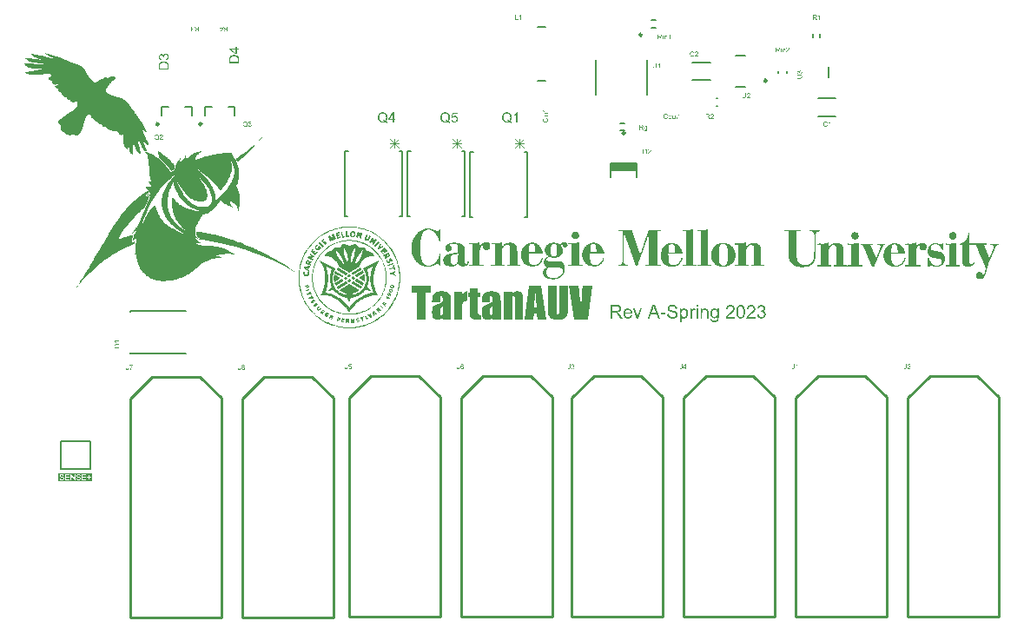
<source format=gbr>
%TF.GenerationSoftware,Altium Limited,Altium Designer,23.2.1 (34)*%
G04 Layer_Color=65535*
%FSLAX45Y45*%
%MOMM*%
%TF.SameCoordinates,E9D2124A-86AF-48F7-823B-9A8D6BDBC947*%
%TF.FilePolarity,Positive*%
%TF.FileFunction,Legend,Top*%
%TF.Part,Single*%
G01*
G75*
%TA.AperFunction,NonConductor*%
%ADD41C,0.25000*%
%ADD42C,0.15240*%
%ADD43C,0.20000*%
%ADD44C,0.25400*%
%ADD45C,0.07620*%
%ADD46R,2.60000X0.77780*%
G36*
X5970782Y6470797D02*
X5979245D01*
X5984416Y6470327D01*
X5990058Y6469857D01*
X5996170Y6469386D01*
X6003222Y6468446D01*
X6010275Y6467976D01*
X6026260Y6465625D01*
X6043186Y6462804D01*
X6061992Y6459513D01*
X6081738Y6454812D01*
X6102425Y6449640D01*
X6124052Y6443058D01*
X6145679Y6435535D01*
X6167306Y6426602D01*
X6189403Y6416259D01*
X6211031Y6404505D01*
X6211501D01*
X6212441Y6403565D01*
X6213851Y6402625D01*
X6216202Y6401214D01*
X6219023Y6399804D01*
X6221844Y6397453D01*
X6225606Y6395102D01*
X6229837Y6392281D01*
X6239710Y6385699D01*
X6250524Y6377236D01*
X6263218Y6367833D01*
X6276382Y6357020D01*
X6290487Y6344796D01*
X6305532Y6331161D01*
X6320577Y6316116D01*
X6335622Y6300131D01*
X6350666Y6282735D01*
X6365241Y6263929D01*
X6378876Y6244183D01*
X6392040Y6223496D01*
Y6223026D01*
X6392980Y6222086D01*
X6393921Y6220675D01*
X6394861Y6218324D01*
X6396271Y6215503D01*
X6398152Y6212212D01*
X6400033Y6207981D01*
X6402383Y6203750D01*
X6404734Y6198578D01*
X6407555Y6192936D01*
X6410376Y6186824D01*
X6413197Y6180242D01*
X6419309Y6165667D01*
X6425421Y6149682D01*
X6431533Y6131816D01*
X6437645Y6112540D01*
X6443287Y6091853D01*
X6448459Y6070226D01*
X6452690Y6047188D01*
X6455981Y6023681D01*
X6457862Y5998762D01*
X6458802Y5973844D01*
Y5973374D01*
Y5972434D01*
Y5970553D01*
Y5967732D01*
X6458332Y5964441D01*
Y5960680D01*
Y5955978D01*
X6457862Y5950807D01*
X6457391Y5945165D01*
X6456921Y5939053D01*
X6455981Y5932471D01*
X6455511Y5924948D01*
X6453160Y5909433D01*
X6450339Y5892037D01*
X6447048Y5873701D01*
X6442347Y5853955D01*
X6437175Y5833268D01*
X6430593Y5811641D01*
X6423070Y5790014D01*
X6414137Y5768387D01*
X6403794Y5746290D01*
X6392040Y5724663D01*
Y5724193D01*
X6391100Y5723252D01*
X6390159Y5721842D01*
X6388749Y5719491D01*
X6387339Y5717140D01*
X6384988Y5713849D01*
X6382637Y5710088D01*
X6379816Y5705857D01*
X6373234Y5696453D01*
X6364771Y5685170D01*
X6355368Y5672946D01*
X6344554Y5659311D01*
X6332330Y5645207D01*
X6318696Y5630632D01*
X6303651Y5615587D01*
X6287666Y5600542D01*
X6270270Y5585497D01*
X6251464Y5570922D01*
X6231718Y5557288D01*
X6211031Y5544124D01*
X6210561D01*
X6209620Y5543183D01*
X6208210Y5542713D01*
X6205859Y5541303D01*
X6203038Y5539892D01*
X6199747Y5538012D01*
X6195516Y5536131D01*
X6191284Y5533780D01*
X6186113Y5531429D01*
X6180471Y5528608D01*
X6174359Y5526257D01*
X6167777Y5522966D01*
X6153202Y5517324D01*
X6137217Y5511212D01*
X6119351Y5504630D01*
X6100074Y5498988D01*
X6079388Y5493347D01*
X6057761Y5488175D01*
X6034723Y5483944D01*
X6011215Y5480652D01*
X5986297Y5478772D01*
X5961379Y5477832D01*
X5955267D01*
X5951976Y5478302D01*
X5948215D01*
X5943513Y5478772D01*
X5938341D01*
X5932700Y5479242D01*
X5926588Y5479712D01*
X5920005Y5480652D01*
X5912483Y5481593D01*
X5896968Y5483473D01*
X5879572Y5486294D01*
X5861236Y5489585D01*
X5841490Y5494287D01*
X5820803Y5499459D01*
X5799176Y5506041D01*
X5777549Y5513563D01*
X5755922Y5522496D01*
X5733824Y5532840D01*
X5712197Y5544593D01*
X5711727D01*
X5710787Y5545534D01*
X5709376Y5546474D01*
X5707026Y5547885D01*
X5704675Y5549295D01*
X5701384Y5551646D01*
X5697623Y5553997D01*
X5693391Y5556817D01*
X5683518Y5563400D01*
X5672704Y5571392D01*
X5660010Y5581265D01*
X5646846Y5592079D01*
X5632741Y5604303D01*
X5617696Y5617937D01*
X5602651Y5632512D01*
X5587607Y5648497D01*
X5572562Y5665893D01*
X5557987Y5684229D01*
X5544352Y5703976D01*
X5531188Y5724662D01*
Y5725133D01*
X5530248Y5726073D01*
X5529778Y5727483D01*
X5528367Y5729834D01*
X5526957Y5732655D01*
X5525076Y5735946D01*
X5523195Y5740177D01*
X5520845Y5744409D01*
X5518494Y5749581D01*
X5515673Y5755222D01*
X5513322Y5761334D01*
X5510031Y5767917D01*
X5504389Y5782491D01*
X5498277Y5798477D01*
X5491695Y5816342D01*
X5486053Y5835619D01*
X5480411Y5856306D01*
X5475240Y5877933D01*
X5471008Y5900970D01*
X5467717Y5924478D01*
X5465837Y5948926D01*
X5464896Y5973844D01*
Y5974314D01*
Y5975254D01*
Y5977135D01*
Y5979956D01*
X5465367Y5983247D01*
Y5987008D01*
X5465837Y5991710D01*
Y5996882D01*
X5466307Y6002523D01*
X5466777Y6008635D01*
X5467717Y6015688D01*
X5468187Y6022740D01*
X5470538Y6038725D01*
X5473359Y6055651D01*
X5476650Y6074457D01*
X5480882Y6094203D01*
X5486523Y6114890D01*
X5493106Y6136517D01*
X5500628Y6158144D01*
X5509091Y6179771D01*
X5519434Y6201869D01*
X5531188Y6223496D01*
Y6223966D01*
X5532128Y6224906D01*
X5533069Y6226317D01*
X5534479Y6228668D01*
X5535890Y6231488D01*
X5538240Y6234309D01*
X5540591Y6238071D01*
X5543412Y6242302D01*
X5549994Y6252175D01*
X5558457Y6262989D01*
X5567860Y6275683D01*
X5578674Y6288847D01*
X5591368Y6302952D01*
X5604532Y6317997D01*
X5619577Y6333042D01*
X5635562Y6348087D01*
X5652958Y6363132D01*
X5671764Y6377706D01*
X5691511Y6391341D01*
X5712197Y6404505D01*
X5712667D01*
X5713608Y6405445D01*
X5715018Y6406386D01*
X5717369Y6407326D01*
X5720190Y6408736D01*
X5723481Y6410617D01*
X5727712Y6412498D01*
X5731944Y6414848D01*
X5737115Y6417199D01*
X5742757Y6420020D01*
X5748869Y6422841D01*
X5755451Y6425662D01*
X5770026Y6431774D01*
X5786011Y6437886D01*
X5803877Y6443998D01*
X5823153Y6450110D01*
X5843840Y6455752D01*
X5865467Y6460924D01*
X5888505Y6465155D01*
X5912013Y6468446D01*
X5936461Y6470327D01*
X5961379Y6471267D01*
X5967491D01*
X5970782Y6470797D01*
D02*
G37*
G36*
X7603659Y5839908D02*
X7605539D01*
X7607654Y5839673D01*
X7609768Y5839203D01*
X7612353Y5838968D01*
X7617756Y5837793D01*
X7623630Y5835914D01*
X7629269Y5833329D01*
X7632088Y5831920D01*
X7634673Y5830040D01*
X7634908D01*
X7635378Y5829570D01*
X7635848Y5829100D01*
X7636787Y5828160D01*
X7639137Y5826046D01*
X7641956Y5823226D01*
X7645011Y5819467D01*
X7647830Y5815238D01*
X7650180Y5810304D01*
X7652059Y5804900D01*
Y5804665D01*
X7652294Y5804195D01*
X7652529Y5803256D01*
X7652764Y5802081D01*
X7652999Y5800436D01*
X7653234Y5798322D01*
X7653704Y5795737D01*
X7654174Y5792918D01*
X7654409Y5789629D01*
X7654879Y5786104D01*
X7655113Y5781875D01*
X7655348Y5777411D01*
X7655583Y5772242D01*
X7655818Y5766838D01*
X7656053Y5760965D01*
Y5754621D01*
Y5565721D01*
X7574056D01*
Y5752271D01*
Y5752506D01*
Y5753446D01*
Y5754856D01*
Y5756736D01*
Y5758850D01*
Y5761435D01*
X7573821Y5767073D01*
X7573586Y5772947D01*
X7573351Y5778351D01*
X7573116Y5780935D01*
X7572881Y5783050D01*
X7572411Y5784930D01*
X7572176Y5786339D01*
Y5786574D01*
X7571706Y5787279D01*
X7571236Y5788219D01*
X7570297Y5789394D01*
X7568887Y5790568D01*
X7567007Y5791508D01*
X7564658Y5792213D01*
X7561838Y5792448D01*
X7560429D01*
X7559019Y5791978D01*
X7557139Y5791508D01*
X7555260Y5790803D01*
X7553615Y5789394D01*
X7551970Y5787749D01*
X7550796Y5785399D01*
Y5784930D01*
X7550561Y5784460D01*
Y5783755D01*
X7550326Y5782815D01*
X7550091Y5781640D01*
X7549856Y5779996D01*
Y5778116D01*
X7549621Y5775766D01*
X7549386Y5773182D01*
X7549151Y5770128D01*
X7548916Y5766603D01*
Y5762609D01*
X7548681Y5758145D01*
Y5753211D01*
Y5747807D01*
Y5565721D01*
X7466684D01*
Y5835444D01*
X7550091D01*
X7548695Y5810553D01*
X7549151Y5811009D01*
X7549621Y5811714D01*
X7550326Y5812654D01*
X7552205Y5815473D01*
X7554790Y5818762D01*
X7557844Y5822287D01*
X7561603Y5826046D01*
X7565832Y5829570D01*
X7570531Y5832624D01*
X7570766D01*
X7571236Y5832859D01*
X7571941Y5833329D01*
X7572881Y5833799D01*
X7574056Y5834269D01*
X7575465Y5834974D01*
X7578990Y5836384D01*
X7583454Y5837793D01*
X7588388Y5838968D01*
X7594026Y5839908D01*
X7600135Y5840143D01*
X7602250D01*
X7603659Y5839908D01*
D02*
G37*
G36*
X7111909Y5745223D02*
X7108150D01*
X7106270Y5744988D01*
X7104156D01*
X7099222Y5744518D01*
X7093818Y5743813D01*
X7088179Y5742638D01*
X7083010Y5741229D01*
X7080661Y5740289D01*
X7078546Y5739114D01*
X7078076Y5738879D01*
X7076902Y5737939D01*
X7075022Y5736530D01*
X7072907Y5734650D01*
X7070793Y5732300D01*
X7068678Y5729246D01*
X7066799Y5725957D01*
X7065624Y5721963D01*
Y5721728D01*
Y5721493D01*
X7065389Y5720788D01*
X7065154Y5719613D01*
Y5718203D01*
X7064919Y5716559D01*
X7064684Y5714209D01*
X7064449Y5711625D01*
X7064214Y5708570D01*
X7063979Y5705046D01*
X7063744Y5700817D01*
Y5696353D01*
X7063509Y5691184D01*
X7063274Y5685310D01*
Y5678967D01*
Y5671918D01*
Y5565721D01*
X6981277D01*
Y5835443D01*
X7063039D01*
X7059985Y5799731D01*
X7060220Y5800201D01*
X7060925Y5801376D01*
X7061865Y5803255D01*
X7063274Y5805840D01*
X7065154Y5808659D01*
X7067504Y5811948D01*
X7070088Y5815473D01*
X7073142Y5818997D01*
X7076667Y5822756D01*
X7080426Y5826280D01*
X7084890Y5829805D01*
X7089354Y5832859D01*
X7094523Y5835443D01*
X7099927Y5837793D01*
X7105800Y5839203D01*
X7111909Y5840142D01*
Y5745223D01*
D02*
G37*
G36*
X8285014Y5565721D02*
X8155322D01*
X8105983Y5894651D01*
X8196203D01*
Y5894181D01*
X8196438Y5893007D01*
X8196673Y5891127D01*
X8196908Y5888542D01*
X8197143Y5885488D01*
X8197613Y5881494D01*
X8198083Y5877030D01*
X8198788Y5871861D01*
X8199258Y5866222D01*
X8199963Y5860348D01*
X8200667Y5853770D01*
X8201372Y5846721D01*
X8202312Y5839203D01*
X8203017Y5831450D01*
X8203957Y5823226D01*
X8204896Y5814768D01*
X8205601Y5806075D01*
X8206541Y5797147D01*
X8208421Y5778586D01*
X8210300Y5759555D01*
X8212180Y5740054D01*
X8213825Y5720553D01*
X8215704Y5701287D01*
X8217114Y5682491D01*
X8217819Y5673328D01*
X8218524Y5664400D01*
Y5664635D01*
Y5665575D01*
X8218759Y5666750D01*
Y5668629D01*
X8218993Y5670979D01*
X8219228Y5673563D01*
X8219463Y5676853D01*
X8219698Y5680377D01*
X8219933Y5684371D01*
X8220403Y5688835D01*
X8220638Y5693299D01*
X8221108Y5698468D01*
X8221578Y5703637D01*
X8221813Y5709276D01*
X8222283Y5715149D01*
X8222753Y5721258D01*
X8223927Y5733945D01*
X8224867Y5747572D01*
X8226042Y5761435D01*
X8227452Y5775766D01*
X8230036Y5804900D01*
X8231211Y5819232D01*
X8232621Y5833329D01*
X8238494Y5894651D01*
X8328715D01*
X8285014Y5565721D01*
D02*
G37*
G36*
X8092590Y5674738D02*
Y5674268D01*
Y5673093D01*
Y5671214D01*
Y5668629D01*
Y5665575D01*
X8092355Y5662051D01*
Y5658291D01*
Y5654062D01*
X8091886Y5645369D01*
X8091416Y5636676D01*
X8091181Y5632682D01*
X8090946Y5628688D01*
X8090476Y5625164D01*
X8090006Y5622109D01*
Y5621874D01*
Y5621404D01*
X8089771Y5620699D01*
X8089536Y5619525D01*
X8089066Y5618115D01*
X8088596Y5616470D01*
X8087421Y5612711D01*
X8085542Y5608012D01*
X8082957Y5602608D01*
X8079668Y5596970D01*
X8075674Y5591096D01*
X8075439Y5590861D01*
X8075204Y5590391D01*
X8074499Y5589686D01*
X8073559Y5588511D01*
X8072385Y5587102D01*
X8070740Y5585692D01*
X8069095Y5584047D01*
X8067216Y5582168D01*
X8062752Y5578408D01*
X8057348Y5574414D01*
X8051004Y5570420D01*
X8043956Y5567131D01*
X8043721D01*
X8043016Y5566896D01*
X8042076Y5566426D01*
X8040431Y5565956D01*
X8038552Y5565251D01*
X8036202Y5564546D01*
X8033618Y5563842D01*
X8030799Y5563137D01*
X8027509Y5562197D01*
X8023985Y5561492D01*
X8020226Y5560787D01*
X8015997Y5560317D01*
X8011768Y5559612D01*
X8007304Y5559378D01*
X7997671Y5558908D01*
X7994851D01*
X7992737Y5559143D01*
X7990152D01*
X7987098Y5559378D01*
X7983809Y5559612D01*
X7980049Y5560082D01*
X7976055Y5560552D01*
X7971826Y5561257D01*
X7963133Y5562902D01*
X7954205Y5565251D01*
X7945512Y5568541D01*
X7945277Y5568776D01*
X7944572Y5569010D01*
X7943397Y5569480D01*
X7941752Y5570185D01*
X7939873Y5571360D01*
X7937758Y5572535D01*
X7932824Y5575354D01*
X7927421Y5578878D01*
X7921782Y5583342D01*
X7916378Y5588276D01*
X7914028Y5591096D01*
X7911679Y5593915D01*
Y5594150D01*
X7911209Y5594620D01*
X7910739Y5595560D01*
X7910034Y5596735D01*
X7909094Y5598144D01*
X7908155Y5599789D01*
X7906980Y5601669D01*
X7905805Y5604018D01*
X7903691Y5608952D01*
X7901576Y5614356D01*
X7899696Y5620465D01*
X7898522Y5626808D01*
Y5627043D01*
Y5627748D01*
X7898287Y5628688D01*
Y5630332D01*
X7898052Y5632447D01*
Y5635266D01*
X7897817Y5638556D01*
X7897582Y5642550D01*
X7897347Y5647014D01*
Y5652183D01*
X7897112Y5658291D01*
X7896877Y5664870D01*
Y5672388D01*
X7896642Y5680847D01*
Y5689775D01*
Y5699878D01*
Y5894651D01*
X7982164D01*
Y5647954D01*
Y5647719D01*
Y5647014D01*
Y5645839D01*
Y5644429D01*
Y5642785D01*
X7982399Y5640905D01*
Y5636441D01*
X7982634Y5631742D01*
X7983104Y5627278D01*
X7983339Y5625164D01*
X7983809Y5623519D01*
X7984043Y5621874D01*
X7984513Y5620465D01*
X7984748Y5620230D01*
X7984983Y5619525D01*
X7985688Y5618585D01*
X7986628Y5617645D01*
X7987803Y5616470D01*
X7989447Y5615531D01*
X7991562Y5614826D01*
X7993911Y5614591D01*
X7995321D01*
X7996731Y5615061D01*
X7998375Y5615531D01*
X8000020Y5616235D01*
X8001900Y5617410D01*
X8003309Y5619055D01*
X8004484Y5621169D01*
X8004719Y5621404D01*
X8004954Y5622579D01*
X8005189Y5623519D01*
X8005424Y5624459D01*
X8005659Y5625868D01*
X8005894Y5627513D01*
X8006129Y5629393D01*
X8006364Y5631742D01*
Y5634092D01*
X8006599Y5637146D01*
X8006834Y5640200D01*
X8007069Y5643960D01*
Y5647719D01*
Y5652183D01*
Y5894651D01*
X8092590D01*
Y5674738D01*
D02*
G37*
G36*
X7883250Y5565721D02*
X7795614D01*
X7790915Y5624929D01*
X7760371D01*
X7755437Y5565721D01*
X7667096D01*
X7710562Y5894651D01*
X7834145D01*
X7883250Y5565721D01*
D02*
G37*
G36*
X7352733Y5839908D02*
X7356257Y5839673D01*
X7360251Y5839438D01*
X7364715Y5838968D01*
X7369414Y5838263D01*
X7374348Y5837558D01*
X7379517Y5836619D01*
X7384921Y5835444D01*
X7390090Y5833799D01*
X7395024Y5832154D01*
X7399958Y5830275D01*
X7404422Y5827925D01*
X7408651Y5825341D01*
X7408886Y5825106D01*
X7409591Y5824636D01*
X7410531Y5823931D01*
X7411940Y5822756D01*
X7413585Y5821347D01*
X7415464Y5819467D01*
X7417579Y5817588D01*
X7419694Y5815238D01*
X7422043Y5812654D01*
X7424158Y5810069D01*
X7428387Y5803726D01*
X7430031Y5800436D01*
X7431676Y5796912D01*
X7433086Y5793153D01*
X7434026Y5789159D01*
Y5788924D01*
X7434260Y5788219D01*
X7434495Y5786809D01*
X7434730Y5784695D01*
X7434965Y5782110D01*
X7435435Y5778821D01*
X7435905Y5774827D01*
X7436375Y5770128D01*
X7436610Y5764489D01*
X7437080Y5758145D01*
X7437550Y5751097D01*
X7437785Y5742873D01*
X7438020Y5738409D01*
Y5733945D01*
X7438255Y5729011D01*
Y5723843D01*
X7438490Y5718439D01*
Y5712800D01*
Y5706926D01*
Y5700817D01*
Y5565721D01*
X7358842D01*
Y5589451D01*
X7358607Y5588981D01*
X7358137Y5588276D01*
X7357432Y5587337D01*
X7355787Y5584752D01*
X7353673Y5581463D01*
X7350853Y5577939D01*
X7347564Y5574414D01*
X7343570Y5570890D01*
X7339341Y5567836D01*
X7339106D01*
X7338871Y5567601D01*
X7338166Y5567131D01*
X7337226Y5566661D01*
X7336051Y5566191D01*
X7334642Y5565721D01*
X7331352Y5564311D01*
X7327123Y5563137D01*
X7322189Y5561962D01*
X7316785Y5561022D01*
X7310912Y5560787D01*
X7308797D01*
X7307387Y5561022D01*
X7305508Y5561257D01*
X7303158Y5561492D01*
X7300809Y5561727D01*
X7297989Y5562197D01*
X7291881Y5563607D01*
X7285302Y5565956D01*
X7281778Y5567131D01*
X7278254Y5568776D01*
X7274964Y5570655D01*
X7271440Y5572770D01*
X7271205Y5573005D01*
X7270735Y5573475D01*
X7269795Y5574179D01*
X7268621Y5575354D01*
X7267211Y5576764D01*
X7265801Y5578643D01*
X7264157Y5580993D01*
X7262512Y5583812D01*
X7260867Y5587102D01*
X7259223Y5590861D01*
X7257813Y5595325D01*
X7256403Y5600024D01*
X7255229Y5605663D01*
X7254289Y5611536D01*
X7253819Y5618350D01*
X7253584Y5625633D01*
Y5647954D01*
Y5648189D01*
Y5649363D01*
Y5650773D01*
X7253819Y5652888D01*
Y5655237D01*
X7254054Y5658057D01*
X7254289Y5661111D01*
X7254759Y5664400D01*
X7255933Y5671214D01*
X7257578Y5678027D01*
X7258518Y5681082D01*
X7259928Y5684136D01*
X7261337Y5686720D01*
X7262982Y5689070D01*
X7263217Y5689305D01*
X7263452Y5689540D01*
X7264157Y5690245D01*
X7265096Y5690950D01*
X7266271Y5692124D01*
X7267916Y5693299D01*
X7270030Y5694709D01*
X7272615Y5696353D01*
X7275434Y5698233D01*
X7278724Y5700113D01*
X7282718Y5702227D01*
X7286947Y5704577D01*
X7291881Y5706926D01*
X7297285Y5709511D01*
X7303393Y5712095D01*
X7310207Y5714679D01*
X7310442D01*
X7310677Y5714914D01*
X7311852Y5715384D01*
X7313966Y5716089D01*
X7316551Y5717264D01*
X7319605Y5718674D01*
X7323129Y5720083D01*
X7326888Y5721728D01*
X7330882Y5723373D01*
X7338636Y5726897D01*
X7342160Y5728776D01*
X7345449Y5730421D01*
X7348504Y5732066D01*
X7350853Y5733710D01*
X7352498Y5734885D01*
X7353438Y5736060D01*
X7353673Y5736295D01*
X7353908Y5737235D01*
X7354377Y5738644D01*
X7355082Y5740994D01*
X7355552Y5743813D01*
X7356022Y5747807D01*
X7356257Y5750157D01*
Y5752506D01*
X7356492Y5755326D01*
Y5758380D01*
Y5758615D01*
Y5759320D01*
Y5760495D01*
Y5761904D01*
Y5763549D01*
X7356257Y5765429D01*
X7356022Y5769658D01*
X7355787Y5774357D01*
X7355082Y5778821D01*
X7354847Y5780935D01*
X7354377Y5782815D01*
X7353673Y5784460D01*
X7353203Y5785869D01*
X7352968Y5786104D01*
X7352733Y5786809D01*
X7351793Y5787984D01*
X7350853Y5789159D01*
X7349444Y5790333D01*
X7347564Y5791508D01*
X7345449Y5792213D01*
X7342865Y5792448D01*
X7341455D01*
X7340046Y5792213D01*
X7338401Y5791743D01*
X7336756Y5791038D01*
X7335112Y5790098D01*
X7333702Y5788924D01*
X7332527Y5787044D01*
Y5786809D01*
X7332292Y5785869D01*
X7332057Y5784225D01*
X7331822Y5783050D01*
X7331587Y5781640D01*
X7331352Y5779761D01*
Y5777881D01*
X7331117Y5775532D01*
X7330882Y5772947D01*
Y5770128D01*
X7330648Y5766838D01*
Y5763079D01*
Y5759085D01*
Y5730891D01*
X7253584D01*
Y5748747D01*
Y5749217D01*
Y5750157D01*
Y5751802D01*
X7253819Y5753916D01*
Y5756501D01*
X7254054Y5759555D01*
X7254289Y5763079D01*
X7254524Y5766603D01*
X7255229Y5774357D01*
X7256638Y5782345D01*
X7258283Y5790333D01*
X7259458Y5793858D01*
X7260632Y5797147D01*
Y5797382D01*
X7261102Y5797852D01*
X7261337Y5798792D01*
X7262042Y5799966D01*
X7262982Y5801376D01*
X7264157Y5803256D01*
X7265331Y5805135D01*
X7266976Y5807250D01*
X7268856Y5809599D01*
X7270970Y5811949D01*
X7273320Y5814298D01*
X7275904Y5816883D01*
X7278959Y5819467D01*
X7282013Y5822052D01*
X7285537Y5824636D01*
X7289531Y5826986D01*
X7289766Y5827221D01*
X7290471Y5827455D01*
X7291881Y5828160D01*
X7293525Y5829100D01*
X7295640Y5830040D01*
X7298224Y5831215D01*
X7301279Y5832389D01*
X7304803Y5833564D01*
X7308562Y5834739D01*
X7312791Y5835914D01*
X7317490Y5837088D01*
X7322659Y5838028D01*
X7327828Y5838968D01*
X7333702Y5839673D01*
X7339576Y5839908D01*
X7345919Y5840143D01*
X7349913D01*
X7352733Y5839908D01*
D02*
G37*
G36*
X7216697Y5828865D02*
X7239017D01*
Y5786104D01*
X7216697D01*
Y5641845D01*
Y5641610D01*
Y5640670D01*
Y5639261D01*
Y5637616D01*
Y5635501D01*
X7216932Y5633152D01*
Y5627983D01*
X7217402Y5622814D01*
X7217637Y5620230D01*
X7217872Y5617880D01*
X7218106Y5616000D01*
X7218341Y5614121D01*
X7218811Y5612946D01*
X7219281Y5612006D01*
X7219516D01*
X7219986Y5611536D01*
X7221161Y5611067D01*
X7222101Y5610832D01*
X7223275Y5610597D01*
X7224685Y5610362D01*
X7226095Y5610127D01*
X7228209Y5609892D01*
X7230324Y5609657D01*
X7232908Y5609422D01*
X7235728D01*
X7239017Y5609187D01*
X7242541D01*
Y5565721D01*
X7202365D01*
X7199780Y5565956D01*
X7193672D01*
X7187093Y5566191D01*
X7180514Y5566661D01*
X7177460Y5566896D01*
X7174406Y5567131D01*
X7171586Y5567366D01*
X7169237Y5567835D01*
X7169002D01*
X7168767Y5568070D01*
X7168062D01*
X7167122Y5568305D01*
X7165008Y5569010D01*
X7162188Y5570185D01*
X7158899Y5571595D01*
X7155375Y5573474D01*
X7151616Y5575824D01*
X7148091Y5578643D01*
X7147621Y5579113D01*
X7146682Y5580053D01*
X7145037Y5581932D01*
X7143157Y5584282D01*
X7141278Y5587101D01*
X7139398Y5590391D01*
X7137754Y5593915D01*
X7136579Y5597909D01*
Y5598144D01*
Y5598379D01*
X7136344Y5599084D01*
Y5600259D01*
X7136109Y5601668D01*
X7135874Y5603548D01*
X7135639Y5605662D01*
Y5608482D01*
X7135404Y5611536D01*
X7135169Y5615295D01*
X7134934Y5619524D01*
X7134699Y5624223D01*
Y5629392D01*
X7134464Y5635501D01*
Y5641845D01*
Y5649128D01*
Y5786104D01*
X7116843D01*
Y5828865D01*
X7134464D01*
Y5871391D01*
X7216697Y5871391D01*
Y5828865D01*
D02*
G37*
G36*
X6867326Y5839908D02*
X6870850Y5839673D01*
X6874845Y5839438D01*
X6879309Y5838968D01*
X6884008Y5838263D01*
X6888942Y5837558D01*
X6894110Y5836618D01*
X6899514Y5835443D01*
X6904683Y5833799D01*
X6909617Y5832154D01*
X6914551Y5830275D01*
X6919015Y5827925D01*
X6923244Y5825341D01*
X6923479Y5825106D01*
X6924184Y5824636D01*
X6925124Y5823931D01*
X6926534Y5822756D01*
X6928178Y5821346D01*
X6930058Y5819467D01*
X6932172Y5817587D01*
X6934287Y5815238D01*
X6936636Y5812653D01*
X6938751Y5810069D01*
X6942980Y5803725D01*
X6944625Y5800436D01*
X6946269Y5796912D01*
X6947679Y5793152D01*
X6948619Y5789158D01*
Y5788923D01*
X6948854Y5788219D01*
X6949089Y5786809D01*
X6949324Y5784694D01*
X6949559Y5782110D01*
X6950029Y5778821D01*
X6950498Y5774826D01*
X6950968Y5770127D01*
X6951203Y5764489D01*
X6951673Y5758145D01*
X6952143Y5751096D01*
X6952378Y5742873D01*
X6952613Y5738409D01*
Y5733945D01*
X6952848Y5729011D01*
Y5723842D01*
X6953083Y5718438D01*
Y5712800D01*
Y5706926D01*
Y5700817D01*
Y5565721D01*
X6873435D01*
Y5589451D01*
X6873200Y5588981D01*
X6872730Y5588276D01*
X6872025Y5587336D01*
X6870380Y5584752D01*
X6868266Y5581463D01*
X6865447Y5577938D01*
X6862157Y5574414D01*
X6858163Y5570890D01*
X6853934Y5567835D01*
X6853699D01*
X6853464Y5567600D01*
X6852759Y5567131D01*
X6851819Y5566661D01*
X6850645Y5566191D01*
X6849235Y5565721D01*
X6845946Y5564311D01*
X6841717Y5563136D01*
X6836783Y5561962D01*
X6831379Y5561022D01*
X6825505Y5560787D01*
X6823390D01*
X6821981Y5561022D01*
X6820101Y5561257D01*
X6817752Y5561492D01*
X6815402Y5561727D01*
X6812583Y5562197D01*
X6806474Y5563606D01*
X6799895Y5565956D01*
X6796371Y5567131D01*
X6792847Y5568775D01*
X6789558Y5570655D01*
X6786033Y5572769D01*
X6785798Y5573004D01*
X6785329Y5573474D01*
X6784389Y5574179D01*
X6783214Y5575354D01*
X6781804Y5576764D01*
X6780395Y5578643D01*
X6778750Y5580993D01*
X6777105Y5583812D01*
X6775461Y5587101D01*
X6773816Y5590861D01*
X6772406Y5595325D01*
X6770997Y5600024D01*
X6769822Y5605662D01*
X6768882Y5611536D01*
X6768412Y5618350D01*
X6768177Y5625633D01*
Y5647953D01*
Y5648188D01*
Y5649363D01*
Y5650773D01*
X6768412Y5652887D01*
Y5655237D01*
X6768647Y5658056D01*
X6768882Y5661111D01*
X6769352Y5664400D01*
X6770527Y5671213D01*
X6772171Y5678027D01*
X6773111Y5681081D01*
X6774521Y5684136D01*
X6775931Y5686720D01*
X6777575Y5689070D01*
X6777810Y5689305D01*
X6778045Y5689540D01*
X6778750Y5690244D01*
X6779690Y5690949D01*
X6780865Y5692124D01*
X6782509Y5693299D01*
X6784624Y5694708D01*
X6787208Y5696353D01*
X6790028Y5698233D01*
X6793317Y5700112D01*
X6797311Y5702227D01*
X6801540Y5704576D01*
X6806474Y5706926D01*
X6811878Y5709510D01*
X6817987Y5712095D01*
X6824800Y5714679D01*
X6825035D01*
X6825270Y5714914D01*
X6826445Y5715384D01*
X6828559Y5716089D01*
X6831144Y5717264D01*
X6834198Y5718673D01*
X6837722Y5720083D01*
X6841482Y5721728D01*
X6845476Y5723372D01*
X6853229Y5726897D01*
X6856753Y5728776D01*
X6860043Y5730421D01*
X6863097Y5732065D01*
X6865447Y5733710D01*
X6867091Y5734885D01*
X6868031Y5736060D01*
X6868266Y5736295D01*
X6868501Y5737234D01*
X6868971Y5738644D01*
X6869676Y5740994D01*
X6870146Y5743813D01*
X6870615Y5747807D01*
X6870850Y5750157D01*
Y5752506D01*
X6871085Y5755326D01*
Y5758380D01*
Y5758615D01*
Y5759320D01*
Y5760494D01*
Y5761904D01*
Y5763549D01*
X6870850Y5765428D01*
X6870615Y5769657D01*
X6870380Y5774356D01*
X6869676Y5778821D01*
X6869441Y5780935D01*
X6868971Y5782815D01*
X6868266Y5784459D01*
X6867796Y5785869D01*
X6867561Y5786104D01*
X6867326Y5786809D01*
X6866386Y5787984D01*
X6865447Y5789158D01*
X6864037Y5790333D01*
X6862157Y5791508D01*
X6860043Y5792213D01*
X6857458Y5792448D01*
X6856049D01*
X6854639Y5792213D01*
X6852994Y5791743D01*
X6851350Y5791038D01*
X6849705Y5790098D01*
X6848295Y5788923D01*
X6847120Y5787044D01*
Y5786809D01*
X6846885Y5785869D01*
X6846651Y5784224D01*
X6846416Y5783050D01*
X6846181Y5781640D01*
X6845946Y5779760D01*
Y5777881D01*
X6845711Y5775531D01*
X6845476Y5772947D01*
Y5770127D01*
X6845241Y5766838D01*
Y5763079D01*
Y5759085D01*
Y5730891D01*
X6768177D01*
Y5748747D01*
Y5749217D01*
Y5750157D01*
Y5751801D01*
X6768412Y5753916D01*
Y5756500D01*
X6768647Y5759555D01*
X6768882Y5763079D01*
X6769117Y5766603D01*
X6769822Y5774356D01*
X6771232Y5782345D01*
X6772876Y5790333D01*
X6774051Y5793857D01*
X6775226Y5797147D01*
Y5797382D01*
X6775696Y5797851D01*
X6775931Y5798791D01*
X6776635Y5799966D01*
X6777575Y5801376D01*
X6778750Y5803255D01*
X6779925Y5805135D01*
X6781569Y5807249D01*
X6783449Y5809599D01*
X6785564Y5811948D01*
X6787913Y5814298D01*
X6790497Y5816882D01*
X6793552Y5819467D01*
X6796606Y5822051D01*
X6800130Y5824636D01*
X6804125Y5826985D01*
X6804360Y5827220D01*
X6805064Y5827455D01*
X6806474Y5828160D01*
X6808119Y5829100D01*
X6810233Y5830040D01*
X6812818Y5831214D01*
X6815872Y5832389D01*
X6819396Y5833564D01*
X6823156Y5834739D01*
X6827385Y5835913D01*
X6832084Y5837088D01*
X6837253Y5838028D01*
X6842421Y5838968D01*
X6848295Y5839673D01*
X6854169Y5839908D01*
X6860513Y5840142D01*
X6864507D01*
X6867326Y5839908D01*
D02*
G37*
G36*
X6754785Y5828865D02*
X6703801D01*
Y5565721D01*
X6618279D01*
Y5828865D01*
X6567765D01*
Y5894651D01*
X6754785D01*
Y5828865D01*
D02*
G37*
G36*
X9312935Y6096565D02*
X9313170Y6096330D01*
X9313875Y6096095D01*
X9315285Y6095625D01*
X9317164Y6095155D01*
X9319749Y6094686D01*
X9323038Y6094451D01*
X9327032D01*
X9331731Y6094686D01*
X9333141D01*
X9334081Y6094920D01*
X9336430Y6094686D01*
X9339015D01*
X9341834Y6093981D01*
X9344654Y6093041D01*
X9346768Y6091631D01*
X9347708Y6090691D01*
X9348178Y6089517D01*
X9347238Y6085053D01*
X9213082D01*
X9211672Y6085288D01*
X9211437D01*
X9210732Y6085757D01*
X9209792Y6086462D01*
X9208383Y6087637D01*
X9208148Y6088107D01*
X9207913Y6088577D01*
Y6089282D01*
Y6090222D01*
Y6091396D01*
X9208383Y6092806D01*
X9209087Y6094686D01*
X9241511D01*
Y6425495D01*
X9209087D01*
X9207678Y6435833D01*
X9207913D01*
X9208618Y6436068D01*
X9209557D01*
X9210967Y6436303D01*
X9212847Y6436538D01*
X9214726Y6436773D01*
X9217076Y6437008D01*
X9219660Y6437243D01*
X9225064Y6437713D01*
X9231173Y6437947D01*
X9237281Y6437713D01*
X9243390Y6437243D01*
X9244095D01*
X9245035Y6437008D01*
X9246210D01*
X9247619Y6436773D01*
X9251613D01*
X9253728Y6436538D01*
X9259132D01*
X9265006Y6436773D01*
X9271819Y6437008D01*
X9278868Y6437713D01*
X9279103D01*
X9279807Y6437947D01*
X9280747D01*
X9282157Y6438182D01*
X9283802Y6438652D01*
X9285916Y6439122D01*
X9288031Y6439592D01*
X9290615Y6440297D01*
X9295784Y6441942D01*
X9301658Y6444291D01*
X9307297Y6447111D01*
X9312935Y6450635D01*
Y6096565D01*
D02*
G37*
G36*
X8165205Y6418917D02*
X8166614D01*
X8168494Y6418682D01*
X8170609Y6418447D01*
X8173193Y6417742D01*
X8176247Y6417037D01*
X8179302Y6415862D01*
X8182591Y6414453D01*
X8185880Y6412573D01*
X8189170Y6410223D01*
X8192224Y6407404D01*
X8195043Y6404115D01*
X8197628Y6400121D01*
X8199507Y6395422D01*
X8201152Y6389783D01*
X8201857Y6383674D01*
Y6383439D01*
Y6383204D01*
Y6382499D01*
Y6381559D01*
X8201387Y6378975D01*
X8200682Y6375686D01*
X8199272Y6371927D01*
X8197158Y6367697D01*
X8195748Y6365583D01*
X8194338Y6363233D01*
X8192459Y6361119D01*
X8190344Y6358769D01*
X8190109Y6358534D01*
X8189874Y6358299D01*
X8189170Y6357595D01*
X8188230Y6356890D01*
X8185880Y6355010D01*
X8182826Y6352896D01*
X8178832Y6350781D01*
X8174603Y6349136D01*
X8169904Y6347962D01*
X8167319Y6347492D01*
X8164030D01*
X8163325Y6347727D01*
X8162150D01*
X8160976Y6347962D01*
X8159331Y6348197D01*
X8155807Y6349136D01*
X8151812Y6350311D01*
X8147583Y6352191D01*
X8143119Y6354775D01*
X8138890Y6358299D01*
Y6358534D01*
X8138420Y6358769D01*
X8137246Y6360179D01*
X8135601Y6362529D01*
X8133486Y6365348D01*
X8131607Y6369107D01*
X8129962Y6373571D01*
X8128552Y6378270D01*
X8128317Y6380855D01*
X8128083Y6383674D01*
Y6383909D01*
Y6384379D01*
Y6385084D01*
X8128317Y6386258D01*
Y6387433D01*
X8128552Y6389078D01*
X8129257Y6392602D01*
X8130432Y6396596D01*
X8132312Y6401060D01*
X8134896Y6405759D01*
X8136541Y6408109D01*
X8138420Y6410223D01*
X8138655Y6410458D01*
X8138890Y6410693D01*
X8139595Y6411398D01*
X8140300Y6412103D01*
X8142649Y6413748D01*
X8145939Y6415627D01*
X8149698Y6417507D01*
X8154397Y6418917D01*
X8156746Y6419151D01*
X8159566Y6419386D01*
X8162385D01*
X8165205Y6418917D01*
D02*
G37*
G36*
X11847106Y6416802D02*
X11848281D01*
X11849926Y6416567D01*
X11853450Y6415627D01*
X11857444Y6414453D01*
X11861673Y6412573D01*
X11865902Y6409753D01*
X11868017Y6408109D01*
X11870131Y6406229D01*
X11870366D01*
X11870601Y6405759D01*
X11871776Y6404350D01*
X11873655Y6402000D01*
X11875535Y6399181D01*
X11877415Y6395422D01*
X11879294Y6390957D01*
X11880469Y6386024D01*
X11880939Y6383439D01*
Y6380620D01*
Y6380385D01*
Y6380150D01*
Y6379210D01*
Y6378975D01*
Y6378270D01*
Y6378035D01*
Y6377565D01*
Y6376860D01*
X11880704Y6375921D01*
X11880469Y6373101D01*
X11879764Y6369812D01*
X11878354Y6365818D01*
X11876475Y6361824D01*
X11874125Y6357595D01*
X11872481Y6355480D01*
X11870601Y6353600D01*
X11870131Y6353131D01*
X11868721Y6351956D01*
X11866607Y6350311D01*
X11863788Y6348667D01*
X11860263Y6346787D01*
X11856034Y6345142D01*
X11851335Y6343968D01*
X11848751Y6343733D01*
X11846166Y6343498D01*
X11841702D01*
X11840528Y6343733D01*
X11839353D01*
X11837943Y6343968D01*
X11834419Y6344907D01*
X11830425Y6346082D01*
X11826196Y6347962D01*
X11821966Y6350546D01*
X11819852Y6351956D01*
X11817972Y6353835D01*
Y6354070D01*
X11817502Y6354305D01*
X11816328Y6355715D01*
X11814683Y6358064D01*
X11813038Y6360884D01*
X11811159Y6364643D01*
X11809514Y6369107D01*
X11808339Y6373806D01*
X11808104Y6376391D01*
X11807869Y6379210D01*
Y6379445D01*
Y6380150D01*
Y6380385D01*
Y6380855D01*
Y6381559D01*
X11807634Y6382499D01*
X11807869Y6385319D01*
X11808104Y6388843D01*
X11809044Y6392602D01*
X11810689Y6397066D01*
X11811864Y6399181D01*
X11813038Y6401530D01*
X11814683Y6403645D01*
X11816563Y6405759D01*
X11816798Y6405994D01*
X11817033Y6406229D01*
X11817737Y6406699D01*
X11818442Y6407639D01*
X11821027Y6409284D01*
X11824081Y6411398D01*
X11828075Y6413513D01*
X11832774Y6415392D01*
X11838178Y6416567D01*
X11840997Y6416802D01*
X11844052Y6417037D01*
X11845931D01*
X11847106Y6416802D01*
D02*
G37*
G36*
X10892739Y6416097D02*
X10894149Y6415862D01*
X10895794Y6415627D01*
X10899553Y6414922D01*
X10904017Y6413513D01*
X10908481Y6411868D01*
X10912945Y6409284D01*
X10916939Y6405994D01*
X10917174D01*
X10917409Y6405524D01*
X10918584Y6404115D01*
X10920228Y6402000D01*
X10922108Y6398946D01*
X10923988Y6394952D01*
X10925397Y6390253D01*
X10926572Y6384849D01*
X10926807Y6382029D01*
Y6378740D01*
Y6378270D01*
Y6378035D01*
Y6377565D01*
Y6376860D01*
X10926572Y6375921D01*
X10926337Y6373101D01*
X10925632Y6369812D01*
X10924223Y6365818D01*
X10922343Y6361824D01*
X10919993Y6357595D01*
X10918349Y6355480D01*
X10916469Y6353600D01*
X10915999Y6353131D01*
X10914590Y6351956D01*
X10912475Y6350311D01*
X10909656Y6348667D01*
X10906131Y6346787D01*
X10901902Y6345142D01*
X10897203Y6343968D01*
X10894619Y6343733D01*
X10892034Y6343498D01*
X10889920D01*
X10888040Y6343733D01*
X10885691Y6343968D01*
X10883106Y6344437D01*
X10880052Y6345377D01*
X10876763Y6346317D01*
X10873473Y6347962D01*
X10869949Y6349841D01*
X10866660Y6352191D01*
X10863605Y6355245D01*
X10860551Y6358769D01*
X10858202Y6362998D01*
X10856087Y6367932D01*
X10854442Y6373571D01*
X10853737Y6380150D01*
Y6380385D01*
Y6380855D01*
Y6381559D01*
Y6382499D01*
X10853972Y6385084D01*
X10854677Y6388608D01*
X10856087Y6392602D01*
X10857967Y6396831D01*
X10859141Y6398946D01*
X10860786Y6401295D01*
X10862431Y6403645D01*
X10864545Y6405759D01*
X10864780Y6405994D01*
X10865015Y6406229D01*
X10865720Y6406934D01*
X10866660Y6407639D01*
X10869009Y6409519D01*
X10872299Y6411398D01*
X10876058Y6413513D01*
X10880287Y6415157D01*
X10884986Y6416332D01*
X10891564D01*
X10892739Y6416097D01*
D02*
G37*
G36*
X6732010Y6450635D02*
X6738588Y6450165D01*
X6745637Y6449460D01*
X6752920Y6448285D01*
X6760674Y6446876D01*
X6768662Y6444996D01*
X6776650Y6442412D01*
X6784873Y6439357D01*
X6785343Y6439122D01*
X6786518Y6438652D01*
X6788633Y6437713D01*
X6791452Y6436538D01*
X6795211Y6435128D01*
X6799910Y6433248D01*
X6802730Y6432309D01*
X6805549Y6431134D01*
X6808838Y6429959D01*
X6812128Y6428784D01*
X6812363D01*
X6813067Y6428549D01*
X6814007Y6428315D01*
X6815417Y6427845D01*
X6817297Y6427610D01*
X6819176Y6427375D01*
X6823640Y6427140D01*
X6825990Y6427375D01*
X6828339Y6427845D01*
X6830689Y6428549D01*
X6833038Y6429489D01*
X6835153Y6430899D01*
X6837267Y6432779D01*
X6838912Y6434893D01*
X6840557Y6437713D01*
Y6437947D01*
X6841026Y6438417D01*
X6841496Y6439122D01*
X6842201Y6439592D01*
X6842436Y6439827D01*
X6843141Y6440062D01*
X6844081Y6440532D01*
X6845490Y6441002D01*
X6845960Y6441237D01*
X6846900Y6441472D01*
X6848075Y6441707D01*
X6849485Y6442177D01*
Y6322117D01*
X6846900Y6320003D01*
X6846665Y6320238D01*
X6846195Y6320707D01*
X6845021Y6321647D01*
X6843611Y6322822D01*
X6843376Y6323057D01*
X6842436Y6323762D01*
X6841261Y6324702D01*
X6840087Y6325876D01*
X6839852Y6326111D01*
X6839382Y6326816D01*
X6838912Y6327756D01*
X6838442Y6328931D01*
Y6329166D01*
X6838207Y6329870D01*
X6837972Y6331280D01*
X6837502Y6332925D01*
X6836797Y6335039D01*
X6836092Y6337389D01*
X6835153Y6340443D01*
X6833978Y6343498D01*
X6832803Y6347022D01*
X6831159Y6350781D01*
X6829514Y6354775D01*
X6827634Y6359239D01*
X6825520Y6363703D01*
X6823170Y6368402D01*
X6820586Y6373101D01*
X6817766Y6378035D01*
X6817531Y6378270D01*
X6817062Y6379210D01*
X6816122Y6380620D01*
X6815182Y6382499D01*
X6813537Y6384614D01*
X6811893Y6387198D01*
X6810013Y6390018D01*
X6807899Y6393072D01*
X6802965Y6399886D01*
X6797326Y6406699D01*
X6791217Y6413278D01*
X6788163Y6416567D01*
X6784873Y6419386D01*
X6784638Y6419621D01*
X6783699Y6420326D01*
X6782524Y6421266D01*
X6780644Y6422676D01*
X6778295Y6424320D01*
X6775710Y6426200D01*
X6772656Y6428080D01*
X6769132Y6430194D01*
X6765608Y6432074D01*
X6761378Y6433953D01*
X6757149Y6435833D01*
X6752685Y6437478D01*
X6747986Y6438887D01*
X6743052Y6440062D01*
X6738118Y6440767D01*
X6732949Y6441002D01*
X6731775D01*
X6730365Y6440767D01*
X6728250D01*
X6725901Y6440297D01*
X6723082Y6439827D01*
X6720027Y6439122D01*
X6716738Y6438182D01*
X6712979Y6437008D01*
X6709219Y6435598D01*
X6705225Y6433718D01*
X6701231Y6431604D01*
X6697002Y6429019D01*
X6693008Y6425965D01*
X6689014Y6422441D01*
X6685020Y6418447D01*
X6684785Y6418212D01*
X6684315Y6417507D01*
X6683610Y6416332D01*
X6682435Y6414687D01*
X6681025Y6412808D01*
X6679616Y6410223D01*
X6677736Y6407169D01*
X6675857Y6403645D01*
X6673977Y6399651D01*
X6671862Y6395187D01*
X6669748Y6390018D01*
X6667868Y6384614D01*
X6665754Y6378505D01*
X6663639Y6371927D01*
X6661760Y6364878D01*
X6660115Y6357360D01*
Y6357125D01*
Y6356890D01*
X6659880Y6356185D01*
X6659645Y6355245D01*
X6659410Y6352896D01*
X6658705Y6349606D01*
X6658235Y6345612D01*
X6657530Y6340678D01*
X6656591Y6335274D01*
X6655886Y6329166D01*
X6655181Y6322352D01*
X6654241Y6315304D01*
X6653536Y6307785D01*
X6653066Y6300032D01*
X6652362Y6291809D01*
X6652127Y6283585D01*
X6651657Y6266434D01*
Y6266199D01*
Y6265494D01*
Y6264554D01*
Y6263145D01*
Y6261500D01*
Y6259385D01*
X6651892Y6257036D01*
Y6254452D01*
X6652127Y6248578D01*
X6652362Y6242234D01*
X6652832Y6235186D01*
X6653301Y6228137D01*
Y6227902D01*
Y6227667D01*
Y6226962D01*
X6653536Y6226258D01*
Y6223908D01*
X6654006Y6220619D01*
X6654241Y6216625D01*
X6654711Y6212161D01*
X6655416Y6206992D01*
X6656121Y6201118D01*
X6657061Y6194774D01*
X6658000Y6188196D01*
X6659175Y6181147D01*
X6660350Y6173629D01*
X6663404Y6158357D01*
X6667163Y6142850D01*
Y6142615D01*
X6667398Y6141676D01*
X6667868Y6140501D01*
X6668338Y6138621D01*
X6669043Y6136507D01*
X6669983Y6134157D01*
X6671158Y6131338D01*
X6672332Y6128518D01*
X6675387Y6122175D01*
X6679381Y6115596D01*
X6684080Y6109487D01*
X6686899Y6106433D01*
X6689719Y6103849D01*
X6689954Y6103614D01*
X6690423Y6103379D01*
X6691363Y6102674D01*
X6692538Y6101734D01*
X6694183Y6100794D01*
X6695827Y6099619D01*
X6697942Y6098210D01*
X6700291Y6097035D01*
X6705695Y6094451D01*
X6711804Y6092101D01*
X6718383Y6090456D01*
X6721907Y6089987D01*
X6725666Y6089752D01*
X6727781D01*
X6729190Y6089987D01*
X6731070D01*
X6733184Y6090222D01*
X6735769Y6090456D01*
X6738588Y6090926D01*
X6741643Y6091396D01*
X6744932Y6091866D01*
X6752215Y6093511D01*
X6759969Y6096095D01*
X6768427Y6099150D01*
X6768662D01*
X6769132Y6099385D01*
X6769837Y6099854D01*
X6771011Y6100324D01*
X6772186Y6101264D01*
X6773831Y6101969D01*
X6777590Y6104319D01*
X6782054Y6107373D01*
X6787223Y6111367D01*
X6792627Y6116066D01*
X6798735Y6121470D01*
X6804609Y6127813D01*
X6810718Y6134862D01*
X6813772Y6138856D01*
X6816827Y6143085D01*
X6819646Y6147549D01*
X6822465Y6152013D01*
X6825285Y6156947D01*
X6827869Y6162116D01*
X6830454Y6167520D01*
X6832803Y6173159D01*
X6834918Y6179033D01*
X6836797Y6185141D01*
X6838677Y6191720D01*
X6840087Y6198298D01*
Y6198768D01*
X6840322Y6199708D01*
X6840557Y6201353D01*
X6841026Y6203232D01*
X6841496Y6205112D01*
X6841966Y6206757D01*
X6842436Y6208401D01*
X6843141Y6209341D01*
X6843611Y6209576D01*
X6844081Y6210046D01*
X6844786Y6210281D01*
X6845960Y6210751D01*
X6847370Y6210986D01*
X6849250Y6211221D01*
X6851364D01*
Y6083643D01*
X6851129Y6083878D01*
X6850424Y6084348D01*
X6849250Y6085288D01*
X6847840Y6086697D01*
X6845960Y6088107D01*
X6844081Y6089987D01*
X6840087Y6094216D01*
Y6094451D01*
X6839852Y6094686D01*
X6838912Y6095860D01*
X6837737Y6097740D01*
X6836092Y6099854D01*
X6834448Y6101969D01*
X6832568Y6103849D01*
X6830454Y6105493D01*
X6828574Y6106433D01*
X6828339D01*
X6827634Y6106668D01*
X6826460D01*
X6824580Y6106433D01*
X6822230Y6105963D01*
X6819411Y6105258D01*
X6815887Y6103849D01*
X6811658Y6101969D01*
X6811423D01*
X6810953Y6101499D01*
X6810013Y6101029D01*
X6808603Y6100324D01*
X6807194Y6099619D01*
X6805079Y6098680D01*
X6802965Y6097505D01*
X6800380Y6096330D01*
X6797326Y6095155D01*
X6794271Y6093981D01*
X6790747Y6092571D01*
X6786988Y6091161D01*
X6783229Y6089752D01*
X6779000Y6088342D01*
X6769837Y6085757D01*
X6769602D01*
X6768662Y6085522D01*
X6767487Y6085053D01*
X6765608Y6084818D01*
X6763493Y6084348D01*
X6760908Y6083643D01*
X6758089Y6083173D01*
X6754800Y6082468D01*
X6747986Y6081293D01*
X6740468Y6080119D01*
X6732715Y6079414D01*
X6725196Y6079179D01*
X6712509D01*
X6711569Y6079414D01*
X6710159D01*
X6708280Y6079649D01*
X6705930Y6080119D01*
X6702876Y6080589D01*
X6699822Y6081293D01*
X6696062Y6082233D01*
X6692068Y6083173D01*
X6687839Y6084348D01*
X6683140Y6085757D01*
X6678206Y6087402D01*
X6673272Y6089282D01*
X6667868Y6091396D01*
X6662464Y6093746D01*
X6656826Y6096565D01*
X6656591Y6096800D01*
X6655416Y6097270D01*
X6654006Y6098210D01*
X6651892Y6099385D01*
X6649307Y6100794D01*
X6646488Y6102439D01*
X6643434Y6104553D01*
X6639909Y6106903D01*
X6636150Y6109252D01*
X6632391Y6112072D01*
X6624638Y6118181D01*
X6617354Y6124994D01*
X6613830Y6128518D01*
X6610540Y6132278D01*
X6610306Y6132512D01*
X6609836Y6133217D01*
X6609131Y6134157D01*
X6607956Y6135567D01*
X6606546Y6137446D01*
X6604902Y6139561D01*
X6603257Y6141910D01*
X6601143Y6144965D01*
X6599028Y6148254D01*
X6596913Y6151778D01*
X6594564Y6155538D01*
X6592214Y6159767D01*
X6589630Y6164466D01*
X6587280Y6169165D01*
X6584696Y6174334D01*
X6582346Y6179737D01*
X6582112Y6179972D01*
X6581877Y6181147D01*
X6581172Y6182557D01*
X6580467Y6184671D01*
X6579292Y6187256D01*
X6578352Y6190310D01*
X6577178Y6193834D01*
X6575768Y6197594D01*
X6574593Y6201588D01*
X6573183Y6205817D01*
X6570834Y6214745D01*
X6568719Y6223908D01*
X6567310Y6233071D01*
Y6233306D01*
Y6233776D01*
X6567075Y6234481D01*
Y6235421D01*
Y6236595D01*
X6566840Y6238005D01*
X6566605Y6241529D01*
X6566370Y6245758D01*
X6566135Y6250222D01*
X6565900Y6255156D01*
Y6260090D01*
Y6260325D01*
Y6260795D01*
Y6261735D01*
Y6263145D01*
X6566135Y6264789D01*
Y6266669D01*
X6566370Y6268783D01*
Y6271368D01*
X6566605Y6274187D01*
X6567075Y6277242D01*
X6567310Y6280531D01*
X6567780Y6284055D01*
X6568954Y6291574D01*
X6570364Y6300032D01*
Y6300267D01*
X6570599Y6300972D01*
X6570834Y6302381D01*
X6571069Y6304026D01*
X6571539Y6305906D01*
X6572009Y6308255D01*
X6572714Y6310840D01*
X6573418Y6313894D01*
X6575063Y6320003D01*
X6576708Y6326581D01*
X6578822Y6333160D01*
X6581172Y6339503D01*
Y6339738D01*
X6581407Y6340208D01*
X6581877Y6341148D01*
X6582346Y6342323D01*
X6583051Y6343968D01*
X6583991Y6345847D01*
X6584931Y6347962D01*
X6586106Y6350311D01*
X6587515Y6352896D01*
X6588925Y6355715D01*
X6592449Y6361824D01*
X6596443Y6368872D01*
X6601143Y6376156D01*
X6601377Y6376391D01*
X6601847Y6377095D01*
X6602552Y6378035D01*
X6603492Y6379445D01*
X6604667Y6381325D01*
X6606076Y6383204D01*
X6609366Y6387903D01*
X6613360Y6393072D01*
X6617589Y6398711D01*
X6622288Y6404115D01*
X6626987Y6409049D01*
X6627457Y6409519D01*
X6628397Y6410458D01*
X6630276Y6412103D01*
X6632626Y6413983D01*
X6635915Y6416567D01*
X6639439Y6419386D01*
X6643668Y6422441D01*
X6648367Y6425730D01*
X6653536Y6429019D01*
X6659175Y6432544D01*
X6665284Y6435833D01*
X6671627Y6438887D01*
X6678206Y6441942D01*
X6685255Y6444526D01*
X6692538Y6446876D01*
X6700056Y6448755D01*
X6700526D01*
X6701936Y6448990D01*
X6704051Y6449460D01*
X6707105Y6449695D01*
X6710864Y6450165D01*
X6715328Y6450400D01*
X6720262Y6450635D01*
X6725901Y6450870D01*
X6732010Y6450635D01*
D02*
G37*
G36*
X7446493Y6273483D02*
X7446728Y6273717D01*
X7447197Y6274187D01*
X7447902Y6274892D01*
X7448842Y6275832D01*
X7451662Y6278416D01*
X7454951Y6281471D01*
X7458710Y6284995D01*
X7462704Y6288754D01*
X7466698Y6292513D01*
X7470223Y6295803D01*
X7470458Y6296038D01*
X7471162Y6296508D01*
X7472102Y6297212D01*
X7473747Y6298387D01*
X7475626Y6299562D01*
X7477976Y6300972D01*
X7480795Y6302381D01*
X7483850Y6303791D01*
X7487374Y6305436D01*
X7491368Y6307080D01*
X7495597Y6308490D01*
X7500296Y6309900D01*
X7505465Y6311074D01*
X7510869Y6312014D01*
X7516508Y6312719D01*
X7522616Y6313189D01*
X7531075D01*
X7534129Y6312954D01*
X7537888Y6312719D01*
X7541882Y6312484D01*
X7550106Y6311074D01*
X7554570Y6310135D01*
X7558799Y6308960D01*
X7563263Y6307550D01*
X7567257Y6305671D01*
X7571251Y6303556D01*
X7575010Y6301207D01*
X7575480Y6300972D01*
X7576420Y6299797D01*
X7578065Y6298387D01*
X7580179Y6296038D01*
X7582764Y6293218D01*
X7585113Y6289929D01*
X7587698Y6285700D01*
X7590282Y6281236D01*
Y6281001D01*
X7590517Y6280766D01*
X7590987Y6280061D01*
X7591222Y6279121D01*
X7592397Y6276537D01*
X7593571Y6273483D01*
X7594746Y6269723D01*
X7595921Y6265729D01*
X7596626Y6261500D01*
X7596861Y6257036D01*
Y6256801D01*
Y6255861D01*
X7597096Y6254217D01*
Y6252102D01*
X7597330Y6249048D01*
Y6245288D01*
X7597565Y6240824D01*
X7597800Y6235656D01*
X7598035Y6229547D01*
X7598270Y6222498D01*
Y6218739D01*
X7598505Y6214510D01*
Y6210281D01*
X7598740Y6205817D01*
Y6200883D01*
X7598975Y6195949D01*
Y6190545D01*
Y6185141D01*
X7599210Y6179268D01*
Y6173159D01*
X7599445Y6166815D01*
Y6160237D01*
Y6098680D01*
X7630693D01*
X7631633Y6087167D01*
X7499591D01*
Y6098680D01*
X7527785D01*
Y6098915D01*
Y6099619D01*
Y6100794D01*
X7528020Y6102204D01*
Y6102674D01*
X7528255Y6103614D01*
X7528490Y6104788D01*
Y6105963D01*
Y6106198D01*
Y6106903D01*
Y6107843D01*
Y6109018D01*
Y6253512D01*
Y6253747D01*
Y6254217D01*
Y6254921D01*
Y6256096D01*
Y6256331D01*
Y6256801D01*
Y6257506D01*
Y6258446D01*
X7528255Y6261030D01*
X7527785Y6264319D01*
X7526845Y6268079D01*
X7525671Y6272073D01*
X7524026Y6276537D01*
X7521912Y6280766D01*
Y6281001D01*
X7521442Y6281471D01*
X7520972Y6282176D01*
X7520267Y6282880D01*
X7518387Y6285230D01*
X7515803Y6287814D01*
X7512514Y6290399D01*
X7508989Y6292748D01*
X7507110Y6293453D01*
X7504995Y6294158D01*
X7502881Y6294628D01*
X7500766Y6294863D01*
X7499591D01*
X7498651Y6294628D01*
X7496302Y6294158D01*
X7493248Y6293453D01*
X7489253Y6292044D01*
X7485024Y6289929D01*
X7482440Y6288754D01*
X7480090Y6287110D01*
X7477271Y6285465D01*
X7474687Y6283350D01*
X7474452D01*
X7474217Y6282880D01*
X7472807Y6281706D01*
X7470692Y6279591D01*
X7468108Y6276537D01*
X7464819Y6272778D01*
X7461529Y6268314D01*
X7458240Y6263145D01*
X7454951Y6257036D01*
Y6256801D01*
X7454481Y6256331D01*
X7454246Y6255391D01*
X7453541Y6254217D01*
X7453071Y6252572D01*
X7452366Y6250927D01*
X7450722Y6246698D01*
X7449077Y6241764D01*
X7447902Y6236595D01*
X7446962Y6230957D01*
X7446493Y6225318D01*
Y6225083D01*
Y6224378D01*
Y6223438D01*
Y6222263D01*
Y6099150D01*
X7475626D01*
X7476331Y6087637D01*
X7344524D01*
X7343585Y6097505D01*
X7378357D01*
Y6196889D01*
Y6295803D01*
X7344524D01*
Y6307785D01*
X7345464D01*
X7346404Y6308020D01*
X7347814D01*
X7349458Y6308255D01*
X7351338D01*
X7353452Y6308490D01*
X7356037D01*
X7361206Y6308725D01*
X7372953D01*
X7378827Y6308255D01*
X7380472D01*
X7381646Y6308020D01*
X7399738D01*
X7406316Y6308490D01*
X7413130Y6308960D01*
X7414069D01*
X7415009Y6309195D01*
X7416419Y6309430D01*
X7417829Y6309665D01*
X7419943Y6310135D01*
X7422058Y6310370D01*
X7424407Y6311074D01*
X7429576Y6312249D01*
X7435215Y6313894D01*
X7440854Y6316008D01*
X7446493Y6318593D01*
Y6273483D01*
D02*
G37*
G36*
X7231278Y6279826D02*
X7231748Y6280296D01*
X7232923Y6281236D01*
X7234803Y6283115D01*
X7237387Y6285700D01*
X7240676Y6288754D01*
X7244671Y6292513D01*
X7249135Y6296977D01*
X7254304Y6302146D01*
X7254538Y6302381D01*
X7254773Y6302616D01*
X7256183Y6304026D01*
X7258533Y6305671D01*
X7261587Y6308020D01*
X7265346Y6310135D01*
X7269810Y6312249D01*
X7274979Y6314129D01*
X7280618Y6315304D01*
X7281323D01*
X7282263Y6315539D01*
X7283437D01*
X7284847Y6315773D01*
X7286492Y6316008D01*
X7290486Y6316243D01*
X7300119D01*
X7305288Y6315773D01*
X7310457Y6315069D01*
X7310926D01*
X7312101Y6314834D01*
X7313981Y6314364D01*
X7316330Y6313659D01*
X7318915Y6312484D01*
X7321969Y6310605D01*
X7324788Y6308255D01*
X7327608Y6305201D01*
X7327843Y6304731D01*
X7328783Y6303556D01*
X7329957Y6301676D01*
X7331367Y6299092D01*
X7332777Y6296038D01*
X7333952Y6292513D01*
X7334891Y6288754D01*
X7335126Y6284760D01*
Y6284525D01*
Y6283585D01*
Y6282411D01*
Y6281001D01*
Y6279121D01*
Y6277007D01*
X7335361Y6272778D01*
Y6272543D01*
Y6271838D01*
Y6270663D01*
X7335126Y6269253D01*
X7334891Y6267609D01*
X7334656Y6265729D01*
X7333952Y6263615D01*
X7333247Y6261500D01*
Y6261265D01*
X7332777Y6260560D01*
X7332307Y6259385D01*
X7331602Y6257976D01*
X7330662Y6256331D01*
X7329488Y6254687D01*
X7327843Y6252807D01*
X7326198Y6251162D01*
X7325963Y6250927D01*
X7325258Y6250457D01*
X7324319Y6249518D01*
X7322674Y6248578D01*
X7320794Y6247168D01*
X7318680Y6245993D01*
X7316095Y6244584D01*
X7313276Y6243174D01*
X7313041Y6242939D01*
X7311866Y6242704D01*
X7310457Y6241999D01*
X7308577Y6241529D01*
X7306227Y6240824D01*
X7303878Y6240120D01*
X7301293Y6239885D01*
X7298944Y6239650D01*
X7296829D01*
X7295185Y6239885D01*
X7293540Y6240120D01*
X7291426Y6240355D01*
X7286962Y6241529D01*
X7286492Y6241764D01*
X7285317Y6241999D01*
X7283437Y6242704D01*
X7281088Y6243879D01*
X7278503Y6245523D01*
X7275684Y6247403D01*
X7272865Y6249753D01*
X7270045Y6252807D01*
X7269810Y6253277D01*
X7268870Y6254217D01*
X7267931Y6256096D01*
X7266521Y6258446D01*
X7265346Y6261265D01*
X7264171Y6264319D01*
X7263232Y6267844D01*
X7262762Y6271368D01*
Y6271603D01*
Y6271838D01*
Y6272543D01*
Y6273483D01*
X7262997Y6276067D01*
X7263232Y6279356D01*
X7263702Y6283350D01*
X7264406Y6287579D01*
X7265346Y6292044D01*
X7266521Y6296743D01*
X7266286D01*
X7266051Y6296508D01*
X7264641Y6295568D01*
X7262292Y6294158D01*
X7259472Y6292278D01*
X7256183Y6289459D01*
X7252659Y6286170D01*
X7249135Y6282411D01*
X7245610Y6277712D01*
Y6277477D01*
X7245140Y6277242D01*
X7244671Y6276537D01*
X7244201Y6275362D01*
X7242556Y6272778D01*
X7240911Y6269488D01*
X7239032Y6265494D01*
X7237152Y6261265D01*
X7235742Y6256566D01*
X7234803Y6251632D01*
Y6251397D01*
X7234568Y6250457D01*
Y6248813D01*
X7234333Y6246698D01*
X7234098Y6244114D01*
X7233863Y6241059D01*
X7233628Y6237535D01*
X7233393Y6233541D01*
X7232923Y6229312D01*
X7232688Y6224613D01*
X7232453Y6219914D01*
X7232218Y6214980D01*
X7231983Y6204407D01*
X7231748Y6193365D01*
Y6193130D01*
Y6192895D01*
Y6192190D01*
Y6191250D01*
Y6189135D01*
Y6186551D01*
Y6099150D01*
X7275684D01*
X7276624Y6087637D01*
X7126961D01*
X7126491Y6098680D01*
X7160323D01*
Y6295803D01*
X7127665D01*
X7126021Y6307080D01*
X7126961D01*
X7127900Y6307315D01*
X7129310Y6307550D01*
X7131190D01*
X7133069Y6307785D01*
X7135419Y6308020D01*
X7138003Y6308255D01*
X7143407Y6308490D01*
X7155624D01*
X7161733Y6308020D01*
X7163378D01*
X7164553Y6307785D01*
X7167842D01*
X7169956Y6307550D01*
X7177475D01*
X7183349Y6307785D01*
X7189927Y6308255D01*
X7196976Y6308960D01*
X7197211D01*
X7197915Y6309195D01*
X7198855D01*
X7200265Y6309430D01*
X7201910Y6309900D01*
X7204024Y6310370D01*
X7206139Y6310840D01*
X7208488Y6311309D01*
X7213892Y6312954D01*
X7219766Y6314834D01*
X7225640Y6317418D01*
X7231278Y6320473D01*
Y6279826D01*
D02*
G37*
G36*
X9826536Y6268549D02*
X9826771Y6268783D01*
X9827006Y6269253D01*
X9827711Y6270193D01*
X9828651Y6271603D01*
X9829825Y6273013D01*
X9831470Y6274892D01*
X9833115Y6276772D01*
X9835229Y6279121D01*
X9837579Y6281471D01*
X9840163Y6283820D01*
X9842983Y6286405D01*
X9846037Y6288989D01*
X9849561Y6291339D01*
X9853085Y6293923D01*
X9857080Y6296508D01*
X9861309Y6298857D01*
X9861544Y6299092D01*
X9862248Y6299327D01*
X9863658Y6300032D01*
X9865303Y6300737D01*
X9867417Y6301911D01*
X9869767Y6302851D01*
X9872586Y6304026D01*
X9875641Y6305201D01*
X9878930Y6306375D01*
X9882454Y6307550D01*
X9889973Y6309665D01*
X9897961Y6311074D01*
X9901955Y6311309D01*
X9905949Y6311544D01*
X9908769D01*
X9911588Y6311309D01*
X9914877Y6311074D01*
X9916287D01*
X9917462Y6310840D01*
X9918871Y6310605D01*
X9920516Y6310370D01*
X9924275Y6309665D01*
X9928974Y6308725D01*
X9933908Y6307080D01*
X9939547Y6304966D01*
X9945186Y6302381D01*
X9950825Y6298857D01*
X9956229Y6294628D01*
X9961632Y6289694D01*
X9963982Y6286875D01*
X9966331Y6283820D01*
X9968446Y6280296D01*
X9970325Y6276772D01*
X9971970Y6272778D01*
X9973380Y6268783D01*
X9974555Y6264319D01*
X9975494Y6259620D01*
X9976199Y6254452D01*
X9976434Y6249048D01*
Y6096095D01*
X9976669D01*
X9977374Y6095860D01*
X9978784D01*
X9980193Y6095625D01*
X9982308Y6095390D01*
X9984422Y6095155D01*
X9989591Y6094451D01*
X9995230Y6093746D01*
X10000869Y6093041D01*
X10006273Y6092336D01*
X10008622Y6091866D01*
X10010737Y6091631D01*
Y6091396D01*
X10010972Y6090691D01*
X10011207Y6089752D01*
Y6088577D01*
Y6088342D01*
Y6087637D01*
X10010972Y6086697D01*
X10010737Y6085757D01*
X9879635D01*
Y6085992D01*
X9879870Y6086697D01*
Y6087637D01*
X9880340Y6088812D01*
X9881279Y6091161D01*
X9882219Y6092101D01*
X9883159Y6092806D01*
X9883394D01*
X9883864Y6093041D01*
X9885039Y6093276D01*
X9887153Y6093746D01*
X9888328D01*
X9889973Y6093981D01*
X9891852Y6094216D01*
X9893967Y6094451D01*
X9896316Y6094686D01*
X9898901D01*
X9901955Y6094920D01*
X9905479Y6095155D01*
Y6095625D01*
Y6096800D01*
X9905714Y6098210D01*
Y6100089D01*
Y6101969D01*
X9905949Y6103614D01*
Y6105023D01*
Y6105493D01*
Y6259385D01*
Y6259620D01*
Y6260090D01*
Y6260795D01*
Y6261735D01*
X9905714Y6264319D01*
X9905244Y6267609D01*
X9904774Y6271133D01*
X9903835Y6274657D01*
X9902660Y6277947D01*
X9901015Y6281001D01*
X9900780Y6281236D01*
X9900075Y6282176D01*
X9898901Y6283350D01*
X9897021Y6284995D01*
X9894672Y6286405D01*
X9891617Y6288049D01*
X9887858Y6289459D01*
X9883629Y6290399D01*
X9883394D01*
X9882454Y6290634D01*
X9881045Y6290869D01*
X9877520D01*
X9875171Y6290399D01*
X9872116Y6289929D01*
X9868592Y6288989D01*
X9864833Y6287814D01*
X9860839Y6285935D01*
X9856845Y6283350D01*
X9856610D01*
X9856375Y6282880D01*
X9855670Y6282411D01*
X9854730Y6281706D01*
X9852381Y6279826D01*
X9849561Y6277007D01*
X9846272Y6273483D01*
X9842748Y6269253D01*
X9839223Y6264084D01*
X9835699Y6258211D01*
Y6257976D01*
X9835229Y6257506D01*
X9834994Y6256566D01*
X9834289Y6255391D01*
X9833585Y6253982D01*
X9832880Y6252102D01*
X9831235Y6247873D01*
X9829590Y6243174D01*
X9828181Y6237770D01*
X9827006Y6232131D01*
X9826536Y6226258D01*
Y6106903D01*
Y6097035D01*
X9826771D01*
X9827241Y6096800D01*
X9828181Y6096330D01*
X9829590Y6096095D01*
X9831470Y6095625D01*
X9834289Y6095390D01*
X9837579Y6095155D01*
X9841573Y6094920D01*
X9842043D01*
X9843452Y6094686D01*
X9845802Y6094451D01*
X9848386Y6093746D01*
X9851206Y6092571D01*
X9854025Y6090926D01*
X9856610Y6088812D01*
X9858724Y6085757D01*
X9728092D01*
X9727152Y6085992D01*
X9726212Y6086462D01*
X9725978Y6086697D01*
X9725273Y6086932D01*
X9724333Y6087637D01*
X9722923Y6088577D01*
X9722688Y6088812D01*
X9721983Y6089517D01*
X9721044Y6090222D01*
X9720339Y6090691D01*
X9722218Y6094686D01*
X9755111D01*
Y6294863D01*
X9722218D01*
X9721278Y6305671D01*
X9722218D01*
X9723158Y6305906D01*
X9724568Y6306141D01*
X9726212D01*
X9728092Y6306375D01*
X9730442Y6306610D01*
X9732791Y6306845D01*
X9738195Y6307080D01*
X9750177D01*
X9756051Y6306610D01*
X9757696D01*
X9758870Y6306375D01*
X9762160D01*
X9764039Y6306141D01*
X9777666D01*
X9784245Y6306610D01*
X9791294Y6307080D01*
X9792233D01*
X9793173Y6307315D01*
X9794583Y6307550D01*
X9796462Y6307785D01*
X9798342Y6308255D01*
X9800692Y6308725D01*
X9803041Y6309195D01*
X9808680Y6310605D01*
X9814554Y6312484D01*
X9820662Y6314834D01*
X9826536Y6317653D01*
Y6268549D01*
D02*
G37*
G36*
X11877885Y6094216D02*
X11912657D01*
Y6082233D01*
X11773567D01*
Y6093511D01*
X11806930D01*
Y6291339D01*
X11774037D01*
X11773097Y6303791D01*
X11782965D01*
X11786489Y6303556D01*
X11796827D01*
X11799881Y6303321D01*
X11815623D01*
X11818207Y6303556D01*
X11821027D01*
X11826665Y6303791D01*
X11828075D01*
X11829485Y6304026D01*
X11831599Y6304261D01*
X11833949Y6304496D01*
X11836533Y6304731D01*
X11839588Y6304966D01*
X11842642Y6305436D01*
X11843112D01*
X11844052Y6305671D01*
X11845931Y6305906D01*
X11848281Y6306375D01*
X11851100Y6306610D01*
X11854155Y6307315D01*
X11857914Y6307785D01*
X11861673Y6308490D01*
X11862143D01*
X11863553Y6308960D01*
X11865432Y6309195D01*
X11867782Y6309665D01*
X11870366Y6310135D01*
X11873186Y6310605D01*
X11875535Y6311074D01*
X11877885Y6311544D01*
Y6094216D01*
D02*
G37*
G36*
X11485988Y6273483D02*
X11486223Y6273717D01*
X11486693Y6274422D01*
X11487633Y6275362D01*
X11488572Y6276537D01*
X11491157Y6279591D01*
X11494211Y6283115D01*
X11497266Y6286875D01*
X11500085Y6289929D01*
X11501260Y6291339D01*
X11501965Y6292278D01*
X11502669Y6292983D01*
X11502904Y6293218D01*
X11503139Y6293453D01*
X11503609Y6293923D01*
X11504314Y6294393D01*
X11505489Y6295333D01*
X11506664Y6296508D01*
X11508308Y6297682D01*
X11510188Y6299092D01*
X11512302Y6300502D01*
X11517236Y6303321D01*
X11523110Y6306375D01*
X11529454Y6308960D01*
X11536737Y6310840D01*
X11536972D01*
X11537677Y6311074D01*
X11538617D01*
X11540026Y6311309D01*
X11541906Y6311544D01*
X11544021Y6311779D01*
X11546135Y6312014D01*
X11554123D01*
X11560232Y6311309D01*
X11566106Y6309900D01*
X11569160Y6308960D01*
X11571980Y6307785D01*
X11572215Y6307550D01*
X11573389Y6306845D01*
X11574799Y6305906D01*
X11576679Y6304261D01*
X11578793Y6302381D01*
X11580908Y6299797D01*
X11583257Y6296977D01*
X11585607Y6293453D01*
X11585842Y6292983D01*
X11586547Y6291809D01*
X11587486Y6289929D01*
X11588661Y6287579D01*
X11589836Y6284525D01*
X11590776Y6281471D01*
X11591481Y6277947D01*
X11591715Y6274422D01*
Y6274187D01*
Y6273717D01*
Y6272308D01*
Y6272073D01*
X11591481Y6271133D01*
X11591246Y6269723D01*
X11590776Y6267844D01*
X11590071Y6265494D01*
X11589131Y6262910D01*
X11588191Y6260090D01*
X11586781Y6257271D01*
X11585137Y6254217D01*
X11583257Y6251162D01*
X11581143Y6248343D01*
X11578558Y6245523D01*
X11575504Y6242939D01*
X11572215Y6240824D01*
X11568690Y6238945D01*
X11564461Y6237535D01*
X11564226D01*
X11563521Y6237300D01*
X11562112Y6237065D01*
X11560467Y6236830D01*
X11558588Y6236595D01*
X11556238Y6236360D01*
X11553654Y6236125D01*
X11550834D01*
X11547780Y6236360D01*
X11544725Y6236595D01*
X11541671Y6237065D01*
X11538617Y6238005D01*
X11535327Y6239180D01*
X11532508Y6240824D01*
X11529454Y6242704D01*
X11526869Y6245054D01*
X11526634Y6245288D01*
X11526399Y6245758D01*
X11525695Y6246463D01*
X11524755Y6247638D01*
X11523815Y6249048D01*
X11522875Y6250927D01*
X11521935Y6253042D01*
X11520996Y6255391D01*
X11520056Y6258211D01*
X11519351Y6261265D01*
X11518646Y6264554D01*
X11518411Y6268314D01*
X11518176Y6272308D01*
X11518646Y6276772D01*
X11519116Y6281471D01*
X11520291Y6286405D01*
Y6286640D01*
X11520526Y6287110D01*
X11520761Y6287579D01*
Y6288519D01*
X11520996Y6289694D01*
X11521465Y6291339D01*
X11521700Y6293218D01*
X11521465Y6292983D01*
X11520526Y6292278D01*
X11518881Y6291339D01*
X11517001Y6289929D01*
X11514887Y6288049D01*
X11512302Y6285700D01*
X11509483Y6283350D01*
X11506664Y6280296D01*
X11503844Y6277242D01*
X11501025Y6273717D01*
X11498205Y6269723D01*
X11495856Y6265729D01*
X11493506Y6261265D01*
X11491627Y6256566D01*
X11490452Y6251867D01*
X11489512Y6246698D01*
Y6246463D01*
Y6245758D01*
X11489277Y6244349D01*
X11489042Y6242704D01*
X11488807Y6240355D01*
Y6237535D01*
X11488572Y6234246D01*
X11488337Y6230487D01*
X11488102Y6226258D01*
X11487868Y6221324D01*
X11487633Y6216155D01*
X11487398Y6210281D01*
X11487163Y6203937D01*
Y6196889D01*
X11486928Y6189605D01*
Y6181617D01*
Y6094216D01*
X11532743D01*
X11533683Y6082703D01*
X11382140D01*
X11381200Y6093511D01*
X11414328D01*
Y6290869D01*
X11381670D01*
X11380730Y6302146D01*
X11381670D01*
X11382610Y6302381D01*
X11384020Y6302616D01*
X11385899D01*
X11387779Y6302851D01*
X11390128Y6303086D01*
X11392713Y6303321D01*
X11398117Y6303556D01*
X11404225Y6303791D01*
X11410334D01*
X11416443Y6303321D01*
X11418087D01*
X11419262Y6303086D01*
X11426781D01*
X11432184Y6303321D01*
X11438058Y6303556D01*
X11444637Y6304026D01*
X11451685Y6304966D01*
X11451920D01*
X11452625Y6305201D01*
X11453565D01*
X11454975Y6305671D01*
X11456619Y6305906D01*
X11458499Y6306375D01*
X11460848Y6306845D01*
X11463198Y6307550D01*
X11468602Y6309195D01*
X11474240Y6311074D01*
X11480114Y6313659D01*
X11485988Y6316713D01*
Y6273483D01*
D02*
G37*
G36*
X10630770Y6267374D02*
X10631005Y6267844D01*
X10631945Y6269018D01*
X10633589Y6270663D01*
X10635469Y6273013D01*
X10638053Y6275832D01*
X10641108Y6278886D01*
X10644632Y6282176D01*
X10648391Y6285700D01*
X10652620Y6289224D01*
X10657084Y6292748D01*
X10661783Y6296038D01*
X10666717Y6299092D01*
X10671886Y6301676D01*
X10677290Y6304026D01*
X10682694Y6305671D01*
X10688333Y6306610D01*
X10689038D01*
X10689742Y6306845D01*
X10690682D01*
X10693032Y6307080D01*
X10696321Y6307550D01*
X10699610Y6307785D01*
X10703369Y6308255D01*
X10706894Y6308490D01*
X10709948Y6308725D01*
X10721226D01*
X10724985Y6308490D01*
X10728979Y6308020D01*
X10729449D01*
X10730859Y6307785D01*
X10733208Y6307550D01*
X10735793Y6306845D01*
X10739082Y6306141D01*
X10742371Y6305201D01*
X10745895Y6303791D01*
X10749420Y6302146D01*
X10749890Y6301911D01*
X10751064Y6301207D01*
X10752709Y6300032D01*
X10754824Y6298622D01*
X10757408Y6296508D01*
X10760227Y6294158D01*
X10763282Y6291339D01*
X10766336Y6288284D01*
X10766571Y6287814D01*
X10767276Y6286875D01*
X10768451Y6284995D01*
X10769860Y6282411D01*
X10771505Y6279356D01*
X10773150Y6275597D01*
X10775029Y6271603D01*
X10776674Y6266904D01*
Y6266669D01*
X10776909Y6266434D01*
X10777144Y6265729D01*
X10777379Y6264789D01*
X10778084Y6262205D01*
X10779023Y6259151D01*
X10779728Y6255626D01*
X10780433Y6251632D01*
X10780903Y6247638D01*
X10781138Y6243644D01*
Y6243409D01*
Y6242704D01*
Y6241764D01*
Y6240589D01*
Y6108548D01*
Y6094216D01*
X10814501D01*
X10815441Y6082703D01*
X10683869D01*
Y6093511D01*
X10710183D01*
Y6107608D01*
Y6249518D01*
Y6249753D01*
Y6250222D01*
Y6250927D01*
Y6252102D01*
X10709948Y6254687D01*
X10709713Y6258211D01*
X10709243Y6262205D01*
X10708773Y6266199D01*
X10707834Y6270193D01*
X10706659Y6273952D01*
X10706424Y6274422D01*
X10705954Y6275597D01*
X10705014Y6277242D01*
X10703604Y6279356D01*
X10701490Y6281706D01*
X10698905Y6284055D01*
X10695851Y6286170D01*
X10691857Y6288284D01*
X10691387Y6288519D01*
X10690212Y6288754D01*
X10688098Y6289224D01*
X10685278Y6289459D01*
X10681754D01*
X10677760Y6288989D01*
X10673296Y6287814D01*
X10670711Y6287110D01*
X10668127Y6285935D01*
X10667892D01*
X10667422Y6285700D01*
X10666717Y6285230D01*
X10665778Y6284760D01*
X10663193Y6283350D01*
X10660139Y6281471D01*
X10656614Y6279121D01*
X10653090Y6276067D01*
X10649566Y6272543D01*
X10646512Y6268549D01*
X10646277Y6268079D01*
X10645337Y6266904D01*
X10644162Y6265024D01*
X10642517Y6262205D01*
X10640873Y6258916D01*
X10638993Y6254921D01*
X10637114Y6250457D01*
X10635234Y6245288D01*
Y6245054D01*
X10634999Y6244584D01*
X10634764Y6243879D01*
X10634529Y6242939D01*
X10633824Y6240355D01*
X10633119Y6236830D01*
X10632180Y6233071D01*
X10631475Y6228842D01*
X10631005Y6224378D01*
X10630770Y6220149D01*
Y6219679D01*
Y6094686D01*
X10658494D01*
X10659904Y6082233D01*
X10525982D01*
Y6093511D01*
X10559110D01*
Y6290869D01*
X10526922D01*
X10525277Y6302616D01*
X10526217D01*
X10527157Y6302851D01*
X10528567D01*
X10530211Y6303086D01*
X10532326Y6303321D01*
X10534440D01*
X10537025Y6303556D01*
X10542429Y6303791D01*
X10554411D01*
X10560520Y6303321D01*
X10562165D01*
X10563339Y6303086D01*
X10576262D01*
X10582135Y6303321D01*
X10588714Y6303791D01*
X10595762Y6304496D01*
X10595997D01*
X10596702Y6304731D01*
X10597642D01*
X10599052Y6304966D01*
X10600696Y6305436D01*
X10602811Y6305671D01*
X10604925Y6306375D01*
X10607510Y6306845D01*
X10612914Y6308255D01*
X10618788Y6310370D01*
X10624896Y6312719D01*
X10630770Y6315539D01*
Y6267374D01*
D02*
G37*
G36*
X10926102Y6094216D02*
X10960405D01*
X10961580Y6082703D01*
X10821784D01*
X10820844Y6093511D01*
X10855147D01*
Y6291339D01*
X10821314D01*
Y6303791D01*
X10825778D01*
X10828128Y6303556D01*
X10831182D01*
X10834472Y6303321D01*
X10838466Y6303086D01*
X10840345D01*
X10842460Y6302851D01*
X10848334D01*
X10851623Y6302616D01*
X10861726D01*
X10863840Y6302851D01*
X10866425D01*
X10869244Y6303086D01*
X10875118Y6303791D01*
X10875588D01*
X10876293Y6304026D01*
X10877232Y6304261D01*
X10878642Y6304496D01*
X10880287Y6304731D01*
X10882636Y6305201D01*
X10885456Y6305671D01*
X10888745Y6306141D01*
X10892974Y6306845D01*
X10897908Y6307785D01*
X10903547Y6308725D01*
X10910126Y6309900D01*
X10913650Y6310605D01*
X10917644Y6311309D01*
X10921638Y6312014D01*
X10926102Y6312719D01*
Y6094216D01*
D02*
G37*
G36*
X11750777Y6272308D02*
Y6271838D01*
Y6271133D01*
X11751012Y6270428D01*
Y6269253D01*
X11751246Y6267844D01*
Y6266199D01*
X11751481Y6263850D01*
X11751716Y6261265D01*
X11751951Y6257976D01*
X11752186Y6254217D01*
X11752656Y6249753D01*
X11753126Y6244584D01*
X11753596Y6238710D01*
X11753361D01*
X11752656Y6238475D01*
X11751716Y6238005D01*
X11750542Y6237770D01*
X11747722Y6237535D01*
X11746313D01*
X11744903Y6237770D01*
X11744668D01*
X11744433Y6238005D01*
X11743023Y6239180D01*
X11742318Y6239885D01*
X11741379Y6241059D01*
X11740674Y6242469D01*
X11739734Y6244114D01*
X11739499Y6244584D01*
X11739029Y6245758D01*
X11738089Y6247638D01*
X11736915Y6249988D01*
X11735505Y6253042D01*
X11733625Y6256331D01*
X11731511Y6260090D01*
X11729161Y6264084D01*
X11726342Y6268079D01*
X11723287Y6272308D01*
X11719763Y6276302D01*
X11716239Y6280296D01*
X11712245Y6284055D01*
X11708016Y6287579D01*
X11703317Y6290634D01*
X11698618Y6293218D01*
X11698383D01*
X11698148Y6293453D01*
X11697443Y6293688D01*
X11696738Y6294158D01*
X11694389Y6295098D01*
X11691334Y6296273D01*
X11687575Y6297447D01*
X11683346Y6298387D01*
X11678882Y6299092D01*
X11674183Y6299327D01*
X11672773D01*
X11671129Y6299092D01*
X11669014Y6298857D01*
X11666430Y6298387D01*
X11663375Y6297917D01*
X11659851Y6296977D01*
X11656327Y6295803D01*
X11655857Y6295568D01*
X11654682Y6295098D01*
X11652802Y6294393D01*
X11650688Y6293453D01*
X11648103Y6292278D01*
X11645519Y6290869D01*
X11642700Y6289224D01*
X11640350Y6287345D01*
X11640115Y6287110D01*
X11639645Y6286405D01*
X11638705Y6285465D01*
X11637531Y6283820D01*
X11636121Y6281941D01*
X11634711Y6279826D01*
X11633537Y6277242D01*
X11632127Y6274422D01*
X11631892Y6274187D01*
X11631657Y6273013D01*
X11631187Y6271603D01*
X11630717Y6269488D01*
X11630012Y6267139D01*
X11629542Y6264789D01*
X11629307Y6261970D01*
X11629072Y6259385D01*
Y6258916D01*
Y6257976D01*
X11629307Y6256331D01*
X11629777Y6254217D01*
X11630482Y6251867D01*
X11631657Y6249283D01*
X11633067Y6246933D01*
X11635181Y6244584D01*
X11635416Y6244349D01*
X11636356Y6243644D01*
X11637766Y6242704D01*
X11639645Y6241294D01*
X11641995Y6240120D01*
X11644814Y6238710D01*
X11648103Y6237535D01*
X11651863Y6236595D01*
X11652333D01*
X11653272Y6236360D01*
X11654212D01*
X11655387Y6236125D01*
X11656797Y6235890D01*
X11658441Y6235656D01*
X11660321Y6235186D01*
X11662670Y6234951D01*
X11665255Y6234481D01*
X11668074Y6234011D01*
X11671363Y6233541D01*
X11674888Y6232836D01*
X11678882Y6232131D01*
X11683111Y6231426D01*
X11683346D01*
X11684286Y6231191D01*
X11685461Y6230957D01*
X11687105Y6230722D01*
X11689220Y6230252D01*
X11691569Y6230017D01*
X11694154Y6229547D01*
X11696973Y6228842D01*
X11703082Y6227902D01*
X11709425Y6226492D01*
X11715534Y6225318D01*
X11718353Y6224848D01*
X11720938Y6224143D01*
X11721408D01*
X11722818Y6223673D01*
X11725167Y6222968D01*
X11727986Y6222028D01*
X11731276Y6220384D01*
X11735270Y6218504D01*
X11739264Y6216155D01*
X11743728Y6213335D01*
X11747957Y6209811D01*
X11752186Y6205817D01*
X11756180Y6200883D01*
X11759940Y6195479D01*
X11762994Y6189370D01*
X11765813Y6182322D01*
X11767693Y6174334D01*
X11768163Y6170104D01*
X11768633Y6165640D01*
Y6165405D01*
Y6164936D01*
Y6164231D01*
Y6163526D01*
Y6161176D01*
Y6158592D01*
Y6158357D01*
Y6157887D01*
Y6157182D01*
Y6156007D01*
X11768398Y6154833D01*
X11768163Y6153188D01*
X11767693Y6149194D01*
X11766988Y6144730D01*
X11765578Y6139326D01*
X11763934Y6133452D01*
X11761584Y6127109D01*
Y6126874D01*
X11761349Y6126404D01*
X11760879Y6125464D01*
X11760410Y6124289D01*
X11759705Y6122880D01*
X11759000Y6121235D01*
X11756885Y6117241D01*
X11754536Y6113012D01*
X11751481Y6108548D01*
X11748192Y6104084D01*
X11744668Y6100089D01*
X11744198Y6099619D01*
X11743023Y6098680D01*
X11741144Y6097035D01*
X11738559Y6094920D01*
X11735270Y6092571D01*
X11731041Y6089987D01*
X11726342Y6087402D01*
X11721173Y6084818D01*
X11715299Y6082468D01*
X11708721Y6080354D01*
X11701672Y6078709D01*
X11694154Y6077769D01*
X11686165Y6077299D01*
X11677707Y6077769D01*
X11673243Y6078239D01*
X11668779Y6078944D01*
X11664080Y6079884D01*
X11659381Y6081293D01*
X11659146D01*
X11658911Y6081528D01*
X11657501Y6081763D01*
X11655152Y6082468D01*
X11652568Y6083173D01*
X11649513Y6084113D01*
X11646459Y6085053D01*
X11643404Y6085757D01*
X11640820Y6086697D01*
X11640585D01*
X11640115Y6086932D01*
X11639410Y6087402D01*
X11638471Y6087637D01*
X11635886Y6088342D01*
X11632597Y6088577D01*
X11630717D01*
X11628838Y6088107D01*
X11626253Y6087637D01*
X11623434Y6086697D01*
X11620379Y6085288D01*
X11617325Y6083173D01*
X11614506Y6080589D01*
X11614271Y6080354D01*
X11613801Y6079884D01*
X11612861Y6079179D01*
X11611451Y6078474D01*
X11611216D01*
X11610042Y6078004D01*
X11608397Y6077534D01*
X11606282Y6076829D01*
X11605812D01*
X11604403Y6076359D01*
X11602758Y6076124D01*
X11601113Y6075655D01*
Y6161646D01*
X11601348D01*
X11602288Y6161881D01*
X11603463Y6162116D01*
X11604873Y6162351D01*
X11607927Y6162586D01*
X11609337Y6162351D01*
X11610511Y6161881D01*
X11610746D01*
X11610981Y6161646D01*
X11611686Y6160941D01*
X11612391Y6160237D01*
X11613096Y6159062D01*
X11614036Y6157652D01*
X11614975Y6156007D01*
X11615680Y6153658D01*
Y6153423D01*
X11615915Y6153188D01*
X11616150Y6152483D01*
X11616620Y6151543D01*
X11617560Y6148959D01*
X11618970Y6145670D01*
X11621084Y6141676D01*
X11623434Y6136977D01*
X11626253Y6132043D01*
X11629542Y6126874D01*
X11633302Y6121470D01*
X11637531Y6116066D01*
X11642465Y6110897D01*
X11647634Y6105728D01*
X11653507Y6101029D01*
X11659851Y6097035D01*
X11666664Y6093511D01*
X11674183Y6090691D01*
X11674418D01*
X11674888Y6090456D01*
X11675828Y6090222D01*
X11677237Y6089987D01*
X11678647Y6089752D01*
X11680527Y6089517D01*
X11682641Y6089282D01*
X11684991Y6089047D01*
X11690394Y6088812D01*
X11696268Y6089047D01*
X11702612Y6089987D01*
X11705901Y6090691D01*
X11709190Y6091631D01*
X11709425D01*
X11709895Y6091866D01*
X11710835Y6092336D01*
X11712010Y6092806D01*
X11713420Y6093511D01*
X11715064Y6094451D01*
X11719058Y6096800D01*
X11720938Y6098445D01*
X11723053Y6100089D01*
X11725167Y6102204D01*
X11727282Y6104319D01*
X11729161Y6106903D01*
X11731041Y6109722D01*
X11732920Y6112777D01*
X11734330Y6116066D01*
Y6116301D01*
X11734565Y6116536D01*
X11734800Y6117241D01*
X11735035Y6118181D01*
X11735740Y6120530D01*
X11736445Y6123819D01*
X11736915Y6127344D01*
Y6131103D01*
X11736445Y6135097D01*
X11735270Y6139091D01*
Y6139326D01*
X11735035Y6139561D01*
X11734330Y6140736D01*
X11733155Y6142615D01*
X11731276Y6144730D01*
X11728926Y6147079D01*
X11725872Y6149429D01*
X11722113Y6151543D01*
X11717414Y6153188D01*
X11717179D01*
X11716944Y6153423D01*
X11716239D01*
X11715299Y6153658D01*
X11714359Y6153893D01*
X11712950Y6154363D01*
X11711305Y6154598D01*
X11709425Y6155068D01*
X11707311Y6155538D01*
X11704961Y6156007D01*
X11702142Y6156477D01*
X11699323Y6156947D01*
X11696268Y6157652D01*
X11692979Y6158122D01*
X11689220Y6158827D01*
X11685461Y6159297D01*
X11685226D01*
X11684521Y6159532D01*
X11683581D01*
X11682171Y6159767D01*
X11680527Y6160002D01*
X11678647Y6160472D01*
X11674418Y6161176D01*
X11669954Y6161881D01*
X11665960Y6162586D01*
X11664080Y6162821D01*
X11662670Y6163056D01*
X11661261Y6163291D01*
X11660321Y6163526D01*
X11660086D01*
X11659146Y6163761D01*
X11657736Y6163996D01*
X11655857Y6164466D01*
X11653742Y6165171D01*
X11651158Y6165875D01*
X11648103Y6166815D01*
X11645049Y6167755D01*
X11638236Y6170339D01*
X11631187Y6173629D01*
X11624373Y6177388D01*
X11621319Y6179737D01*
X11618265Y6182087D01*
X11618030Y6182322D01*
X11617560Y6182792D01*
X11616855Y6183497D01*
X11615915Y6184671D01*
X11614741Y6186081D01*
X11613331Y6187961D01*
X11611921Y6190075D01*
X11610276Y6192425D01*
X11608867Y6195244D01*
X11607222Y6198533D01*
X11605812Y6202058D01*
X11604403Y6206052D01*
X11602993Y6210281D01*
X11601818Y6214980D01*
X11600878Y6219914D01*
X11600174Y6225318D01*
Y6225553D01*
Y6226492D01*
Y6227902D01*
Y6230017D01*
Y6232366D01*
Y6235186D01*
X11600644Y6238475D01*
X11600878Y6241999D01*
X11601583Y6245758D01*
X11602523Y6249988D01*
X11603463Y6254217D01*
X11604873Y6258681D01*
X11606517Y6263380D01*
X11608397Y6268079D01*
X11610746Y6273013D01*
X11613566Y6277712D01*
X11613801Y6277947D01*
X11614271Y6278886D01*
X11615210Y6280061D01*
X11616385Y6281706D01*
X11618030Y6283820D01*
X11619909Y6285935D01*
X11622259Y6288284D01*
X11624608Y6290869D01*
X11627428Y6293453D01*
X11630482Y6295803D01*
X11634006Y6298387D01*
X11637531Y6300502D01*
X11641525Y6302381D01*
X11645519Y6304026D01*
X11649983Y6305436D01*
X11654447Y6306141D01*
X11654917D01*
X11656092Y6306375D01*
X11657971Y6306610D01*
X11660321Y6307080D01*
X11663140Y6307315D01*
X11666430Y6307550D01*
X11673243Y6307785D01*
X11677707D01*
X11680996Y6307550D01*
X11684521Y6307315D01*
X11688750Y6306845D01*
X11692979Y6306375D01*
X11697443Y6305671D01*
X11697678D01*
X11698148Y6305436D01*
X11699088Y6305201D01*
X11700497Y6304966D01*
X11702142Y6304496D01*
X11704022Y6304026D01*
X11706371Y6303321D01*
X11709190Y6302616D01*
X11709425D01*
X11710365Y6302381D01*
X11711775Y6301911D01*
X11713654Y6301442D01*
X11717649Y6300502D01*
X11719528Y6300032D01*
X11721408Y6299562D01*
X11722113D01*
X11723053Y6299327D01*
X11725872D01*
X11727751Y6299562D01*
X11729866Y6300032D01*
X11731981Y6300502D01*
X11732216D01*
X11733155Y6300972D01*
X11734330Y6301442D01*
X11735740Y6302381D01*
X11737619Y6303321D01*
X11739734Y6304731D01*
X11741614Y6306375D01*
X11743728Y6308255D01*
X11750777D01*
Y6272308D01*
D02*
G37*
G36*
X8058772Y6317888D02*
X8060652D01*
X8062766Y6317418D01*
X8065351Y6316948D01*
X8067935Y6316478D01*
X8070755Y6315539D01*
X8071225Y6315304D01*
X8072164Y6315069D01*
X8073574Y6314129D01*
X8075454Y6313189D01*
X8077568Y6311544D01*
X8079918Y6309665D01*
X8082267Y6307315D01*
X8084382Y6304496D01*
X8084617Y6304026D01*
X8085322Y6303086D01*
X8086261Y6301442D01*
X8087201Y6299327D01*
X8088141Y6296743D01*
X8089081Y6293923D01*
X8089786Y6290869D01*
X8090021Y6287814D01*
Y6287345D01*
X8089786Y6286405D01*
X8089316Y6284525D01*
X8088611Y6282411D01*
X8087671Y6280061D01*
X8086261Y6277477D01*
X8084382Y6274657D01*
X8082032Y6272073D01*
X8081797Y6271838D01*
X8080858Y6271133D01*
X8079448Y6269958D01*
X8077568Y6268783D01*
X8075219Y6267374D01*
X8072634Y6266199D01*
X8069580Y6265259D01*
X8066291Y6264554D01*
X8062532D01*
X8060887Y6264789D01*
X8058772Y6265024D01*
X8056658Y6265494D01*
X8054308Y6266199D01*
X8051959Y6267139D01*
X8049609Y6268314D01*
X8047495Y6269958D01*
X8045380Y6271838D01*
X8043501Y6273952D01*
X8042091Y6276772D01*
X8040681Y6279826D01*
X8039976Y6283350D01*
Y6283585D01*
Y6283820D01*
Y6284525D01*
Y6285465D01*
X8040211Y6288049D01*
X8040446Y6291104D01*
X8040681Y6294863D01*
X8041386Y6299092D01*
X8042091Y6303556D01*
X8043031Y6308255D01*
X8042796Y6308020D01*
X8042326Y6307550D01*
X8041621Y6306845D01*
X8040681Y6305906D01*
X8038332Y6303321D01*
X8035512Y6300502D01*
X8032458Y6297447D01*
X8029873Y6294628D01*
X8027524Y6292278D01*
X8026584Y6291574D01*
X8026114Y6290869D01*
Y6290634D01*
X8025879Y6290399D01*
Y6289694D01*
X8025644Y6288754D01*
Y6287814D01*
X8026114Y6286405D01*
X8026584Y6284995D01*
X8027524Y6283350D01*
X8027759Y6283115D01*
X8028464Y6281941D01*
X8029639Y6280531D01*
X8031048Y6278182D01*
X8032693Y6275597D01*
X8034337Y6272308D01*
X8036217Y6268549D01*
X8038097Y6264554D01*
X8039741Y6259855D01*
X8041151Y6255156D01*
X8042326Y6249988D01*
X8043266Y6244349D01*
X8043735Y6238710D01*
Y6232836D01*
X8043031Y6226727D01*
X8041621Y6220384D01*
Y6219914D01*
X8041151Y6218974D01*
X8040446Y6217329D01*
X8039741Y6214980D01*
X8038332Y6212161D01*
X8036922Y6209106D01*
X8034807Y6205582D01*
X8032693Y6202058D01*
X8029873Y6198064D01*
X8026584Y6194304D01*
X8023060Y6190310D01*
X8018831Y6186316D01*
X8014132Y6182557D01*
X8008963Y6179268D01*
X8003089Y6175978D01*
X7996745Y6173159D01*
X7996511D01*
X7995806Y6172924D01*
X7994866Y6172454D01*
X7993456Y6171984D01*
X7991812Y6171279D01*
X7989697Y6170574D01*
X7987347Y6169870D01*
X7984763Y6169165D01*
X7981944Y6168460D01*
X7978889Y6167755D01*
X7972311Y6166345D01*
X7965027Y6165405D01*
X7957509Y6165171D01*
X7955159D01*
X7953750Y6165405D01*
X7952340D01*
X7948581Y6165640D01*
X7944352Y6166345D01*
X7939653Y6167050D01*
X7934484Y6168225D01*
X7929315Y6169635D01*
X7929080D01*
X7928140Y6169870D01*
X7926965Y6170104D01*
X7925321Y6170339D01*
X7923206Y6170574D01*
X7921092Y6170809D01*
X7916393Y6171044D01*
X7914983D01*
X7913338Y6170809D01*
X7911224Y6170574D01*
X7908639Y6170104D01*
X7905585Y6169400D01*
X7902296Y6168460D01*
X7898771Y6167050D01*
X7898301Y6166815D01*
X7897127Y6166345D01*
X7895482Y6165405D01*
X7893367Y6164466D01*
X7891018Y6163056D01*
X7888668Y6161411D01*
X7886084Y6159532D01*
X7883969Y6157652D01*
X7883735Y6157417D01*
X7883265Y6156712D01*
X7882325Y6155538D01*
X7881620Y6154128D01*
X7880680Y6152013D01*
X7879740Y6149899D01*
X7879270Y6147549D01*
X7879036Y6144730D01*
Y6144495D01*
Y6143790D01*
X7879270Y6143320D01*
X7879740Y6142145D01*
X7880915Y6140736D01*
X7881855Y6139796D01*
X7883030Y6138856D01*
X7883265D01*
X7883735Y6138621D01*
X7884439Y6138151D01*
X7885144Y6137681D01*
X7887494Y6136742D01*
X7890078Y6135802D01*
X7890548D01*
X7891958Y6135332D01*
X7894072Y6135097D01*
X7896892Y6134627D01*
X7900416Y6134157D01*
X7904175Y6133922D01*
X7908404Y6133452D01*
X7995101D01*
X7997920Y6133217D01*
X8000975Y6132982D01*
X8004734Y6132747D01*
X8008963Y6132278D01*
X8013192Y6131573D01*
X8017891Y6130633D01*
X8022590Y6129458D01*
X8027289Y6127813D01*
X8031988Y6125934D01*
X8036452Y6123819D01*
X8040446Y6121235D01*
X8044440Y6118415D01*
X8047730Y6114891D01*
X8047965Y6114656D01*
X8048434Y6113951D01*
X8049374Y6112777D01*
X8050314Y6111367D01*
X8051489Y6109252D01*
X8052899Y6106668D01*
X8054308Y6103849D01*
X8055953Y6100324D01*
X8057363Y6096565D01*
X8058772Y6092336D01*
X8059947Y6087402D01*
X8061122Y6082233D01*
X8062062Y6076594D01*
X8062532Y6070486D01*
X8062766Y6063907D01*
Y6056859D01*
Y6056624D01*
Y6055919D01*
X8062532Y6054744D01*
Y6053099D01*
X8062297Y6050985D01*
X8061827Y6048635D01*
X8061357Y6045816D01*
X8060887Y6042762D01*
X8059947Y6039472D01*
X8059007Y6035713D01*
X8057833Y6031954D01*
X8056423Y6027960D01*
X8055013Y6023731D01*
X8053133Y6019267D01*
X8050784Y6014803D01*
X8048434Y6010338D01*
X8048200Y6010104D01*
X8047730Y6009164D01*
X8047025Y6007989D01*
X8046085Y6006344D01*
X8044675Y6004230D01*
X8043031Y6001880D01*
X8041151Y5999296D01*
X8039037Y5996476D01*
X8034337Y5990603D01*
X8028699Y5984494D01*
X8022355Y5978620D01*
X8019066Y5976036D01*
X8015542Y5973686D01*
X8015307D01*
X8015072Y5973451D01*
X8014367Y5972981D01*
X8013662Y5972512D01*
X8011312Y5971102D01*
X8008023Y5969457D01*
X8004029Y5967578D01*
X7999330Y5965698D01*
X7993926Y5963583D01*
X7988052Y5961704D01*
X7987817D01*
X7987347Y5961469D01*
X7986408Y5961234D01*
X7985233Y5960999D01*
X7983823Y5960529D01*
X7982179Y5960059D01*
X7978184Y5959119D01*
X7973485Y5958180D01*
X7968552Y5957240D01*
X7963383Y5956770D01*
X7958449Y5956300D01*
X7946466D01*
X7941767Y5956535D01*
X7936598Y5956770D01*
X7930960Y5957240D01*
X7924851Y5957945D01*
X7918742Y5958884D01*
X7912398Y5960059D01*
X7905820Y5961469D01*
X7899711Y5963114D01*
X7893367Y5965228D01*
X7887494Y5967813D01*
X7882090Y5970632D01*
X7881620Y5970867D01*
X7880680Y5971572D01*
X7878801Y5972747D01*
X7876451Y5974391D01*
X7873867Y5976506D01*
X7870812Y5979090D01*
X7867758Y5982144D01*
X7864469Y5985434D01*
X7861414Y5989428D01*
X7858360Y5993422D01*
X7855541Y5998121D01*
X7852956Y6003055D01*
X7850842Y6008459D01*
X7849432Y6014333D01*
X7848727Y6020441D01*
Y6026785D01*
Y6027020D01*
Y6027255D01*
X7848962Y6028430D01*
X7849197Y6030544D01*
X7849902Y6032894D01*
X7850607Y6035948D01*
X7851781Y6039002D01*
X7853191Y6042292D01*
X7854836Y6045346D01*
X7855071Y6045816D01*
X7855775Y6046756D01*
X7856950Y6048165D01*
X7858360Y6050045D01*
X7860005Y6051925D01*
X7861884Y6054039D01*
X7863999Y6056154D01*
X7866113Y6057798D01*
X7866348Y6058033D01*
X7867288Y6058503D01*
X7868463Y6059443D01*
X7870342Y6060853D01*
X7872692Y6062262D01*
X7875276Y6064142D01*
X7878566Y6066257D01*
X7882090Y6068371D01*
X7882795Y6068841D01*
X7883265Y6069076D01*
X7884204Y6069546D01*
X7885379Y6070016D01*
X7887024Y6070721D01*
X7886554Y6070956D01*
X7885614Y6071660D01*
X7883969Y6072835D01*
X7881620Y6074480D01*
X7879270Y6076594D01*
X7876451Y6079179D01*
X7873632Y6082233D01*
X7870577Y6085992D01*
X7867758Y6090222D01*
X7865174Y6094920D01*
X7862824Y6100324D01*
X7860944Y6106198D01*
X7859535Y6112777D01*
X7858830Y6120060D01*
Y6127813D01*
X7859300Y6132043D01*
X7859770Y6136272D01*
Y6136742D01*
X7860005Y6137681D01*
X7860474Y6139561D01*
X7861179Y6141910D01*
X7862119Y6144495D01*
X7863529Y6147784D01*
X7865174Y6151074D01*
X7867288Y6154598D01*
X7869872Y6158357D01*
X7872927Y6162116D01*
X7876451Y6165640D01*
X7880445Y6168930D01*
X7885144Y6172219D01*
X7890548Y6174803D01*
X7896657Y6177153D01*
X7903470Y6179033D01*
X7887494Y6192425D01*
X7887259Y6192660D01*
X7886789Y6193130D01*
X7885849Y6194069D01*
X7884674Y6195244D01*
X7883265Y6196889D01*
X7881620Y6198768D01*
X7879975Y6200883D01*
X7878096Y6203232D01*
X7876451Y6206052D01*
X7874572Y6209106D01*
X7872692Y6212161D01*
X7871047Y6215685D01*
X7869638Y6219444D01*
X7868463Y6223203D01*
X7867288Y6227432D01*
X7866583Y6231661D01*
Y6231896D01*
Y6232601D01*
X7866348Y6234011D01*
Y6235656D01*
Y6237770D01*
Y6240120D01*
Y6242939D01*
X7866583Y6245993D01*
X7867053Y6249283D01*
X7867523Y6252572D01*
X7868463Y6256331D01*
X7869403Y6260090D01*
X7870577Y6264084D01*
X7872222Y6267844D01*
X7874102Y6271838D01*
X7876216Y6275832D01*
X7876451Y6276067D01*
X7876921Y6276772D01*
X7877626Y6277712D01*
X7878566Y6279356D01*
X7879975Y6281001D01*
X7881620Y6282880D01*
X7883500Y6284995D01*
X7885614Y6287345D01*
X7888199Y6289929D01*
X7890783Y6292278D01*
X7893837Y6294863D01*
X7897127Y6297212D01*
X7900886Y6299562D01*
X7904645Y6301911D01*
X7908874Y6303791D01*
X7913338Y6305671D01*
X7913573D01*
X7914043Y6305906D01*
X7914748Y6306141D01*
X7915688Y6306375D01*
X7916863Y6306845D01*
X7918507Y6307315D01*
X7920152Y6307785D01*
X7922031Y6308255D01*
X7926730Y6309430D01*
X7931899Y6310605D01*
X7938008Y6311544D01*
X7944587Y6312484D01*
X7951635Y6312954D01*
X7959153Y6313189D01*
X7967142Y6312954D01*
X7975130Y6312014D01*
X7983353Y6310605D01*
X7991812Y6308255D01*
X8000035Y6305201D01*
X8004264Y6303321D01*
X8008258Y6301207D01*
X8008493D01*
X8008728Y6300972D01*
X8010138Y6300267D01*
X8012017Y6299562D01*
X8014602Y6299327D01*
X8015542D01*
X8016481Y6299562D01*
X8017656Y6299797D01*
X8019066Y6300502D01*
X8020475Y6301207D01*
X8021885Y6302381D01*
X8023060Y6303791D01*
X8023295Y6304026D01*
X8024000Y6304731D01*
X8025174Y6305906D01*
X8027054Y6307315D01*
X8029169Y6308960D01*
X8031753Y6310605D01*
X8034807Y6312249D01*
X8038097Y6313894D01*
X8038567Y6314129D01*
X8039741Y6314599D01*
X8041621Y6315304D01*
X8043970Y6316008D01*
X8046790Y6316713D01*
X8049844Y6317418D01*
X8052899Y6317888D01*
X8055953Y6318123D01*
X8057128D01*
X8058772Y6317888D01*
D02*
G37*
G36*
X11185487Y6292278D02*
X11183607D01*
X11181728Y6292044D01*
X11179143Y6291574D01*
X11176559Y6290634D01*
X11173504Y6289459D01*
X11170920Y6287814D01*
X11168336Y6285700D01*
X11168101Y6285465D01*
X11167396Y6284525D01*
X11166221Y6283115D01*
X11164576Y6281001D01*
X11162932Y6278651D01*
X11161052Y6275597D01*
X11158938Y6271838D01*
X11157058Y6267844D01*
X11156823Y6267374D01*
X11156353Y6266434D01*
X11155413Y6264554D01*
X11154239Y6261735D01*
X11152594Y6258446D01*
X11150714Y6254217D01*
X11148600Y6249048D01*
X11145780Y6243174D01*
X11142961Y6236595D01*
X11139437Y6229077D01*
X11135912Y6220854D01*
X11131683Y6211456D01*
X11127454Y6201588D01*
X11122520Y6190545D01*
X11117351Y6178798D01*
X11111948Y6166110D01*
Y6165875D01*
X11111713Y6165405D01*
X11111243Y6164466D01*
X11110773Y6163291D01*
X11110303Y6161881D01*
X11109363Y6160002D01*
X11108658Y6157652D01*
X11107483Y6155303D01*
X11106309Y6152248D01*
X11105134Y6149194D01*
X11103724Y6145670D01*
X11102080Y6141910D01*
X11100435Y6137681D01*
X11098555Y6133217D01*
X11096441Y6128518D01*
X11094326Y6123349D01*
X11094091Y6123114D01*
X11093856Y6122175D01*
X11093152Y6120765D01*
X11092447Y6118885D01*
X11091507Y6116536D01*
X11090332Y6113951D01*
X11089157Y6110897D01*
X11087748Y6107843D01*
X11084928Y6101264D01*
X11081874Y6094451D01*
X11079055Y6088107D01*
X11077880Y6085288D01*
X11076705Y6082703D01*
X11076470Y6082468D01*
X11076235Y6081998D01*
X11075530Y6081058D01*
X11074356Y6080119D01*
X11073181Y6079179D01*
X11071771Y6078239D01*
X11069891Y6077769D01*
X11067777Y6077299D01*
X11067542D01*
X11066602Y6077534D01*
X11065427Y6077769D01*
X11063783Y6078239D01*
X11061903Y6078944D01*
X11060024Y6079884D01*
X11058144Y6081293D01*
X11056264Y6083173D01*
Y6083408D01*
X11055794Y6084113D01*
X11055090Y6085522D01*
X11054385Y6087402D01*
X11053210Y6089752D01*
X11051800Y6093041D01*
X11050156Y6096565D01*
X11048276Y6101029D01*
X11045927Y6106198D01*
X11043342Y6112072D01*
X11040523Y6118650D01*
X11037233Y6125934D01*
X11033709Y6134157D01*
X11029715Y6143085D01*
X11025721Y6152718D01*
X11021022Y6163526D01*
Y6163761D01*
X11020552Y6164701D01*
X11019847Y6166110D01*
X11019142Y6167990D01*
X11018202Y6170339D01*
X11017028Y6172924D01*
X11015618Y6176213D01*
X11014208Y6179503D01*
X11012564Y6183497D01*
X11010684Y6187491D01*
X11009039Y6191720D01*
X11006925Y6196419D01*
X11002931Y6206052D01*
X10998467Y6216155D01*
X10994238Y6226492D01*
X10989774Y6236595D01*
X10985544Y6246463D01*
X10981785Y6255861D01*
X10979906Y6260090D01*
X10978026Y6264084D01*
X10976616Y6267844D01*
X10975207Y6271368D01*
X10973797Y6274422D01*
X10972622Y6277242D01*
X10971682Y6279356D01*
X10970978Y6281236D01*
Y6281471D01*
X10970508Y6282411D01*
X10970038Y6283350D01*
X10969333Y6284760D01*
X10967218Y6287579D01*
X10966044Y6288754D01*
X10964869Y6289694D01*
X10964634D01*
X10964164Y6289929D01*
X10963459Y6290399D01*
X10962284Y6290869D01*
X10960875Y6291104D01*
X10959230Y6291574D01*
X10957116Y6291809D01*
X10950772D01*
X10947718Y6292044D01*
X10946543D01*
X10945603Y6292278D01*
X10944193Y6302616D01*
X11068717D01*
X11069187Y6291809D01*
X11041932D01*
X11098555Y6165171D01*
Y6165405D01*
X11099025Y6166110D01*
X11099495Y6167520D01*
X11100200Y6169165D01*
X11100905Y6171279D01*
X11102080Y6173864D01*
X11103254Y6176683D01*
X11104429Y6179737D01*
X11105839Y6183262D01*
X11107249Y6186786D01*
X11110538Y6194774D01*
X11113827Y6203232D01*
X11117351Y6212161D01*
X11120876Y6221089D01*
X11124400Y6229547D01*
X11127454Y6237770D01*
X11129099Y6241529D01*
X11130509Y6245054D01*
X11131683Y6248343D01*
X11133093Y6251162D01*
X11134033Y6253982D01*
X11134973Y6256096D01*
X11135677Y6257976D01*
X11136382Y6259620D01*
X11136617Y6260560D01*
X11136852Y6261030D01*
Y6261265D01*
X11137087Y6261735D01*
X11137322Y6262440D01*
X11137792Y6263380D01*
X11138262Y6266199D01*
X11138967Y6269488D01*
X11139202Y6273483D01*
X11138967Y6277477D01*
X11138732Y6279356D01*
X11138027Y6281236D01*
X11137322Y6283115D01*
X11136147Y6284995D01*
X11135912Y6285465D01*
X11134973Y6286405D01*
X11133328Y6287814D01*
X11130978Y6289224D01*
X11127689Y6290634D01*
X11123930Y6291809D01*
X11118996Y6292278D01*
X11116412Y6292044D01*
X11113357Y6291809D01*
X11111478D01*
X11109833Y6292044D01*
X11107953Y6292278D01*
Y6302616D01*
X11185017D01*
X11185487Y6292278D01*
D02*
G37*
G36*
X10549007Y6433014D02*
X10548302Y6432309D01*
X10547363Y6431134D01*
X10546188Y6429489D01*
X10545953Y6429254D01*
X10545248Y6428315D01*
X10544543Y6427140D01*
X10543603Y6425965D01*
X10543369Y6425730D01*
X10543134Y6425260D01*
X10541724Y6423850D01*
X10541489D01*
X10540784Y6423616D01*
X10539609Y6423381D01*
X10538200Y6423146D01*
X10536555Y6422676D01*
X10534440Y6421971D01*
X10529976Y6420561D01*
X10525277Y6418682D01*
X10520578Y6416567D01*
X10518464Y6415392D01*
X10516349Y6413983D01*
X10514705Y6412573D01*
X10513295Y6411163D01*
X10513060Y6410693D01*
X10512355Y6409519D01*
X10511885Y6408579D01*
X10511180Y6407404D01*
X10510711Y6405994D01*
X10510241Y6404115D01*
X10509536Y6402235D01*
X10509066Y6399886D01*
X10508361Y6397536D01*
X10507891Y6394717D01*
X10507656Y6391427D01*
X10507186Y6388138D01*
X10506951Y6384144D01*
Y6380150D01*
Y6187021D01*
Y6186551D01*
Y6185141D01*
X10506716Y6183027D01*
Y6179972D01*
X10506246Y6176448D01*
X10505777Y6172219D01*
X10505072Y6167520D01*
X10504367Y6162586D01*
X10503192Y6157182D01*
X10501782Y6151543D01*
X10499903Y6145670D01*
X10498023Y6139796D01*
X10495439Y6133922D01*
X10492619Y6128048D01*
X10489330Y6122175D01*
X10485571Y6116771D01*
X10485336Y6116536D01*
X10484631Y6115596D01*
X10483456Y6114186D01*
X10481577Y6112307D01*
X10479462Y6109957D01*
X10476643Y6107373D01*
X10473588Y6104553D01*
X10469829Y6101499D01*
X10465835Y6098445D01*
X10461371Y6095155D01*
X10456202Y6092101D01*
X10450798Y6089047D01*
X10444924Y6086227D01*
X10438581Y6083408D01*
X10431767Y6081058D01*
X10424484Y6079179D01*
X10424249D01*
X10423544Y6078944D01*
X10422369Y6078709D01*
X10420960Y6078474D01*
X10418845Y6078004D01*
X10416730Y6077769D01*
X10413911Y6077299D01*
X10410857Y6076829D01*
X10407567Y6076359D01*
X10404043Y6075890D01*
X10400049Y6075655D01*
X10395820Y6075185D01*
X10391356Y6074950D01*
X10386892Y6074715D01*
X10377024Y6074480D01*
X10366451Y6074950D01*
X10355409Y6075655D01*
X10344131Y6077299D01*
X10332618Y6079414D01*
X10326745Y6081058D01*
X10321106Y6082703D01*
X10315467Y6084583D01*
X10309593Y6086932D01*
X10304189Y6089282D01*
X10298551Y6092101D01*
X10293147Y6095155D01*
X10287978Y6098680D01*
X10287743Y6098915D01*
X10287038Y6099150D01*
X10286098Y6100089D01*
X10284924Y6101029D01*
X10283279Y6102204D01*
X10281399Y6103849D01*
X10279285Y6105728D01*
X10276935Y6108078D01*
X10274351Y6110427D01*
X10271766Y6113247D01*
X10268947Y6116301D01*
X10266362Y6119590D01*
X10263543Y6123349D01*
X10260724Y6127344D01*
X10257904Y6131573D01*
X10255320Y6136272D01*
X10255085Y6136507D01*
X10254850Y6137446D01*
X10254145Y6138856D01*
X10253205Y6140501D01*
X10252265Y6142850D01*
X10251091Y6145435D01*
X10249681Y6148489D01*
X10248506Y6151778D01*
X10247332Y6155303D01*
X10245922Y6159297D01*
X10243807Y6167285D01*
X10242867Y6171514D01*
X10242398Y6175743D01*
X10241928Y6180207D01*
X10241693Y6184436D01*
Y6184906D01*
Y6408109D01*
Y6422441D01*
X10241458D01*
X10240518Y6422676D01*
X10238873Y6422911D01*
X10236759Y6423381D01*
X10233939Y6423616D01*
X10230415Y6423850D01*
X10213264D01*
X10209974Y6424085D01*
X10206920Y6424555D01*
X10203866Y6425025D01*
X10201516Y6425965D01*
X10203631Y6433248D01*
X10358463D01*
X10360577Y6429959D01*
X10360343Y6429724D01*
X10359873Y6429489D01*
X10358933Y6428784D01*
X10357758Y6427845D01*
X10357523Y6427610D01*
X10356818Y6426905D01*
X10355878Y6426200D01*
X10354704Y6425260D01*
X10354469Y6425025D01*
X10353999Y6424790D01*
X10353059Y6424555D01*
X10352119Y6424320D01*
X10320166D01*
Y6410458D01*
Y6195949D01*
Y6195479D01*
Y6194539D01*
Y6193130D01*
Y6191485D01*
Y6191250D01*
Y6191015D01*
Y6190075D01*
Y6189135D01*
X10320401Y6187961D01*
Y6186551D01*
X10320636Y6182792D01*
X10321106Y6178328D01*
X10322046Y6173159D01*
X10322985Y6167285D01*
X10324395Y6160941D01*
Y6160707D01*
X10324630Y6160237D01*
X10324865Y6159297D01*
X10325100Y6158122D01*
X10325570Y6156477D01*
X10326040Y6154833D01*
X10327215Y6150604D01*
X10328859Y6145905D01*
X10330504Y6140971D01*
X10332618Y6136037D01*
X10334733Y6131338D01*
X10334968Y6131103D01*
X10335438Y6130163D01*
X10336378Y6128753D01*
X10337787Y6126639D01*
X10339667Y6124524D01*
X10341781Y6121940D01*
X10344601Y6119120D01*
X10347655Y6116066D01*
X10351179Y6113012D01*
X10355174Y6109957D01*
X10359403Y6107138D01*
X10364337Y6104319D01*
X10369740Y6101734D01*
X10375614Y6099385D01*
X10381958Y6097505D01*
X10388771Y6096095D01*
X10389241D01*
X10390181Y6095860D01*
X10391826Y6095625D01*
X10394175Y6095390D01*
X10396525Y6095155D01*
X10399579Y6094920D01*
X10405688Y6094686D01*
X10407802D01*
X10410152Y6094920D01*
X10413206Y6095390D01*
X10417200Y6095860D01*
X10421664Y6096565D01*
X10426598Y6097740D01*
X10432002Y6099385D01*
X10432237D01*
X10432707Y6099619D01*
X10433412Y6099854D01*
X10434587Y6100324D01*
X10437171Y6101264D01*
X10440695Y6102439D01*
X10444690Y6104084D01*
X10448684Y6105963D01*
X10452913Y6108078D01*
X10456907Y6110427D01*
X10457142Y6110662D01*
X10457612Y6110897D01*
X10458317Y6111367D01*
X10459256Y6112307D01*
X10462076Y6114421D01*
X10465365Y6117476D01*
X10469359Y6121470D01*
X10473353Y6126404D01*
X10477818Y6132278D01*
X10481812Y6138856D01*
X10482047Y6139091D01*
X10482282Y6139796D01*
X10482751Y6140736D01*
X10483456Y6142145D01*
X10484396Y6143790D01*
X10485336Y6145905D01*
X10486276Y6148254D01*
X10487216Y6150839D01*
X10489095Y6156477D01*
X10490975Y6162586D01*
X10492149Y6169165D01*
X10492619Y6172689D01*
Y6175978D01*
Y6176213D01*
Y6176448D01*
Y6177153D01*
Y6178093D01*
Y6179268D01*
X10492854Y6180912D01*
Y6182792D01*
Y6185141D01*
Y6187726D01*
X10493089Y6190545D01*
Y6193834D01*
Y6197594D01*
X10493324Y6201823D01*
Y6206287D01*
Y6211221D01*
X10493559Y6216860D01*
Y6222733D01*
X10493794Y6229077D01*
Y6235890D01*
X10494029Y6243174D01*
Y6251162D01*
X10494264Y6259385D01*
Y6268314D01*
X10494499Y6277947D01*
X10494734Y6287814D01*
Y6298622D01*
X10494969Y6309665D01*
Y6321647D01*
X10495204Y6334100D01*
X10495439Y6347022D01*
Y6360884D01*
X10495674Y6375216D01*
Y6375451D01*
Y6376156D01*
Y6376391D01*
Y6376860D01*
Y6377565D01*
Y6378505D01*
Y6379680D01*
X10495439Y6381090D01*
X10495204Y6384614D01*
X10494969Y6388608D01*
X10494499Y6393072D01*
X10493559Y6398006D01*
X10492619Y6402940D01*
Y6403175D01*
X10492384Y6403880D01*
X10491915Y6404820D01*
X10491445Y6406229D01*
X10490740Y6407874D01*
X10489565Y6409519D01*
X10488155Y6411633D01*
X10486511Y6413513D01*
X10484396Y6415627D01*
X10482047Y6417507D01*
X10478992Y6419386D01*
X10475703Y6421031D01*
X10471709Y6422441D01*
X10467480Y6423616D01*
X10462546Y6424320D01*
X10456907Y6424790D01*
X10449858D01*
X10448919Y6425025D01*
X10448684D01*
X10448214Y6425495D01*
X10447509Y6425730D01*
X10446804Y6426435D01*
Y6426670D01*
X10446569Y6427140D01*
X10446334Y6427845D01*
Y6429019D01*
Y6429254D01*
X10446569Y6430194D01*
X10446804Y6431604D01*
X10447509Y6433248D01*
X10549242D01*
X10549007Y6433014D01*
D02*
G37*
G36*
X8200447Y6099619D02*
X8234280D01*
Y6099385D01*
X8234750Y6098445D01*
X8234985Y6097270D01*
X8235220Y6095860D01*
X8235690Y6092806D01*
Y6091161D01*
X8235455Y6089752D01*
Y6089517D01*
X8235220Y6089282D01*
X8234750Y6088812D01*
X8234045Y6088342D01*
X8232870Y6087637D01*
X8231461Y6087167D01*
X8229581Y6086932D01*
X8227231Y6086697D01*
X8096599D01*
Y6098680D01*
X8129962D01*
Y6296273D01*
X8096599D01*
X8096129Y6308255D01*
X8156981D01*
X8159096Y6308490D01*
X8161915Y6308725D01*
X8165205Y6309195D01*
X8169199Y6309665D01*
X8173663Y6310605D01*
X8178597Y6311779D01*
X8178832D01*
X8179302Y6312014D01*
X8180007Y6312249D01*
X8180946Y6312484D01*
X8183296Y6313189D01*
X8186350Y6314364D01*
X8189874Y6315773D01*
X8193399Y6317418D01*
X8197158Y6319063D01*
X8200447Y6321177D01*
Y6099619D01*
D02*
G37*
G36*
X8669877Y6437478D02*
X8700656D01*
X8703945Y6437243D01*
X8709819D01*
X8710759Y6437008D01*
X8712168Y6436068D01*
X8712873Y6435363D01*
X8713813Y6434423D01*
X8714048D01*
X8714283Y6433953D01*
X8715223Y6432779D01*
X8716397Y6430899D01*
X8717337Y6428784D01*
Y6428549D01*
X8717807Y6427610D01*
X8718277Y6426200D01*
X8718982Y6424085D01*
X8720157Y6421266D01*
X8721331Y6417507D01*
X8722271Y6415157D01*
X8722976Y6412808D01*
X8723916Y6409988D01*
X8725090Y6407169D01*
X8726030Y6403880D01*
X8727440Y6400355D01*
X8728615Y6396596D01*
X8730024Y6392367D01*
X8731669Y6388138D01*
X8733314Y6383439D01*
X8734958Y6378270D01*
X8736838Y6373101D01*
X8738953Y6367228D01*
X8740832Y6361354D01*
X8743182Y6354775D01*
X8745531Y6348197D01*
X8747881Y6340913D01*
X8750465Y6333395D01*
X8753284Y6325406D01*
X8756104Y6317183D01*
Y6316948D01*
X8756339Y6316478D01*
X8756574Y6315773D01*
X8757044Y6314834D01*
X8757514Y6313424D01*
X8757984Y6311779D01*
X8758688Y6309900D01*
X8759393Y6307785D01*
X8760098Y6305436D01*
X8761038Y6302851D01*
X8763152Y6296977D01*
X8765502Y6290399D01*
X8768086Y6283115D01*
X8770671Y6275127D01*
X8773725Y6266434D01*
X8776779Y6257506D01*
X8780069Y6248108D01*
X8783358Y6238240D01*
X8786882Y6228372D01*
X8793931Y6207931D01*
Y6207697D01*
X8794166Y6207227D01*
X8794636Y6206522D01*
X8794871Y6205817D01*
X8796280Y6203467D01*
X8797925Y6200883D01*
Y6201118D01*
X8798160Y6201353D01*
X8798395Y6202293D01*
X8798630Y6203232D01*
X8799100Y6204407D01*
X8799570Y6205817D01*
X8800274Y6207697D01*
X8800979Y6209576D01*
X8802624Y6214040D01*
X8804269Y6219444D01*
X8806383Y6225553D01*
X8808968Y6232366D01*
X8811317Y6239885D01*
X8814137Y6247873D01*
X8817191Y6256331D01*
X8820245Y6265024D01*
X8823300Y6274187D01*
X8826589Y6283585D01*
X8833168Y6302616D01*
Y6302851D01*
X8833637Y6303791D01*
X8834107Y6304966D01*
X8834577Y6306610D01*
X8835282Y6308960D01*
X8836222Y6311544D01*
X8837397Y6314364D01*
X8838571Y6317888D01*
X8839746Y6321412D01*
X8841156Y6325406D01*
X8842565Y6329636D01*
X8844210Y6334100D01*
X8847499Y6343498D01*
X8851024Y6353600D01*
X8854783Y6364173D01*
X8858542Y6374981D01*
X8862301Y6385554D01*
X8865826Y6395891D01*
X8869350Y6405994D01*
X8870994Y6410693D01*
X8872639Y6415157D01*
X8874049Y6419386D01*
X8875458Y6423381D01*
X8876633Y6427140D01*
X8877808Y6430429D01*
X8878043Y6430664D01*
X8878748Y6431604D01*
X8879688Y6433014D01*
X8881332Y6434658D01*
X8881567Y6434893D01*
X8881802Y6435128D01*
X8882977Y6436068D01*
X8884387Y6436773D01*
X8885091Y6437243D01*
X9002566D01*
Y6425965D01*
X8966854D01*
Y6096565D01*
X8967089D01*
X8968029Y6096330D01*
X8969438D01*
X8971318Y6096095D01*
X8973668Y6095860D01*
X8976252Y6095625D01*
X8981891Y6094920D01*
X8988000Y6094216D01*
X8993873Y6093511D01*
X8996458Y6093276D01*
X8998807Y6093041D01*
X9000922Y6092806D01*
X9002566Y6092571D01*
Y6092336D01*
Y6091396D01*
Y6090222D01*
Y6088812D01*
Y6088577D01*
Y6087872D01*
Y6086932D01*
Y6085757D01*
X8849144D01*
X8848204Y6085992D01*
X8845855Y6086227D01*
X8844680Y6086462D01*
X8843975Y6086932D01*
X8843740Y6087167D01*
Y6087637D01*
X8843505Y6088342D01*
Y6089517D01*
Y6090926D01*
X8843740Y6092806D01*
X8844210Y6095155D01*
X8883917D01*
Y6405994D01*
X8881802Y6406464D01*
Y6406229D01*
X8881567Y6405759D01*
X8881332Y6404820D01*
X8880862Y6403645D01*
X8880392Y6402235D01*
X8879688Y6400355D01*
X8878983Y6398241D01*
X8878278Y6395891D01*
X8877338Y6393072D01*
X8876163Y6390018D01*
X8875224Y6386493D01*
X8873814Y6382969D01*
X8872639Y6378975D01*
X8870994Y6374746D01*
X8869585Y6370047D01*
X8867940Y6365348D01*
Y6365113D01*
X8867470Y6364173D01*
X8867000Y6362763D01*
X8866530Y6360884D01*
X8865591Y6358534D01*
X8864651Y6355950D01*
X8863711Y6352896D01*
X8862536Y6349371D01*
X8861361Y6345847D01*
X8859952Y6342088D01*
X8857132Y6333865D01*
X8854313Y6325641D01*
X8851259Y6317183D01*
Y6316948D01*
X8851024Y6316243D01*
X8850554Y6315069D01*
X8849849Y6313424D01*
X8849379Y6311544D01*
X8848439Y6309195D01*
X8847499Y6306610D01*
X8846560Y6303791D01*
X8844445Y6297447D01*
X8842096Y6290634D01*
X8839511Y6283115D01*
X8837162Y6275832D01*
X8836927Y6275362D01*
X8836692Y6274422D01*
X8835987Y6272543D01*
X8835047Y6270193D01*
X8833872Y6266904D01*
X8832463Y6262910D01*
X8830818Y6258211D01*
X8828938Y6252807D01*
X8826824Y6246698D01*
X8824474Y6239885D01*
X8821890Y6232601D01*
X8818836Y6224378D01*
X8815781Y6215450D01*
X8812492Y6205817D01*
X8808733Y6195479D01*
X8804973Y6184436D01*
Y6184202D01*
X8804739Y6183732D01*
X8804504Y6183027D01*
X8804034Y6181852D01*
X8803564Y6180442D01*
X8803094Y6178563D01*
X8802389Y6176683D01*
X8801449Y6174569D01*
X8799805Y6169400D01*
X8797690Y6163761D01*
X8795575Y6157182D01*
X8793226Y6150369D01*
X8790642Y6143085D01*
X8788057Y6135567D01*
X8782888Y6120530D01*
X8780304Y6113247D01*
X8777954Y6106198D01*
X8775605Y6099619D01*
X8773490Y6093511D01*
Y6093276D01*
Y6093041D01*
X8772785Y6091631D01*
X8771846Y6089752D01*
X8770906Y6088577D01*
X8769966Y6087637D01*
X8769731D01*
X8769496Y6087167D01*
X8768086Y6086462D01*
X8766207Y6085522D01*
X8764797Y6085288D01*
X8763622Y6085053D01*
X8762448D01*
X8761508Y6085288D01*
X8760098Y6085522D01*
X8758218Y6086227D01*
X8756574Y6087167D01*
X8754694Y6088577D01*
X8753050Y6090691D01*
X8751640Y6093511D01*
Y6093746D01*
X8751170Y6094686D01*
X8750700Y6096095D01*
X8749995Y6098210D01*
X8749055Y6100559D01*
X8748116Y6103614D01*
X8746941Y6107138D01*
X8745531Y6111132D01*
X8743886Y6115596D01*
X8742242Y6120295D01*
X8740362Y6125699D01*
X8738483Y6131338D01*
X8736368Y6137446D01*
X8734019Y6143790D01*
X8731669Y6150604D01*
X8729320Y6157652D01*
X8726735Y6164936D01*
X8724151Y6172454D01*
X8721331Y6180442D01*
X8718512Y6188666D01*
X8712638Y6205582D01*
X8706529Y6223203D01*
X8700186Y6241529D01*
X8693607Y6260325D01*
X8686794Y6279356D01*
X8680215Y6298622D01*
Y6298857D01*
X8679980Y6299562D01*
X8679510Y6300737D01*
X8679040Y6302146D01*
X8678335Y6304026D01*
X8677396Y6306375D01*
X8676456Y6308960D01*
X8675516Y6311779D01*
X8674341Y6314834D01*
X8672932Y6318358D01*
X8671757Y6321882D01*
X8670347Y6325876D01*
X8667293Y6334100D01*
X8664003Y6342793D01*
X8660479Y6352191D01*
X8657190Y6361354D01*
X8653666Y6370752D01*
X8650141Y6379915D01*
X8646852Y6388843D01*
X8643798Y6397066D01*
X8642388Y6400825D01*
X8640978Y6404350D01*
X8639569Y6407874D01*
X8638394Y6410928D01*
Y6410458D01*
X8638159Y6409284D01*
Y6407404D01*
X8637924Y6405289D01*
X8637689Y6403175D01*
Y6401060D01*
X8637454Y6399416D01*
Y6398476D01*
Y6141206D01*
Y6140971D01*
Y6140031D01*
Y6138621D01*
Y6136977D01*
X8637689Y6134862D01*
Y6132278D01*
X8638159Y6126874D01*
X8638864Y6121000D01*
X8640039Y6115361D01*
X8640743Y6112777D01*
X8641448Y6110427D01*
X8642388Y6108548D01*
X8643563Y6106903D01*
X8643798Y6106668D01*
X8644973Y6105728D01*
X8645912Y6105023D01*
X8646852Y6104319D01*
X8648262Y6103379D01*
X8650141Y6102674D01*
X8652021Y6101734D01*
X8654371Y6100559D01*
X8656955Y6099619D01*
X8660009Y6098445D01*
X8663534Y6097505D01*
X8667293Y6096330D01*
X8671522Y6095155D01*
X8676221Y6094216D01*
X8676456D01*
X8676926Y6093981D01*
X8677631Y6093746D01*
X8678335Y6093041D01*
X8678570Y6092806D01*
X8679275Y6092336D01*
X8679980Y6091631D01*
X8680920Y6090456D01*
X8681155Y6090222D01*
X8681625Y6089752D01*
X8682330Y6089047D01*
X8683269Y6088577D01*
X8681155Y6085757D01*
X8585295Y6086227D01*
X8583416Y6089047D01*
Y6089282D01*
X8583886Y6089517D01*
X8584825Y6090456D01*
X8586000Y6092101D01*
Y6092336D01*
X8586470Y6092571D01*
X8587410Y6093511D01*
X8588585Y6094686D01*
X8589994Y6095860D01*
X8590229Y6096095D01*
X8591169Y6096565D01*
X8592109Y6096800D01*
X8593284Y6097035D01*
X8593519D01*
X8594693Y6097270D01*
X8596103Y6097505D01*
X8597983Y6097975D01*
X8600332Y6098680D01*
X8602916Y6099619D01*
X8605736Y6100794D01*
X8608555Y6102439D01*
X8611375Y6104319D01*
X8613959Y6106668D01*
X8616544Y6109487D01*
X8618893Y6112777D01*
X8620773Y6116536D01*
X8622182Y6121000D01*
X8623357Y6125699D01*
X8623592Y6131338D01*
Y6131573D01*
Y6131808D01*
Y6132512D01*
Y6133217D01*
Y6135567D01*
Y6138856D01*
Y6142850D01*
Y6147549D01*
Y6152953D01*
Y6159062D01*
Y6165640D01*
Y6172689D01*
Y6180207D01*
Y6188196D01*
Y6196419D01*
Y6204877D01*
Y6222733D01*
Y6222968D01*
Y6223203D01*
Y6223908D01*
Y6224848D01*
Y6226023D01*
Y6227667D01*
Y6229312D01*
Y6231191D01*
Y6235656D01*
Y6241059D01*
Y6247168D01*
Y6254217D01*
Y6261735D01*
Y6269958D01*
Y6278886D01*
Y6288284D01*
Y6298152D01*
Y6308255D01*
Y6319063D01*
Y6329870D01*
Y6330105D01*
Y6330575D01*
Y6331280D01*
Y6332455D01*
Y6333865D01*
Y6335509D01*
Y6337389D01*
Y6339738D01*
Y6344672D01*
Y6350311D01*
Y6356655D01*
Y6363468D01*
Y6370752D01*
Y6378270D01*
Y6393542D01*
Y6401060D01*
Y6408344D01*
Y6415157D01*
Y6421501D01*
Y6421736D01*
X8623357Y6422676D01*
X8623122Y6424085D01*
X8622652Y6425965D01*
X8587410D01*
X8586705Y6437713D01*
X8659539D01*
X8669877Y6437478D01*
D02*
G37*
G36*
X9459074Y6094216D02*
X9492672D01*
X9494317Y6090691D01*
X9493847Y6090222D01*
X9493142Y6089517D01*
X9491967Y6088577D01*
X9491732Y6088342D01*
X9491027Y6087637D01*
X9489853Y6086932D01*
X9488678Y6085992D01*
X9488443Y6085757D01*
X9487973Y6085522D01*
X9487033Y6085288D01*
X9486329Y6085053D01*
X9355696D01*
Y6085288D01*
X9355461Y6086227D01*
X9355226Y6087402D01*
Y6088812D01*
X9354991Y6090222D01*
X9355226Y6091396D01*
Y6092571D01*
X9355696Y6093276D01*
X9356166Y6093511D01*
X9356636Y6093746D01*
X9357576Y6093981D01*
X9358986Y6094216D01*
X9360865Y6094451D01*
X9363450Y6094686D01*
X9387415D01*
Y6424790D01*
X9354287D01*
X9353582Y6437243D01*
X9421717D01*
X9424537Y6437478D01*
X9428061D01*
X9429236Y6437713D01*
X9431115Y6437947D01*
X9433230Y6438417D01*
X9435814Y6439122D01*
X9438869Y6440062D01*
X9442393Y6441237D01*
X9442863Y6441472D01*
X9444038Y6441942D01*
X9445917Y6442647D01*
X9448032Y6444056D01*
X9450616Y6445466D01*
X9453435Y6447345D01*
X9456255Y6449695D01*
X9459074Y6452279D01*
Y6094216D01*
D02*
G37*
G36*
X8346586Y6313424D02*
X8348231D01*
X8350580Y6312954D01*
X8352930Y6312719D01*
X8355749Y6312249D01*
X8358803Y6311544D01*
X8362093Y6310840D01*
X8369141Y6308725D01*
X8373135Y6307550D01*
X8377130Y6305906D01*
X8381124Y6304261D01*
X8385353Y6302146D01*
X8385588Y6301911D01*
X8386293Y6301676D01*
X8387467Y6300972D01*
X8389112Y6300032D01*
X8390992Y6299092D01*
X8393106Y6297682D01*
X8395456Y6296273D01*
X8398040Y6294393D01*
X8403679Y6290399D01*
X8409553Y6285700D01*
X8414956Y6280296D01*
X8417541Y6277477D01*
X8419890Y6274422D01*
X8420125Y6274187D01*
X8420830Y6273248D01*
X8421770Y6271838D01*
X8422945Y6269958D01*
X8424354Y6267609D01*
X8425764Y6265024D01*
X8427409Y6261970D01*
X8429053Y6258916D01*
X8429288Y6258446D01*
X8429758Y6257506D01*
X8430698Y6255626D01*
X8431873Y6253042D01*
X8433048Y6249988D01*
X8434692Y6246228D01*
X8436337Y6242234D01*
X8438217Y6237535D01*
Y6237300D01*
X8438452Y6237065D01*
X8438686Y6236360D01*
X8439156Y6235421D01*
X8439861Y6233306D01*
X8441036Y6230487D01*
X8442211Y6227667D01*
X8443150Y6224848D01*
X8444090Y6222263D01*
X8444795Y6220149D01*
Y6219914D01*
Y6219679D01*
X8445030Y6218269D01*
X8445265Y6216390D01*
Y6214040D01*
Y6213805D01*
Y6213570D01*
Y6211926D01*
X8445030Y6209811D01*
X8444795Y6207462D01*
X8308289D01*
Y6207227D01*
Y6206992D01*
Y6206287D01*
Y6205347D01*
Y6202763D01*
Y6199238D01*
Y6195244D01*
Y6190780D01*
Y6186081D01*
Y6181147D01*
Y6175978D01*
X8308524Y6171044D01*
Y6166345D01*
Y6161881D01*
Y6158122D01*
Y6155068D01*
X8308759Y6153658D01*
Y6152718D01*
Y6151778D01*
Y6151308D01*
Y6151074D01*
Y6150604D01*
X8308994Y6149664D01*
Y6148254D01*
X8309229Y6146609D01*
X8309699Y6144730D01*
X8309934Y6142615D01*
X8310404Y6140501D01*
X8311344Y6135097D01*
X8312988Y6129458D01*
X8314868Y6123584D01*
X8317217Y6117476D01*
Y6117241D01*
X8317452Y6117006D01*
X8317922Y6116301D01*
X8318392Y6115361D01*
X8319802Y6113012D01*
X8321681Y6110427D01*
X8324501Y6107373D01*
X8328025Y6104319D01*
X8332254Y6101734D01*
X8337423Y6099385D01*
X8337658D01*
X8338128Y6099150D01*
X8338833Y6098915D01*
X8340007Y6098680D01*
X8341417Y6098210D01*
X8343062Y6097740D01*
X8346821Y6097035D01*
X8351520Y6096330D01*
X8356689Y6095860D01*
X8362093Y6095625D01*
X8367966Y6096095D01*
X8368671D01*
X8369611Y6096330D01*
X8370551Y6096565D01*
X8371961Y6096800D01*
X8373605Y6097035D01*
X8377130Y6097975D01*
X8381359Y6099150D01*
X8385823Y6100794D01*
X8390287Y6102909D01*
X8394516Y6105493D01*
X8394751Y6105728D01*
X8395691Y6106198D01*
X8397100Y6107373D01*
X8398745Y6108783D01*
X8400859Y6110662D01*
X8403444Y6113012D01*
X8406263Y6115596D01*
X8409083Y6118885D01*
X8412137Y6122410D01*
X8415426Y6126639D01*
X8418716Y6131338D01*
X8422005Y6136272D01*
X8425059Y6141910D01*
X8428114Y6148019D01*
X8431168Y6154598D01*
X8433752Y6161646D01*
X8433987Y6161881D01*
X8434457Y6162586D01*
X8435162Y6163761D01*
X8436102Y6165171D01*
X8437512Y6166580D01*
X8439156Y6167990D01*
X8441036Y6169400D01*
X8443385Y6170574D01*
Y6170339D01*
Y6169635D01*
Y6168460D01*
Y6167050D01*
Y6164936D01*
X8443150Y6162586D01*
X8442916Y6160002D01*
X8442446Y6156947D01*
X8441741Y6153658D01*
X8440801Y6150134D01*
X8439626Y6146140D01*
X8438217Y6142145D01*
X8436337Y6137681D01*
X8434222Y6132982D01*
X8431873Y6128283D01*
X8428819Y6123349D01*
X8428584Y6123114D01*
X8428349Y6122410D01*
X8427409Y6121470D01*
X8426469Y6120060D01*
X8425294Y6118415D01*
X8423650Y6116536D01*
X8422005Y6114186D01*
X8419890Y6112072D01*
X8415191Y6107138D01*
X8409553Y6101969D01*
X8403209Y6097035D01*
X8396160Y6092806D01*
X8395926D01*
X8395221Y6092336D01*
X8394281Y6091866D01*
X8392636Y6091161D01*
X8390757Y6090456D01*
X8388642Y6089517D01*
X8386058Y6088577D01*
X8383238Y6087637D01*
X8380184Y6086697D01*
X8376660Y6085757D01*
X8372900Y6084818D01*
X8368906Y6083878D01*
X8360448Y6082468D01*
X8351285Y6081763D01*
X8346116D01*
X8342357Y6081998D01*
X8337658Y6082233D01*
X8332489Y6082703D01*
X8326615Y6083643D01*
X8320037Y6084583D01*
X8313458Y6085992D01*
X8306410Y6087872D01*
X8299361Y6090222D01*
X8292078Y6093276D01*
X8285029Y6096565D01*
X8278216Y6100794D01*
X8271637Y6105493D01*
X8265528Y6110897D01*
X8265293Y6111132D01*
X8265058Y6111367D01*
X8264354Y6112072D01*
X8263414Y6113012D01*
X8262474Y6114186D01*
X8261299Y6115596D01*
X8259889Y6117476D01*
X8258245Y6119355D01*
X8256835Y6121470D01*
X8254956Y6124054D01*
X8251431Y6129458D01*
X8247672Y6135802D01*
X8243913Y6143085D01*
X8240389Y6151074D01*
X8237099Y6159767D01*
X8234515Y6169400D01*
X8232635Y6179503D01*
X8231930Y6184906D01*
X8231461Y6190310D01*
Y6195949D01*
Y6201823D01*
X8231930Y6207697D01*
X8232635Y6213805D01*
X8233810Y6219914D01*
X8235220Y6226258D01*
Y6226492D01*
X8235455Y6226962D01*
X8235690Y6227902D01*
X8236160Y6229312D01*
X8236629Y6230957D01*
X8237334Y6232836D01*
X8238039Y6234951D01*
X8238979Y6237535D01*
X8241563Y6242939D01*
X8244383Y6249283D01*
X8248142Y6256096D01*
X8252841Y6263380D01*
X8258010Y6270663D01*
X8264119Y6277947D01*
X8267643Y6281471D01*
X8271167Y6284995D01*
X8275161Y6288519D01*
X8279155Y6291809D01*
X8283619Y6294863D01*
X8288318Y6297917D01*
X8293017Y6300737D01*
X8298186Y6303321D01*
X8303590Y6305671D01*
X8309464Y6307785D01*
X8315338Y6309665D01*
X8321681Y6311074D01*
X8321916D01*
X8322151Y6311309D01*
X8323561Y6311544D01*
X8325441Y6312014D01*
X8328260Y6312484D01*
X8331549Y6312954D01*
X8335074Y6313189D01*
X8339068Y6313659D01*
X8344941D01*
X8346586Y6313424D01*
D02*
G37*
G36*
X6994214Y6312954D02*
X7003377Y6312484D01*
X7012775Y6311544D01*
X7013010D01*
X7013715Y6311309D01*
X7014654D01*
X7016299Y6310840D01*
X7017944Y6310605D01*
X7020058Y6310135D01*
X7022408Y6309665D01*
X7024992Y6308960D01*
X7030866Y6307550D01*
X7037445Y6305906D01*
X7044258Y6303791D01*
X7051072Y6301207D01*
X7051542Y6300972D01*
X7052716Y6300502D01*
X7054596Y6299562D01*
X7056945Y6298387D01*
X7059765Y6296743D01*
X7063054Y6294393D01*
X7066343Y6291809D01*
X7069868Y6288519D01*
X7073392Y6284760D01*
X7076916Y6280531D01*
X7079971Y6275597D01*
X7083025Y6269958D01*
X7085609Y6263615D01*
X7087489Y6256801D01*
X7088899Y6249048D01*
X7089369Y6240589D01*
Y6240355D01*
Y6239650D01*
Y6238710D01*
Y6236830D01*
Y6235656D01*
Y6234246D01*
Y6232366D01*
Y6230487D01*
Y6228137D01*
Y6225553D01*
Y6222733D01*
Y6219444D01*
Y6215685D01*
Y6211691D01*
Y6207227D01*
Y6202293D01*
Y6197124D01*
Y6191250D01*
Y6184906D01*
Y6178093D01*
Y6170574D01*
Y6162821D01*
Y6154128D01*
Y6145200D01*
Y6135332D01*
Y6124994D01*
Y6124524D01*
Y6123349D01*
Y6123114D01*
Y6122410D01*
Y6121235D01*
X7089134Y6120060D01*
Y6117006D01*
Y6115596D01*
X7089369Y6114421D01*
Y6114186D01*
Y6113951D01*
X7089839Y6112542D01*
X7090778Y6110662D01*
X7091953Y6108078D01*
Y6107843D01*
X7092423Y6107608D01*
X7093598Y6106433D01*
X7095712Y6105023D01*
X7097122Y6104788D01*
X7098767Y6104553D01*
X7100411D01*
X7101586Y6104788D01*
X7102996Y6105023D01*
X7104405Y6105493D01*
X7105815Y6106198D01*
X7106990Y6107373D01*
X7107225Y6107608D01*
X7107460Y6108078D01*
X7108165Y6108548D01*
X7108869Y6109487D01*
X7110279Y6111602D01*
X7111219Y6113951D01*
Y6114186D01*
X7111454Y6114421D01*
X7111689Y6115361D01*
X7111924Y6116301D01*
X7112394Y6117711D01*
X7112864Y6119120D01*
X7113334Y6121235D01*
X7114038Y6123349D01*
Y6123584D01*
X7114273Y6123819D01*
X7114508Y6125229D01*
X7114743Y6127109D01*
Y6129458D01*
Y6129693D01*
Y6130398D01*
X7124611D01*
Y6130163D01*
X7124846Y6129693D01*
Y6128988D01*
X7125081Y6128048D01*
Y6126874D01*
X7125316Y6125464D01*
Y6121940D01*
X7124846Y6117946D01*
X7124141Y6113247D01*
X7123201Y6111132D01*
X7122262Y6108548D01*
X7121087Y6106198D01*
X7119677Y6103849D01*
Y6103614D01*
X7119207Y6103379D01*
X7118737Y6102674D01*
X7118267Y6101734D01*
X7116388Y6099619D01*
X7113803Y6096800D01*
X7110749Y6093981D01*
X7106990Y6091161D01*
X7102526Y6088342D01*
X7097827Y6086227D01*
X7097592D01*
X7097122Y6085992D01*
X7096417Y6085757D01*
X7095477Y6085522D01*
X7094303Y6085288D01*
X7092893Y6084818D01*
X7089369Y6083878D01*
X7085374Y6082938D01*
X7080675Y6082233D01*
X7075976Y6081528D01*
X7070808Y6081058D01*
X7068458D01*
X7067283Y6081293D01*
X7065874D01*
X7062349Y6081763D01*
X7058355Y6082468D01*
X7053656Y6083643D01*
X7048957Y6085522D01*
X7043788Y6087872D01*
X7043553D01*
X7043083Y6088107D01*
X7042379Y6088577D01*
X7041439Y6089282D01*
X7039089Y6090926D01*
X7036035Y6093276D01*
X7032511Y6096330D01*
X7028751Y6099854D01*
X7024992Y6104084D01*
X7021703Y6109018D01*
X7021468Y6108548D01*
X7020528Y6107608D01*
X7018884Y6105728D01*
X7016534Y6103614D01*
X7013715Y6101029D01*
X7010190Y6098210D01*
X7005961Y6095390D01*
X7001027Y6092336D01*
X7000792D01*
X7000323Y6092101D01*
X6999618Y6091631D01*
X6998678Y6091161D01*
X6996093Y6089752D01*
X6992804Y6088342D01*
X6989045Y6086697D01*
X6984816Y6085288D01*
X6980352Y6083878D01*
X6976123Y6083173D01*
X6975653D01*
X6974948Y6082938D01*
X6974243D01*
X6971894Y6082703D01*
X6968839Y6082468D01*
X6965080Y6082233D01*
X6950513D01*
X6944874Y6082468D01*
X6939001Y6083173D01*
X6932892Y6083878D01*
X6926783Y6085053D01*
X6920674Y6086462D01*
X6914801Y6088342D01*
X6908927Y6090691D01*
X6903523Y6093511D01*
X6903288Y6093746D01*
X6902818Y6093981D01*
X6901878Y6094451D01*
X6900704Y6095390D01*
X6899294Y6096330D01*
X6897884Y6097740D01*
X6896005Y6099150D01*
X6894125Y6100794D01*
X6892246Y6102909D01*
X6890366Y6105023D01*
X6888251Y6107373D01*
X6886372Y6110192D01*
X6884492Y6113012D01*
X6882848Y6116301D01*
X6881203Y6119590D01*
X6879793Y6123349D01*
Y6123584D01*
X6879558Y6124289D01*
X6879323Y6125464D01*
X6878853Y6126874D01*
X6878383Y6128753D01*
X6878149Y6130868D01*
X6877679Y6133452D01*
X6877444Y6136037D01*
X6877209Y6139091D01*
X6876974Y6142380D01*
X6877209Y6149194D01*
X6877679Y6152718D01*
X6878149Y6156477D01*
X6879088Y6160237D01*
X6880263Y6163996D01*
Y6164231D01*
X6880733Y6164936D01*
X6880968Y6165875D01*
X6881673Y6167285D01*
X6882613Y6168930D01*
X6883552Y6171044D01*
X6886372Y6175508D01*
X6888016Y6177858D01*
X6889896Y6180207D01*
X6892246Y6182792D01*
X6894595Y6185141D01*
X6897414Y6187491D01*
X6900234Y6189840D01*
X6903523Y6191955D01*
X6907047Y6193834D01*
X6907282Y6194069D01*
X6908222Y6194304D01*
X6909632Y6194774D01*
X6911511Y6195714D01*
X6913861Y6196419D01*
X6916680Y6197594D01*
X6919970Y6198768D01*
X6923494Y6199943D01*
X6927488Y6201118D01*
X6931717Y6202293D01*
X6936181Y6203702D01*
X6940645Y6204877D01*
X6950748Y6206992D01*
X6961086Y6208871D01*
X6961556D01*
X6962496Y6209106D01*
X6964375Y6209341D01*
X6966490Y6209811D01*
X6969074Y6210046D01*
X6972129Y6210516D01*
X6975418Y6210751D01*
X6978942Y6211221D01*
X6979412D01*
X6980587Y6211456D01*
X6982701Y6211691D01*
X6985521Y6211926D01*
X6988810Y6212161D01*
X6992569Y6212630D01*
X6997033Y6212865D01*
X7001732Y6213335D01*
X7002907D01*
X7003847Y6213570D01*
X7006196Y6213805D01*
X7009251Y6214040D01*
X7012305Y6214275D01*
X7015829Y6214510D01*
X7018884Y6214980D01*
X7021703Y6215215D01*
Y6215450D01*
Y6215920D01*
Y6216625D01*
X7021468Y6217799D01*
Y6219209D01*
Y6220854D01*
X7021233Y6224848D01*
X7020763Y6229547D01*
X7020528Y6234716D01*
X7020293Y6240589D01*
X7019823Y6246463D01*
X7019588Y6252337D01*
X7019119Y6258211D01*
X7018884Y6263850D01*
X7018649Y6268783D01*
X7018179Y6273248D01*
Y6275362D01*
X7017944Y6277007D01*
Y6278416D01*
Y6279591D01*
X7017709Y6280531D01*
Y6281236D01*
Y6281706D01*
X7017474Y6282880D01*
X7016769Y6284525D01*
X7015829Y6286875D01*
X7014420Y6289459D01*
X7012305Y6292044D01*
X7009486Y6294628D01*
X7007606Y6296038D01*
X7005726Y6297212D01*
X7005257Y6297447D01*
X7003847Y6298152D01*
X7001497Y6299327D01*
X6998678Y6300502D01*
X6994919Y6301676D01*
X6990690Y6302616D01*
X6985991Y6303086D01*
X6981057Y6303321D01*
X6980117D01*
X6979177Y6303086D01*
X6977767D01*
X6976123Y6302851D01*
X6974243Y6302616D01*
X6971894Y6302146D01*
X6969309Y6301911D01*
X6963905Y6300972D01*
X6957562Y6299562D01*
X6950983Y6298152D01*
X6944169Y6296273D01*
X6943935D01*
X6943230Y6295803D01*
X6942525Y6295333D01*
X6941585Y6294628D01*
X6941350Y6294393D01*
X6940880Y6293923D01*
X6939940Y6293218D01*
X6938766Y6292278D01*
X6938531Y6292044D01*
X6938061Y6291339D01*
X6936416Y6289694D01*
X6936651D01*
X6936886Y6289224D01*
X6937826Y6288519D01*
X6938531Y6287579D01*
X6939236Y6286640D01*
X6939470D01*
X6939705Y6286170D01*
X6940880Y6285230D01*
X6942290Y6283820D01*
X6943700Y6282880D01*
X6943935Y6282646D01*
X6944639Y6282411D01*
X6945814Y6281706D01*
X6947224Y6280531D01*
X6948869Y6279356D01*
X6950748Y6277712D01*
X6952628Y6275832D01*
X6954507Y6273717D01*
X6956152Y6271133D01*
X6957797Y6268314D01*
X6958971Y6265024D01*
X6959911Y6261735D01*
X6960381Y6257976D01*
Y6253747D01*
X6959676Y6249283D01*
X6958267Y6244584D01*
Y6244349D01*
X6957797Y6243644D01*
X6957327Y6242704D01*
X6956622Y6241529D01*
X6955682Y6239885D01*
X6954507Y6238240D01*
X6952863Y6236595D01*
X6950983Y6234716D01*
X6948869Y6233071D01*
X6946284Y6231426D01*
X6943230Y6229782D01*
X6939940Y6228607D01*
X6936181Y6227667D01*
X6931952Y6226962D01*
X6927018D01*
X6921849Y6227197D01*
X6921379D01*
X6920440Y6227432D01*
X6918795Y6227902D01*
X6916680Y6228607D01*
X6914331Y6229547D01*
X6911746Y6230957D01*
X6908927Y6232601D01*
X6906108Y6234951D01*
X6905873Y6235186D01*
X6904933Y6236125D01*
X6903758Y6237535D01*
X6902348Y6239650D01*
X6900939Y6241764D01*
X6899294Y6244584D01*
X6898119Y6247403D01*
X6897180Y6250457D01*
Y6250927D01*
X6896945Y6252102D01*
Y6253747D01*
Y6256331D01*
X6897180Y6259151D01*
X6897649Y6262675D01*
X6898119Y6266199D01*
X6899294Y6270193D01*
X6900704Y6274422D01*
X6902583Y6278886D01*
X6905168Y6283115D01*
X6908222Y6287345D01*
X6912216Y6291574D01*
X6916680Y6295568D01*
X6922084Y6299327D01*
X6925139Y6300972D01*
X6928428Y6302616D01*
X6928898Y6302851D01*
X6929838Y6303321D01*
X6931717Y6304026D01*
X6934302Y6304966D01*
X6937591Y6305906D01*
X6941585Y6307080D01*
X6946049Y6308490D01*
X6951218Y6309665D01*
X6957092Y6310605D01*
X6963435Y6311544D01*
X6970249Y6312484D01*
X6977767Y6312954D01*
X6985756Y6313189D01*
X6994214Y6312954D01*
D02*
G37*
G36*
X7749343Y6313894D02*
X7756157Y6313424D01*
X7762970Y6312484D01*
X7763440D01*
X7764615Y6312249D01*
X7766494Y6311544D01*
X7769079Y6310840D01*
X7772368Y6309900D01*
X7775893Y6308490D01*
X7780122Y6306845D01*
X7784586Y6304966D01*
X7789285Y6302616D01*
X7794219Y6299797D01*
X7799388Y6296508D01*
X7804556Y6292748D01*
X7809725Y6288519D01*
X7814659Y6283585D01*
X7819593Y6278182D01*
X7824292Y6272308D01*
X7824527Y6271838D01*
X7825467Y6270663D01*
X7826642Y6268783D01*
X7828286Y6266434D01*
X7830401Y6263145D01*
X7832515Y6259620D01*
X7834865Y6255626D01*
X7837214Y6251162D01*
X7839564Y6246228D01*
X7841679Y6241059D01*
X7843793Y6235890D01*
X7845438Y6230252D01*
X7846847Y6224613D01*
X7847552Y6218974D01*
X7848022Y6213570D01*
X7847787Y6207931D01*
X7711281D01*
Y6207697D01*
Y6207462D01*
Y6206757D01*
Y6205582D01*
Y6202998D01*
Y6199708D01*
Y6195714D01*
Y6191250D01*
Y6186316D01*
Y6181382D01*
Y6176213D01*
X7711516Y6171279D01*
Y6166345D01*
Y6162116D01*
Y6158122D01*
Y6155068D01*
X7711751Y6153658D01*
Y6152718D01*
Y6151778D01*
Y6151308D01*
Y6151074D01*
Y6150604D01*
X7711986Y6149664D01*
Y6148254D01*
X7712221Y6146844D01*
X7712691Y6144965D01*
X7712926Y6142850D01*
X7713396Y6140736D01*
X7714336Y6135567D01*
X7715980Y6129928D01*
X7717860Y6124054D01*
X7720209Y6117946D01*
Y6117711D01*
X7720444Y6117476D01*
X7720914Y6116771D01*
X7721384Y6115831D01*
X7722794Y6113482D01*
X7724908Y6110662D01*
X7727728Y6107373D01*
X7731252Y6104319D01*
X7735481Y6101264D01*
X7740650Y6098915D01*
X7740885D01*
X7741355Y6098680D01*
X7742060Y6098445D01*
X7743234Y6098210D01*
X7744644Y6097740D01*
X7746054Y6097270D01*
X7750048Y6096565D01*
X7754512Y6095860D01*
X7759681Y6095155D01*
X7765320D01*
X7770959Y6095625D01*
X7771193D01*
X7771663Y6095860D01*
X7772603D01*
X7773543Y6096095D01*
X7774953Y6096330D01*
X7776597Y6096800D01*
X7780122Y6097740D01*
X7784351Y6098915D01*
X7788815Y6100559D01*
X7793279Y6102674D01*
X7797508Y6105023D01*
X7797743Y6105258D01*
X7798683Y6105963D01*
X7800092Y6106903D01*
X7801972Y6108313D01*
X7804086Y6110192D01*
X7806671Y6112542D01*
X7809490Y6115361D01*
X7812545Y6118650D01*
X7815599Y6122410D01*
X7818888Y6126404D01*
X7822178Y6131103D01*
X7825467Y6136272D01*
X7828521Y6141910D01*
X7831576Y6148019D01*
X7834160Y6154598D01*
X7836745Y6161646D01*
Y6161881D01*
X7836979Y6162116D01*
X7837449Y6163291D01*
X7838389Y6164936D01*
X7839799Y6166815D01*
X7841679Y6168225D01*
X7843793Y6169400D01*
X7845203Y6169870D01*
X7846847D01*
X7848257Y6169635D01*
X7850137Y6169165D01*
Y6168695D01*
X7849667Y6167755D01*
X7849432Y6166110D01*
X7848727Y6163761D01*
X7847787Y6160941D01*
X7846847Y6157887D01*
X7845673Y6154128D01*
X7844263Y6150369D01*
X7842853Y6146140D01*
X7840974Y6141676D01*
X7836979Y6132747D01*
X7832280Y6123819D01*
X7829696Y6119590D01*
X7826877Y6115361D01*
X7826642Y6115126D01*
X7826172Y6114421D01*
X7825232Y6113482D01*
X7824057Y6111837D01*
X7822413Y6110192D01*
X7820533Y6108313D01*
X7818183Y6106198D01*
X7815599Y6103849D01*
X7812780Y6101499D01*
X7809490Y6098915D01*
X7805731Y6096565D01*
X7801737Y6094216D01*
X7797508Y6091866D01*
X7792809Y6089752D01*
X7787875Y6087872D01*
X7782706Y6086227D01*
X7782471D01*
X7781766Y6085992D01*
X7780357Y6085522D01*
X7778712Y6085053D01*
X7776597Y6084583D01*
X7774013Y6084113D01*
X7771193Y6083643D01*
X7768139Y6082938D01*
X7764850Y6082468D01*
X7761091Y6081998D01*
X7753102Y6081293D01*
X7744644Y6080823D01*
X7735951Y6081293D01*
X7735716D01*
X7735011Y6081528D01*
X7733602D01*
X7731957Y6081763D01*
X7730077Y6082233D01*
X7727493Y6082468D01*
X7724908Y6082938D01*
X7721854Y6083643D01*
X7715275Y6085053D01*
X7708227Y6087167D01*
X7700709Y6089517D01*
X7693425Y6092571D01*
X7693190D01*
X7692485Y6093041D01*
X7691545Y6093511D01*
X7690136Y6094216D01*
X7688491Y6095155D01*
X7686612Y6096330D01*
X7684497Y6097740D01*
X7682147Y6099385D01*
X7676744Y6103144D01*
X7671105Y6107843D01*
X7665231Y6113482D01*
X7659592Y6120060D01*
X7659357Y6120295D01*
X7658887Y6121000D01*
X7658183Y6121940D01*
X7657243Y6123349D01*
X7656068Y6125229D01*
X7654658Y6127344D01*
X7653014Y6129928D01*
X7651369Y6132747D01*
X7649724Y6135802D01*
X7648080Y6139091D01*
X7646200Y6142850D01*
X7644320Y6146609D01*
X7641031Y6155068D01*
X7638212Y6164231D01*
Y6164701D01*
X7637742Y6166110D01*
X7637272Y6168225D01*
X7636802Y6171044D01*
X7636097Y6174569D01*
X7635627Y6178563D01*
X7635157Y6183497D01*
X7634688Y6188666D01*
X7634453Y6194304D01*
Y6200413D01*
X7634688Y6206757D01*
X7635392Y6213335D01*
X7636332Y6220384D01*
X7637742Y6227197D01*
X7639621Y6234481D01*
X7641971Y6241529D01*
X7642206Y6241999D01*
X7642676Y6243174D01*
X7643616Y6245288D01*
X7644790Y6247873D01*
X7646435Y6251162D01*
X7648550Y6254687D01*
X7650899Y6258916D01*
X7653718Y6263380D01*
X7657008Y6268079D01*
X7660767Y6272778D01*
X7664996Y6277712D01*
X7669460Y6282646D01*
X7674629Y6287579D01*
X7680268Y6292278D01*
X7686142Y6296743D01*
X7692720Y6300737D01*
X7693190Y6300972D01*
X7694130Y6301442D01*
X7696009Y6302381D01*
X7698594Y6303556D01*
X7701648Y6304966D01*
X7705173Y6306375D01*
X7709402Y6307785D01*
X7714101Y6309195D01*
X7719035Y6310605D01*
X7724438Y6311779D01*
X7730312Y6312954D01*
X7736421Y6313659D01*
X7742765Y6314129D01*
X7749343Y6313894D01*
D02*
G37*
G36*
X9613201Y6311309D02*
X9614611D01*
X9618135Y6310840D01*
X9622365Y6310370D01*
X9627298Y6309430D01*
X9632702Y6308490D01*
X9638811Y6307080D01*
X9645155Y6305201D01*
X9651733Y6302851D01*
X9658782Y6300267D01*
X9665830Y6296977D01*
X9672644Y6293218D01*
X9679692Y6288754D01*
X9686506Y6283820D01*
X9692850Y6277947D01*
X9693319Y6277477D01*
X9694259Y6276537D01*
X9695904Y6274657D01*
X9698018Y6272073D01*
X9700603Y6269018D01*
X9703422Y6265024D01*
X9706477Y6260560D01*
X9709766Y6255626D01*
X9712820Y6249988D01*
X9715640Y6243644D01*
X9718459Y6236830D01*
X9721044Y6229782D01*
X9723158Y6222028D01*
X9724568Y6213805D01*
X9725508Y6205112D01*
X9725743Y6195949D01*
Y6195714D01*
Y6195479D01*
Y6194539D01*
Y6193599D01*
Y6192425D01*
Y6191015D01*
X9725508Y6187256D01*
X9725038Y6183027D01*
X9724333Y6177858D01*
X9723393Y6172219D01*
X9722218Y6166110D01*
X9720574Y6159532D01*
X9718459Y6152483D01*
X9715875Y6145670D01*
X9712585Y6138386D01*
X9708826Y6131338D01*
X9704362Y6124524D01*
X9698958Y6117711D01*
X9693084Y6111367D01*
X9692615Y6110897D01*
X9691440Y6109957D01*
X9689560Y6108313D01*
X9686976Y6106198D01*
X9683686Y6103849D01*
X9679692Y6101029D01*
X9674993Y6097975D01*
X9669824Y6095155D01*
X9663951Y6092101D01*
X9657372Y6089047D01*
X9650559Y6086227D01*
X9643040Y6083878D01*
X9634817Y6081763D01*
X9626359Y6080119D01*
X9617431Y6079179D01*
X9608033Y6078709D01*
X9605683D01*
X9604508Y6078944D01*
X9602864D01*
X9599104Y6079179D01*
X9594640Y6079649D01*
X9589472Y6080354D01*
X9583598Y6081293D01*
X9577254Y6082703D01*
X9570676Y6084348D01*
X9563627Y6086227D01*
X9556344Y6088812D01*
X9549060Y6091866D01*
X9541777Y6095390D01*
X9534728Y6099385D01*
X9527915Y6104319D01*
X9521336Y6109722D01*
X9520866Y6110192D01*
X9519926Y6111132D01*
X9518282Y6113012D01*
X9516167Y6115361D01*
X9513583Y6118650D01*
X9510763Y6122410D01*
X9507709Y6126874D01*
X9504420Y6132043D01*
X9501365Y6137681D01*
X9498311Y6144260D01*
X9495492Y6151074D01*
X9492907Y6158827D01*
X9490558Y6167050D01*
X9488913Y6175743D01*
X9487738Y6185141D01*
X9487268Y6195009D01*
Y6195244D01*
Y6195714D01*
Y6196419D01*
Y6197359D01*
Y6198533D01*
X9487503Y6199943D01*
X9487738Y6203467D01*
X9488208Y6207931D01*
X9488913Y6212865D01*
X9489853Y6218504D01*
X9491262Y6224613D01*
X9493142Y6231191D01*
X9495257Y6238005D01*
X9498076Y6245054D01*
X9501365Y6252102D01*
X9505359Y6259151D01*
X9509824Y6266199D01*
X9514992Y6273013D01*
X9521101Y6279356D01*
X9521571Y6279826D01*
X9522746Y6280766D01*
X9524625Y6282411D01*
X9527210Y6284525D01*
X9530734Y6287110D01*
X9534728Y6289929D01*
X9539662Y6292748D01*
X9545066Y6295803D01*
X9551175Y6298857D01*
X9557753Y6301911D01*
X9565272Y6304496D01*
X9573025Y6307080D01*
X9581483Y6308960D01*
X9590411Y6310605D01*
X9600044Y6311309D01*
X9609912Y6311544D01*
X9612027D01*
X9613201Y6311309D01*
D02*
G37*
G36*
X9111113Y6310370D02*
X9116752Y6309900D01*
X9122861Y6308960D01*
X9128970Y6307785D01*
X9135313Y6305906D01*
X9141657Y6303556D01*
X9148235Y6300737D01*
X9154579Y6297212D01*
X9154814Y6296977D01*
X9155519Y6296743D01*
X9156694Y6295803D01*
X9158103Y6294863D01*
X9159983Y6293453D01*
X9162098Y6291809D01*
X9164682Y6289929D01*
X9167266Y6287579D01*
X9170086Y6284995D01*
X9173140Y6282176D01*
X9176194Y6278886D01*
X9179484Y6275362D01*
X9182538Y6271603D01*
X9185827Y6267374D01*
X9188882Y6262910D01*
X9191936Y6257976D01*
X9192171Y6257741D01*
X9192641Y6256801D01*
X9193346Y6255391D01*
X9194521Y6253512D01*
X9195695Y6250927D01*
X9197105Y6248108D01*
X9198750Y6245054D01*
X9200159Y6241529D01*
X9201804Y6237770D01*
X9203449Y6233541D01*
X9206268Y6224848D01*
X9207443Y6220384D01*
X9208383Y6215685D01*
X9209087Y6210986D01*
X9209557Y6206287D01*
X9070702D01*
Y6205817D01*
Y6204877D01*
X9070937Y6202998D01*
Y6200413D01*
X9071172Y6196889D01*
Y6192895D01*
X9071407Y6187961D01*
Y6182322D01*
Y6182087D01*
Y6181617D01*
Y6180912D01*
Y6179737D01*
Y6178328D01*
X9071642Y6176683D01*
Y6172924D01*
Y6168695D01*
X9071877Y6163996D01*
X9072112Y6159297D01*
X9072347Y6154598D01*
Y6154363D01*
Y6154128D01*
Y6153423D01*
X9072582Y6152483D01*
Y6150369D01*
X9073051Y6147314D01*
X9073286Y6143790D01*
X9073756Y6140031D01*
X9075166Y6131808D01*
Y6131573D01*
X9075401Y6130868D01*
X9075636Y6129458D01*
X9076106Y6127813D01*
X9076811Y6125934D01*
X9077515Y6123584D01*
X9079630Y6118415D01*
X9081040Y6115596D01*
X9082684Y6112777D01*
X9084564Y6109957D01*
X9086679Y6107138D01*
X9089028Y6104553D01*
X9091612Y6101969D01*
X9094667Y6099854D01*
X9097956Y6097740D01*
X9098191D01*
X9098896Y6097270D01*
X9099836Y6096800D01*
X9101245Y6096330D01*
X9102890Y6095860D01*
X9105005Y6095155D01*
X9107589Y6094451D01*
X9110174Y6093981D01*
X9113228Y6093511D01*
X9116517Y6093041D01*
X9124036D01*
X9128030Y6093276D01*
X9132259Y6093981D01*
X9136488Y6094920D01*
X9141187Y6096095D01*
X9141422D01*
X9141657Y6096330D01*
X9142832Y6096800D01*
X9144946Y6097505D01*
X9147766Y6098680D01*
X9151055Y6100324D01*
X9154579Y6102439D01*
X9158808Y6105023D01*
X9163037Y6108313D01*
X9167501Y6111837D01*
X9172200Y6116066D01*
X9176664Y6121000D01*
X9181128Y6126639D01*
X9185358Y6132747D01*
X9189352Y6139561D01*
X9192641Y6147314D01*
X9195695Y6155773D01*
X9195930Y6156242D01*
X9196165Y6157182D01*
X9196870Y6158592D01*
X9197340Y6160472D01*
X9198280Y6162116D01*
X9198985Y6163996D01*
X9199689Y6165171D01*
X9200394Y6166110D01*
X9200864Y6166345D01*
X9201334Y6166580D01*
X9202274Y6167050D01*
X9203684Y6167285D01*
X9205328Y6167755D01*
X9207443Y6168225D01*
X9210262Y6168695D01*
Y6168460D01*
Y6168225D01*
X9210027Y6166815D01*
X9209557Y6164466D01*
X9208853Y6161411D01*
X9207913Y6157652D01*
X9206738Y6153423D01*
X9205328Y6148959D01*
X9203684Y6143790D01*
Y6143555D01*
X9203449Y6143085D01*
X9203214Y6142380D01*
X9202744Y6141441D01*
X9201804Y6138856D01*
X9200394Y6135802D01*
X9198750Y6132043D01*
X9196870Y6128283D01*
X9194521Y6124524D01*
X9192171Y6121000D01*
X9191936Y6120765D01*
X9191466Y6120060D01*
X9190761Y6118885D01*
X9189587Y6117476D01*
X9188412Y6115596D01*
X9186767Y6113482D01*
X9184653Y6111367D01*
X9182538Y6108783D01*
X9180189Y6106198D01*
X9177604Y6103614D01*
X9171495Y6098210D01*
X9164682Y6093276D01*
X9161158Y6090926D01*
X9157164Y6088812D01*
X9156929D01*
X9156224Y6088342D01*
X9155049Y6087872D01*
X9153404Y6087167D01*
X9151525Y6086462D01*
X9149175Y6085522D01*
X9146356Y6084583D01*
X9143301Y6083643D01*
X9140012Y6082703D01*
X9136253Y6081763D01*
X9132259Y6080823D01*
X9128030Y6080119D01*
X9119102Y6078944D01*
X9109234Y6078239D01*
X9107119D01*
X9104770Y6078474D01*
X9101480Y6078709D01*
X9097486Y6078944D01*
X9092787Y6079649D01*
X9087618Y6080589D01*
X9081980Y6081763D01*
X9075871Y6083408D01*
X9069527Y6085288D01*
X9062949Y6087637D01*
X9056135Y6090456D01*
X9049556Y6093981D01*
X9042743Y6097975D01*
X9036399Y6102674D01*
X9030056Y6107843D01*
X9029586Y6108313D01*
X9028646Y6109252D01*
X9027001Y6110897D01*
X9024887Y6113247D01*
X9022537Y6116301D01*
X9019718Y6119825D01*
X9016663Y6124054D01*
X9013609Y6128988D01*
X9010555Y6134157D01*
X9007500Y6140266D01*
X9004681Y6146609D01*
X9002097Y6153658D01*
X8999747Y6160941D01*
X8997867Y6168930D01*
X8996693Y6177388D01*
X8995988Y6186081D01*
Y6186316D01*
Y6186786D01*
X8995753Y6187491D01*
Y6188666D01*
X8995518Y6191015D01*
Y6193834D01*
Y6194069D01*
Y6194774D01*
Y6195714D01*
X8995753Y6197124D01*
Y6198768D01*
X8995988Y6200883D01*
X8996223Y6203232D01*
X8996458Y6206052D01*
X8996928Y6208871D01*
X8997398Y6212161D01*
X8998807Y6219209D01*
X9000922Y6226962D01*
X9003506Y6235186D01*
Y6235421D01*
X9003976Y6236125D01*
X9004211Y6237300D01*
X9004916Y6238945D01*
X9005621Y6240824D01*
X9006561Y6243174D01*
X9007735Y6245523D01*
X9008910Y6248343D01*
X9011729Y6254217D01*
X9015019Y6260325D01*
X9018778Y6266199D01*
X9023007Y6271838D01*
X9023242Y6272073D01*
X9024182Y6273013D01*
X9025357Y6274422D01*
X9027236Y6276537D01*
X9029351Y6278651D01*
X9032170Y6281236D01*
X9035459Y6284055D01*
X9038984Y6287110D01*
X9043213Y6290164D01*
X9047677Y6293453D01*
X9052611Y6296508D01*
X9058015Y6299562D01*
X9063653Y6302381D01*
X9069762Y6304966D01*
X9076106Y6307080D01*
X9082919Y6308960D01*
X9083389D01*
X9084564Y6309195D01*
X9086679Y6309665D01*
X9089263Y6309900D01*
X9092552Y6310370D01*
X9096546Y6310605D01*
X9101010Y6310840D01*
X9105944D01*
X9111113Y6310370D01*
D02*
G37*
G36*
X11281346Y6308960D02*
X11283226Y6308725D01*
X11285811Y6308490D01*
X11288630Y6308020D01*
X11291684Y6307550D01*
X11294974Y6306845D01*
X11298733Y6305906D01*
X11306721Y6303556D01*
X11310950Y6302146D01*
X11315414Y6300502D01*
X11319878Y6298387D01*
X11324577Y6296038D01*
X11324812Y6295803D01*
X11325752Y6295333D01*
X11326927Y6294628D01*
X11328571Y6293688D01*
X11330686Y6292513D01*
X11333036Y6290869D01*
X11335855Y6289224D01*
X11338674Y6287110D01*
X11344783Y6282411D01*
X11351127Y6277007D01*
X11357000Y6270898D01*
X11359820Y6267609D01*
X11362404Y6264084D01*
Y6263850D01*
X11362874Y6263615D01*
X11363109Y6262910D01*
X11363814Y6261970D01*
X11364284Y6260795D01*
X11365224Y6259620D01*
X11367103Y6256096D01*
X11369218Y6251867D01*
X11371567Y6246933D01*
X11373917Y6241059D01*
X11376266Y6234716D01*
Y6234481D01*
X11376501Y6234011D01*
X11376971Y6233071D01*
X11377206Y6231661D01*
X11377676Y6230252D01*
X11378381Y6228372D01*
X11379556Y6224143D01*
X11380730Y6218974D01*
X11381905Y6213805D01*
X11382610Y6208166D01*
X11383080Y6202763D01*
X11243520D01*
Y6202293D01*
Y6201353D01*
X11243755Y6199473D01*
Y6196889D01*
X11243989Y6193599D01*
X11244224Y6189605D01*
Y6184671D01*
X11244459Y6179033D01*
Y6178798D01*
Y6178328D01*
Y6177388D01*
X11244694Y6176448D01*
Y6175038D01*
Y6173394D01*
X11244929Y6169635D01*
X11245164Y6165171D01*
X11245399Y6160707D01*
X11245634Y6155773D01*
X11245869Y6151308D01*
Y6151074D01*
Y6150839D01*
X11246104Y6149429D01*
Y6147079D01*
X11246574Y6144260D01*
X11246809Y6140736D01*
X11247279Y6136977D01*
X11247749Y6132982D01*
X11248453Y6128753D01*
Y6128518D01*
X11248688Y6128048D01*
Y6127344D01*
X11249158Y6126404D01*
X11249863Y6123819D01*
X11251038Y6120530D01*
X11252448Y6116771D01*
X11254327Y6113012D01*
X11256677Y6109018D01*
X11259261Y6105493D01*
X11259731Y6105023D01*
X11260671Y6104084D01*
X11262316Y6102439D01*
X11264430Y6100559D01*
X11267015Y6098680D01*
X11270069Y6096565D01*
X11273358Y6094686D01*
X11277117Y6093276D01*
X11277352D01*
X11277587Y6093041D01*
X11278762Y6092806D01*
X11280877Y6092336D01*
X11283461Y6091866D01*
X11286515Y6091396D01*
X11290040Y6090926D01*
X11293799Y6090691D01*
X11298263D01*
X11299673Y6090926D01*
X11301787Y6091161D01*
X11304607Y6091396D01*
X11307896Y6092101D01*
X11311655Y6092806D01*
X11315649Y6093746D01*
X11319643Y6095155D01*
X11319878D01*
X11320583Y6095390D01*
X11321523Y6095860D01*
X11322933Y6096565D01*
X11324577Y6097270D01*
X11326457Y6098210D01*
X11330921Y6100794D01*
X11336090Y6103849D01*
X11341259Y6107843D01*
X11346428Y6112542D01*
X11351127Y6117946D01*
X11351362Y6118181D01*
X11351597Y6118650D01*
X11352301Y6119590D01*
X11353006Y6120765D01*
X11354181Y6122175D01*
X11355356Y6124054D01*
X11356531Y6126169D01*
X11358175Y6128518D01*
X11359585Y6131338D01*
X11361229Y6134157D01*
X11362874Y6137446D01*
X11364519Y6140736D01*
X11368043Y6148489D01*
X11371332Y6156712D01*
X11371567Y6156947D01*
X11371802Y6157652D01*
X11372507Y6158827D01*
X11373447Y6160237D01*
X11375796Y6163291D01*
X11379086Y6166580D01*
X11384255Y6163056D01*
Y6162821D01*
X11384020Y6162351D01*
X11383785Y6161176D01*
X11383315Y6160002D01*
X11382375Y6156947D01*
X11381200Y6153423D01*
X11380026Y6149664D01*
X11379086Y6146375D01*
X11378616Y6144965D01*
X11378381Y6144025D01*
X11378146Y6143320D01*
Y6142850D01*
Y6142615D01*
X11377676Y6141676D01*
X11377206Y6140266D01*
X11376266Y6138151D01*
X11375326Y6135802D01*
X11373917Y6133217D01*
X11372272Y6130163D01*
X11370393Y6126639D01*
X11368043Y6123114D01*
X11365459Y6119355D01*
X11362639Y6115596D01*
X11359350Y6111602D01*
X11355591Y6107608D01*
X11351597Y6103614D01*
X11347367Y6099854D01*
X11342433Y6096095D01*
X11342199Y6095860D01*
X11341259Y6095390D01*
X11339849Y6094216D01*
X11337734Y6093041D01*
X11335385Y6091631D01*
X11332331Y6089987D01*
X11329041Y6088342D01*
X11325517Y6086462D01*
X11321523Y6084583D01*
X11317059Y6082938D01*
X11312595Y6081293D01*
X11307661Y6079884D01*
X11302727Y6078709D01*
X11297558Y6077769D01*
X11292154Y6077064D01*
X11286750Y6076829D01*
X11285811D01*
X11284401Y6076594D01*
X11282756Y6076359D01*
X11280877Y6076124D01*
X11279232D01*
X11277822Y6076359D01*
X11276178D01*
X11274298Y6076594D01*
X11271948Y6076829D01*
X11269364Y6077064D01*
X11266780Y6077534D01*
X11263725Y6078004D01*
X11256912Y6079414D01*
X11249628Y6081528D01*
X11241640Y6084113D01*
X11241405D01*
X11240700Y6084583D01*
X11239525Y6084818D01*
X11238116Y6085522D01*
X11236236Y6086227D01*
X11234122Y6087167D01*
X11231537Y6088342D01*
X11228953Y6089517D01*
X11223549Y6092101D01*
X11217675Y6095155D01*
X11211801Y6098680D01*
X11206397Y6102439D01*
X11206163Y6102674D01*
X11205928Y6102909D01*
X11204518Y6104319D01*
X11202168Y6106433D01*
X11199349Y6109252D01*
X11196060Y6113012D01*
X11192300Y6117711D01*
X11188541Y6122880D01*
X11184547Y6128753D01*
Y6128988D01*
X11184077Y6129458D01*
X11183607Y6130398D01*
X11182902Y6131573D01*
X11182198Y6133217D01*
X11181258Y6134862D01*
X11179143Y6139091D01*
X11177029Y6143790D01*
X11175149Y6149194D01*
X11173269Y6154598D01*
X11172095Y6160237D01*
Y6160472D01*
X11171860Y6161176D01*
Y6162116D01*
X11171625Y6163526D01*
X11171155Y6165171D01*
X11170920Y6167285D01*
X11170685Y6169635D01*
X11170450Y6172219D01*
X11170215Y6175273D01*
X11169980Y6178563D01*
X11169745Y6181852D01*
Y6185611D01*
X11169980Y6193599D01*
X11170450Y6202293D01*
X11171625Y6211456D01*
X11173269Y6221089D01*
X11176089Y6230957D01*
X11177734Y6236125D01*
X11179613Y6241059D01*
X11181728Y6245993D01*
X11184077Y6250927D01*
X11186897Y6255861D01*
X11189951Y6260795D01*
X11193240Y6265729D01*
X11196764Y6270428D01*
X11200759Y6274892D01*
X11205223Y6279356D01*
X11205458Y6279591D01*
X11205693Y6279826D01*
X11206632Y6280531D01*
X11207572Y6281471D01*
X11208747Y6282411D01*
X11210392Y6283820D01*
X11212036Y6285230D01*
X11214151Y6286640D01*
X11216265Y6288284D01*
X11218850Y6289929D01*
X11221669Y6291809D01*
X11224724Y6293453D01*
X11231302Y6297212D01*
X11238821Y6300502D01*
X11239056D01*
X11239760Y6300972D01*
X11240935Y6301207D01*
X11242345Y6301911D01*
X11244224Y6302616D01*
X11246339Y6303321D01*
X11248923Y6304026D01*
X11251508Y6304966D01*
X11257617Y6306375D01*
X11263960Y6307785D01*
X11270774Y6308725D01*
X11277352Y6309195D01*
X11279467D01*
X11281346Y6308960D01*
D02*
G37*
G36*
X12004053Y6303791D02*
X12176271D01*
Y6291809D01*
X12145963D01*
X12201646Y6166110D01*
X12201881Y6166345D01*
X12202116Y6167285D01*
X12202585Y6168460D01*
X12203290Y6170104D01*
X12204230Y6172219D01*
X12205405Y6174803D01*
X12206580Y6177623D01*
X12207754Y6180677D01*
X12207989Y6181147D01*
X12208459Y6182087D01*
X12209164Y6183732D01*
X12210104Y6185846D01*
X12211044Y6188196D01*
X12212218Y6190780D01*
X12214333Y6195714D01*
X12214568Y6195949D01*
X12214803Y6196889D01*
X12215273Y6198064D01*
X12215978Y6199708D01*
X12216917Y6201823D01*
X12217622Y6203937D01*
X12219502Y6208401D01*
X12219737Y6208871D01*
X12220207Y6210046D01*
X12220912Y6211926D01*
X12222086Y6214275D01*
X12223261Y6217329D01*
X12224671Y6220619D01*
X12226315Y6224378D01*
X12227960Y6228607D01*
X12231719Y6237065D01*
X12235243Y6245993D01*
X12236888Y6250457D01*
X12238533Y6254452D01*
X12240177Y6258446D01*
X12241352Y6261970D01*
X12241587Y6262205D01*
X12241822Y6263145D01*
X12242057Y6264789D01*
X12242527Y6266669D01*
X12242762Y6268783D01*
X12242997Y6271368D01*
Y6273952D01*
X12242762Y6276772D01*
X12242057Y6279356D01*
X12240882Y6281941D01*
X12239003Y6284525D01*
X12236888Y6286875D01*
X12233834Y6288519D01*
X12230075Y6290164D01*
X12225376Y6291104D01*
X12222791Y6291339D01*
X12213158D01*
X12212218Y6302616D01*
X12289987D01*
Y6293218D01*
X12288812D01*
X12287637Y6292983D01*
X12286228Y6292748D01*
X12282468Y6291809D01*
X12278709Y6290399D01*
X12278474D01*
X12278004Y6289929D01*
X12277065Y6289459D01*
X12275890Y6288754D01*
X12273070Y6286640D01*
X12271426Y6285230D01*
X12270016Y6283585D01*
X12269781Y6283350D01*
X12269311Y6282880D01*
X12268606Y6281941D01*
X12267902Y6280766D01*
X12266022Y6278182D01*
X12264142Y6275362D01*
Y6275127D01*
X12263907Y6274657D01*
X12263438Y6273952D01*
X12262733Y6272778D01*
X12262028Y6271368D01*
X12261323Y6269723D01*
X12260383Y6267844D01*
X12259208Y6265494D01*
Y6265259D01*
X12258738Y6264554D01*
X12258269Y6263380D01*
X12257564Y6261735D01*
X12256389Y6259620D01*
X12255214Y6257036D01*
X12254039Y6253982D01*
X12252395Y6250457D01*
X12250515Y6246463D01*
X12248636Y6241999D01*
X12246286Y6237065D01*
X12243937Y6231661D01*
X12241352Y6225788D01*
X12238533Y6219444D01*
X12235713Y6212630D01*
X12232424Y6205347D01*
X12232189Y6204877D01*
X12231719Y6203702D01*
X12230779Y6201588D01*
X12229605Y6198768D01*
X12228195Y6195479D01*
X12226550Y6191485D01*
X12224671Y6187256D01*
X12222556Y6182792D01*
X12218327Y6172924D01*
X12214098Y6163056D01*
X12211748Y6158122D01*
X12209869Y6153423D01*
X12207989Y6149194D01*
X12206110Y6145200D01*
Y6144965D01*
X12205875Y6144730D01*
X12205640Y6144025D01*
X12205170Y6143085D01*
X12204700Y6141910D01*
X12203995Y6140266D01*
X12203290Y6138621D01*
X12202351Y6136507D01*
X12201411Y6134157D01*
X12200471Y6131573D01*
X12199296Y6128753D01*
X12198121Y6125464D01*
X12196712Y6122175D01*
X12195302Y6118415D01*
X12193892Y6114421D01*
X12192483Y6110192D01*
X12190838Y6105728D01*
X12189193Y6101029D01*
X12187549Y6095860D01*
X12185904Y6090691D01*
X12184024Y6085053D01*
X12182145Y6079179D01*
X12180265Y6073070D01*
X12178386Y6066492D01*
X12176506Y6059913D01*
X12174626Y6052864D01*
X12172512Y6045816D01*
X12170632Y6038298D01*
X12168518Y6030309D01*
X12166403Y6022321D01*
X12164524Y6014098D01*
X12162409Y6005405D01*
Y6005170D01*
X12162174Y6004700D01*
X12161704Y6003525D01*
X12161234Y6002350D01*
X12160764Y6000706D01*
X12160059Y5998826D01*
X12159120Y5996711D01*
X12158180Y5994362D01*
X12155595Y5988958D01*
X12152776Y5983319D01*
X12149487Y5977211D01*
X12145493Y5971102D01*
X12145258Y5970632D01*
X12144553Y5969692D01*
X12143143Y5968048D01*
X12141263Y5966168D01*
X12138679Y5964288D01*
X12135625Y5962174D01*
X12131866Y5960294D01*
X12127401Y5958884D01*
X12127166D01*
X12126932Y5958649D01*
X12126227D01*
X12125287Y5958415D01*
X12122702Y5957945D01*
X12119413Y5957475D01*
X12115654Y5957005D01*
X12106961D01*
X12102262Y5957710D01*
X12101792D01*
X12101087Y5957945D01*
X12100147Y5958180D01*
X12098033Y5958649D01*
X12095213Y5959589D01*
X12092159Y5960529D01*
X12088870Y5961939D01*
X12085580Y5963583D01*
X12082526Y5965698D01*
X12082291Y5965933D01*
X12081586Y5966638D01*
X12080646Y5967578D01*
X12079472Y5968987D01*
X12077827Y5970867D01*
X12076417Y5972981D01*
X12074773Y5975566D01*
X12073363Y5978385D01*
X12073128Y5978855D01*
X12072893Y5979795D01*
X12072188Y5981440D01*
X12071483Y5983319D01*
X12070778Y5985669D01*
X12070309Y5988253D01*
X12069839Y5990838D01*
X12069604Y5993422D01*
Y5993657D01*
Y5994597D01*
X12069839Y5996007D01*
X12070074Y5997886D01*
X12070309Y6000001D01*
X12071013Y6002350D01*
X12071718Y6004935D01*
X12072658Y6007519D01*
X12072893Y6007754D01*
X12073128Y6008929D01*
X12074068Y6010338D01*
X12075008Y6011983D01*
X12076652Y6014098D01*
X12078532Y6016447D01*
X12080646Y6018562D01*
X12083466Y6020676D01*
X12083936Y6020911D01*
X12084876Y6021381D01*
X12086520Y6022321D01*
X12088400Y6023261D01*
X12090984Y6024201D01*
X12093569Y6025140D01*
X12096388Y6025610D01*
X12099442Y6025845D01*
X12104376D01*
X12106021Y6025610D01*
X12107901D01*
X12112365Y6024905D01*
X12117064Y6024201D01*
X12121763Y6023026D01*
X12123877Y6022086D01*
X12125992Y6021381D01*
X12127636Y6020206D01*
X12129046Y6019032D01*
X12129281Y6018797D01*
X12129751Y6018092D01*
X12130221Y6017622D01*
X12130926Y6016682D01*
X12131631Y6015272D01*
X12132335Y6013863D01*
X12133275Y6011983D01*
X12134215Y6009869D01*
X12135155Y6007519D01*
X12136330Y6004700D01*
X12137269Y6001410D01*
X12138444Y5997886D01*
X12139384Y5993892D01*
X12140559Y5989428D01*
X12141498Y5984494D01*
X12141733Y5984964D01*
X12141968Y5985904D01*
X12142673Y5987548D01*
X12143378Y5989898D01*
X12144318Y5992482D01*
X12145493Y5995302D01*
X12147842Y6001880D01*
X12150192Y6008459D01*
X12151366Y6011748D01*
X12152306Y6014568D01*
X12153246Y6017152D01*
X12153951Y6019267D01*
X12154656Y6020911D01*
X12154891Y6021851D01*
Y6022086D01*
X12155126Y6022791D01*
X12155361Y6023731D01*
X12155830Y6025140D01*
X12156300Y6026785D01*
X12157005Y6028665D01*
X12157475Y6031014D01*
X12158180Y6033364D01*
X12159355Y6039002D01*
X12160764Y6045346D01*
X12161704Y6052395D01*
X12162409Y6059443D01*
Y6059678D01*
Y6060383D01*
Y6061323D01*
Y6062262D01*
Y6062497D01*
Y6062967D01*
Y6063672D01*
Y6064612D01*
X12162174Y6065787D01*
Y6067196D01*
X12161704Y6070721D01*
X12160999Y6074715D01*
X12160059Y6079179D01*
X12158885Y6083878D01*
X12157005Y6088577D01*
Y6088812D01*
X12156770Y6089047D01*
X12156535Y6089752D01*
X12156300Y6090456D01*
X12155830Y6091631D01*
X12155126Y6093041D01*
X12154421Y6094686D01*
X12153481Y6096800D01*
X12152541Y6099150D01*
X12151366Y6101734D01*
X12150192Y6104788D01*
X12148782Y6108078D01*
X12147137Y6111837D01*
X12145493Y6116066D01*
X12143613Y6120530D01*
X12141498Y6125464D01*
X12139149Y6130633D01*
X12136799Y6136272D01*
X12134215Y6142380D01*
X12131396Y6148959D01*
X12128341Y6156007D01*
X12125287Y6163526D01*
X12121763Y6171514D01*
X12118238Y6179972D01*
X12114244Y6188900D01*
X12110250Y6198298D01*
X12106021Y6208401D01*
X12101322Y6218974D01*
X12096623Y6230017D01*
X12091689Y6241529D01*
X12086285Y6253747D01*
X12080881Y6266434D01*
X12080646Y6266904D01*
X12080411Y6268079D01*
X12079472Y6269958D01*
X12078532Y6272543D01*
X12077357Y6275362D01*
X12075947Y6278651D01*
X12072658Y6285230D01*
X12072423Y6285465D01*
X12071953Y6286170D01*
X12071248Y6287110D01*
X12070074Y6288284D01*
X12068664Y6289459D01*
X12067019Y6290634D01*
X12064905Y6291574D01*
X12062555Y6292278D01*
X12004523D01*
Y6278416D01*
Y6141206D01*
Y6140736D01*
Y6139796D01*
Y6138386D01*
Y6136742D01*
Y6136507D01*
Y6136272D01*
Y6134862D01*
X12004758Y6132512D01*
X12004993Y6129693D01*
X12005227Y6126404D01*
X12005932Y6122880D01*
X12006637Y6118885D01*
X12007577Y6114891D01*
Y6114656D01*
X12007812Y6114186D01*
X12008282Y6113247D01*
X12008987Y6112072D01*
X12009691Y6110662D01*
X12010866Y6109252D01*
X12012041Y6107373D01*
X12013686Y6105728D01*
X12013921Y6105493D01*
X12014391Y6105023D01*
X12015330Y6104319D01*
X12016505Y6103379D01*
X12017680Y6102674D01*
X12018855Y6101969D01*
X12020264Y6101499D01*
X12021909D01*
X12022614Y6101734D01*
X12023554Y6101969D01*
X12025903Y6102674D01*
X12028957Y6103849D01*
X12032482Y6105258D01*
X12036006Y6107373D01*
X12039765Y6109722D01*
X12043289Y6113012D01*
X12043524Y6113247D01*
X12043994Y6113717D01*
X12044699Y6114656D01*
X12045874Y6116066D01*
X12046109Y6116536D01*
X12046814Y6117241D01*
X12047753Y6118181D01*
X12048458Y6118885D01*
X12048693D01*
X12048928Y6119120D01*
X12049868Y6119590D01*
X12050808Y6120060D01*
X12051043Y6120295D01*
X12051982Y6120530D01*
X12053157D01*
X12054332Y6120060D01*
X12054567Y6119825D01*
X12055507Y6119590D01*
X12056681Y6118650D01*
X12058091Y6117476D01*
Y6117241D01*
X12057621Y6116771D01*
X12057151Y6115831D01*
X12056447Y6114656D01*
X12055742Y6113247D01*
X12054567Y6111602D01*
X12051748Y6107608D01*
X12048223Y6103144D01*
X12043524Y6098210D01*
X12040940Y6095860D01*
X12038120Y6093511D01*
X12034831Y6091161D01*
X12031542Y6088812D01*
X12031307Y6088577D01*
X12030602Y6088342D01*
X12029662Y6087872D01*
X12028253Y6086932D01*
X12026608Y6086227D01*
X12024728Y6085288D01*
X12022379Y6084113D01*
X12020029Y6083173D01*
X12014391Y6081058D01*
X12008047Y6079179D01*
X12001468Y6077769D01*
X11998179Y6077534D01*
X11994655Y6077299D01*
X11993010D01*
X11991600Y6077534D01*
X11990191D01*
X11988311Y6077769D01*
X11986196Y6078004D01*
X11984082Y6078239D01*
X11978913Y6079179D01*
X11973274Y6080589D01*
X11967401Y6082468D01*
X11961292Y6085053D01*
X11960822Y6085288D01*
X11959647Y6086227D01*
X11957533Y6087402D01*
X11955183Y6089282D01*
X11952364Y6091866D01*
X11949309Y6094920D01*
X11946255Y6098445D01*
X11943436Y6102674D01*
Y6102909D01*
X11943201Y6103144D01*
X11942731Y6103849D01*
X11942261Y6104788D01*
X11941086Y6107138D01*
X11939676Y6110192D01*
X11938267Y6113951D01*
X11937092Y6117946D01*
X11936152Y6122410D01*
X11935917Y6126874D01*
Y6127109D01*
Y6127813D01*
Y6276772D01*
Y6291809D01*
X11909133D01*
Y6302146D01*
X11909603D01*
X11910543Y6302381D01*
X11912187Y6302851D01*
X11914537Y6303556D01*
X11917356Y6304261D01*
X11920410Y6305436D01*
X11924170Y6306610D01*
X11928164Y6308255D01*
X11932393Y6310135D01*
X11936857Y6312484D01*
X11941556Y6315069D01*
X11946255Y6318123D01*
X11951189Y6321412D01*
X11956123Y6325172D01*
X11960822Y6329401D01*
X11965521Y6334100D01*
X11965756Y6334335D01*
X11966696Y6335274D01*
X11967870Y6336684D01*
X11969515Y6338799D01*
X11971395Y6341148D01*
X11973509Y6344202D01*
X11975859Y6347492D01*
X11978208Y6351251D01*
X11980558Y6355480D01*
X11983142Y6359944D01*
X11985492Y6364643D01*
X11987606Y6369577D01*
X11989486Y6374981D01*
X11991130Y6380620D01*
X11992305Y6386258D01*
X11993010Y6392132D01*
Y6392602D01*
Y6393777D01*
Y6395422D01*
Y6397536D01*
Y6397771D01*
Y6398006D01*
Y6399416D01*
X11993245Y6401295D01*
X11993480Y6403175D01*
Y6403410D01*
X11993715Y6403645D01*
X11994185Y6404820D01*
X11995125Y6406464D01*
X11996534Y6407874D01*
X11996769D01*
X11997004Y6408109D01*
X11997709Y6408579D01*
X11998414Y6409049D01*
X12000763Y6409753D01*
X12004053Y6409988D01*
Y6303791D01*
D02*
G37*
G36*
X4521049Y7203148D02*
X4517522Y7200327D01*
X4511174Y7195389D01*
X4503415Y7189746D01*
X4502710D01*
X4501299Y7188336D01*
X4499183Y7186220D01*
X4495656Y7183398D01*
X4491424Y7179166D01*
X4486486Y7174934D01*
X4480843Y7168586D01*
X4474495Y7161532D01*
X4473790Y7160827D01*
X4471674Y7158005D01*
X4468852Y7154478D01*
X4466031Y7150246D01*
X4462504Y7144603D01*
X4459683Y7138961D01*
X4457567Y7134023D01*
X4456861Y7128380D01*
Y7127675D01*
X4458272Y7125559D01*
X4458977Y7122737D01*
X4461093Y7120621D01*
X4461799D01*
X4463210Y7121327D01*
X4466031Y7122032D01*
X4469558Y7123443D01*
X4477317Y7126264D01*
X4486486Y7129791D01*
X4487192Y7130496D01*
X4490718Y7131202D01*
X4494951Y7133318D01*
X4501299Y7135434D01*
X4508352Y7137550D01*
X4516817Y7141077D01*
X4525986Y7143898D01*
X4535861Y7147425D01*
X4536567D01*
X4537977Y7148130D01*
X4540094Y7148836D01*
X4543620Y7149541D01*
X4547852Y7150952D01*
X4552790Y7152362D01*
X4564781Y7155184D01*
X4578888Y7158711D01*
X4595111Y7162943D01*
X4612040Y7166470D01*
X4629674Y7169996D01*
X4640254Y7172818D01*
X4640960D01*
X4643781Y7173523D01*
X4648719Y7174228D01*
X4654362Y7174934D01*
X4662120Y7176345D01*
X4670585Y7177755D01*
X4680460Y7179166D01*
X4691746Y7180577D01*
X4703737Y7182693D01*
X4717138Y7184103D01*
X4730540Y7185514D01*
X4745353Y7187630D01*
X4775683Y7190452D01*
X4807424Y7192568D01*
X4808130Y7191862D01*
X4808835Y7190452D01*
X4810951Y7188336D01*
X4813772Y7184809D01*
X4816594Y7180577D01*
X4820121Y7176345D01*
X4827880Y7164353D01*
X4837049Y7150246D01*
X4846219Y7134728D01*
X4855389Y7117094D01*
X4863148Y7098755D01*
Y7098050D01*
X4863853Y7096639D01*
X4865264Y7093818D01*
X4865969Y7090291D01*
X4868085Y7086059D01*
X4869496Y7081121D01*
X4873023Y7069130D01*
X4877255Y7055728D01*
X4880781Y7040210D01*
X4882898Y7025398D01*
X4884308Y7009880D01*
Y7009175D01*
Y7008469D01*
Y7006353D01*
Y7003532D01*
X4885014Y6995773D01*
Y6985898D01*
X4884308Y6974612D01*
Y6962621D01*
X4881487Y6936523D01*
Y6935817D01*
Y6935112D01*
X4880781Y6930880D01*
X4880076Y6925237D01*
X4878665Y6917478D01*
X4876549Y6909014D01*
X4874433Y6900550D01*
X4872317Y6892085D01*
X4869496Y6885032D01*
X4862442Y6865987D01*
X4863148Y6864576D01*
X4865264Y6861050D01*
Y6860344D01*
Y6859639D01*
X4865969Y6858933D01*
X4866674Y6858228D01*
X4867380Y6856817D01*
X4868790Y6852585D01*
X4871612Y6846942D01*
X4874433Y6838478D01*
X4877960Y6828603D01*
X4881487Y6818023D01*
X4885014Y6806032D01*
X4887835Y6794041D01*
Y6793335D01*
X4888540Y6792630D01*
Y6790514D01*
X4889246Y6787692D01*
X4890656Y6780639D01*
X4892067Y6771469D01*
X4893478Y6760183D01*
X4894889Y6748192D01*
X4896299Y6734790D01*
Y6720683D01*
Y6719978D01*
Y6717862D01*
Y6715040D01*
Y6710808D01*
X4895594Y6705871D01*
Y6700228D01*
X4894889Y6693174D01*
X4894183Y6686121D01*
X4892067Y6669192D01*
X4888540Y6650147D01*
X4884308Y6631103D01*
X4878666Y6610647D01*
Y6611353D01*
Y6613469D01*
Y6618406D01*
Y6619112D01*
Y6619817D01*
Y6624049D01*
X4877255Y6630397D01*
X4875844Y6638156D01*
X4873728Y6647326D01*
X4869496Y6657201D01*
X4864558Y6667781D01*
X4857505Y6677656D01*
X4856799Y6679067D01*
X4853272Y6681889D01*
X4848335Y6686826D01*
X4841281Y6693174D01*
X4832817Y6699523D01*
X4822237Y6705165D01*
X4810246Y6710808D01*
X4796844Y6715040D01*
Y6714335D01*
Y6712924D01*
Y6710808D01*
X4797549Y6708692D01*
X4798960Y6701639D01*
X4801076Y6693880D01*
X4801781Y6693174D01*
X4803192Y6690353D01*
X4805308Y6686121D01*
X4809540Y6680478D01*
X4813772Y6674835D01*
X4819415Y6668487D01*
X4826469Y6662844D01*
X4834228Y6657201D01*
X4833522D01*
X4832112Y6657906D01*
X4829996D01*
X4827174Y6658612D01*
X4819415Y6660728D01*
X4809540Y6664255D01*
X4797549Y6668487D01*
X4784853Y6673424D01*
X4770746Y6679773D01*
X4756638Y6686826D01*
X4755933Y6687531D01*
X4752406Y6689648D01*
X4748174Y6692469D01*
X4742531Y6696701D01*
X4735478Y6702344D01*
X4728424Y6707987D01*
X4720665Y6715040D01*
X4712906Y6722799D01*
X4712201D01*
X4710790Y6724210D01*
X4708674Y6725621D01*
X4705853Y6728442D01*
X4705147Y6727737D01*
X4703031Y6724210D01*
X4698799Y6719978D01*
X4694567Y6713630D01*
X4688924Y6705871D01*
X4683281Y6697406D01*
X4676228Y6688237D01*
X4669879Y6677656D01*
X4669174Y6676951D01*
X4667058Y6674130D01*
X4664237Y6669898D01*
X4660004Y6664255D01*
X4654362Y6657906D01*
X4648013Y6650853D01*
X4640254Y6643094D01*
X4631790Y6634630D01*
X4622621Y6626871D01*
X4612040Y6619112D01*
X4600755Y6611353D01*
X4588763Y6605005D01*
X4576067Y6598656D01*
X4562665Y6594424D01*
X4549263Y6590897D01*
X4534451Y6589487D01*
X4533746Y6588781D01*
X4532335Y6586665D01*
X4530219Y6583138D01*
X4527397Y6578201D01*
X4523165Y6572558D01*
X4518933Y6565505D01*
X4513996Y6557746D01*
X4509058Y6549281D01*
X4503415Y6539406D01*
X4497772Y6528826D01*
X4485781Y6506254D01*
X4473790Y6481567D01*
X4462504Y6455469D01*
Y6454763D01*
X4461799Y6452647D01*
X4461094Y6449826D01*
X4460388Y6445594D01*
X4459683Y6440656D01*
X4458978Y6435013D01*
X4458272Y6423022D01*
Y6422317D01*
Y6419495D01*
Y6415263D01*
Y6411031D01*
Y6410326D01*
X4458978Y6407504D01*
X4459683Y6403272D01*
X4461094Y6398335D01*
X4462504Y6392692D01*
X4463915Y6386344D01*
X4469558Y6372942D01*
X4470263Y6372236D01*
X4470969Y6370120D01*
X4473085Y6367299D01*
X4475201Y6363772D01*
X4481549Y6357424D01*
X4485781Y6354602D01*
X4489308Y6352486D01*
X4487192D01*
X4485076Y6353192D01*
X4481549Y6353897D01*
X4474495Y6356719D01*
X4465326Y6360245D01*
X4464620D01*
X4461799Y6361656D01*
X4458272Y6363067D01*
X4454040Y6365888D01*
X4454745Y6365183D01*
X4456156Y6363772D01*
X4458272Y6360245D01*
X4461799Y6356719D01*
X4470263Y6347549D01*
X4480138Y6337674D01*
X4491424Y6327094D01*
X4497067Y6322156D01*
X4502710Y6318629D01*
X4508353Y6315102D01*
X4513290Y6312281D01*
X4518228Y6310870D01*
X4521754D01*
X4521049Y6310165D01*
X4518933D01*
X4516112Y6309460D01*
X4508353Y6308049D01*
X4499183Y6307343D01*
X4487897D01*
X4476612Y6309460D01*
X4470969Y6311576D01*
X4465326Y6314397D01*
X4459683Y6317219D01*
X4454040Y6321451D01*
Y6320745D01*
X4454745Y6320040D01*
X4458272Y6315808D01*
X4463915Y6310165D01*
X4467442Y6306638D01*
X4472379Y6303817D01*
X4477317Y6300290D01*
X4483665Y6296763D01*
X4490719Y6293942D01*
X4498478Y6291120D01*
X4506942Y6289004D01*
X4516817Y6286888D01*
X4527397Y6286183D01*
X4538683Y6285477D01*
X4559138D01*
X4569719Y6284772D01*
X4582415Y6284067D01*
X4596522Y6282656D01*
X4611335Y6281245D01*
X4628264Y6279835D01*
X4645192Y6277013D01*
X4681871Y6270665D01*
X4700210Y6266433D01*
X4718549Y6261495D01*
X4737594Y6255852D01*
X4755228Y6249504D01*
X4755933D01*
X4757344Y6248799D01*
X4760165Y6247388D01*
X4763692Y6245977D01*
X4768630Y6243861D01*
X4773567Y6241040D01*
X4779916Y6238218D01*
X4786264Y6234692D01*
X4801076Y6226933D01*
X4818005Y6218468D01*
X4835639Y6208593D01*
X4853273Y6197308D01*
X4851862D01*
X4848335Y6198013D01*
X4842692Y6198718D01*
X4835639Y6199424D01*
X4825764Y6200129D01*
X4815183Y6201540D01*
X4803192Y6202245D01*
X4789791D01*
X4775683Y6202951D01*
X4760871Y6202245D01*
X4729835Y6200129D01*
X4713612Y6198013D01*
X4698094Y6195897D01*
X4681871Y6191665D01*
X4667058Y6187433D01*
X4666353D01*
X4664942Y6186727D01*
X4662121Y6185317D01*
X4658594Y6184611D01*
X4650130Y6181084D01*
X4641665Y6176852D01*
X4698799D01*
X4702326Y6176147D01*
X4707264D01*
X4717844Y6175442D01*
X4731246Y6174031D01*
X4745353Y6173325D01*
X4760871Y6171209D01*
X4777094Y6169093D01*
X4773567D01*
X4769335Y6169799D01*
X4735478D01*
X4723487Y6169093D01*
X4710085Y6167683D01*
X4695273Y6165567D01*
X4679755Y6163450D01*
X4662826Y6159924D01*
X4645192Y6156397D01*
X4626147Y6151459D01*
X4605692Y6145817D01*
X4585237Y6138763D01*
X4584531D01*
X4583121Y6138058D01*
X4581005Y6137352D01*
X4578183Y6135942D01*
X4571130Y6133825D01*
X4564076Y6131004D01*
X4563371D01*
X4561255Y6129593D01*
X4558433Y6128183D01*
X4554201Y6126772D01*
X4544326Y6121834D01*
X4533040Y6116191D01*
X4532335Y6115486D01*
X4530924Y6114781D01*
X4528103Y6112665D01*
X4523871Y6109843D01*
X4519638Y6106316D01*
X4513996Y6102084D01*
X4507647Y6097147D01*
X4501299Y6092209D01*
X4485781Y6079513D01*
X4468853Y6066111D01*
X4451219Y6050593D01*
X4432879Y6034370D01*
X4432174Y6033665D01*
X4430058Y6032254D01*
X4427237Y6029432D01*
X4423004Y6025906D01*
X4417361Y6021674D01*
X4410308Y6016736D01*
X4402549Y6011093D01*
X4393379Y6005450D01*
X4382799Y5999102D01*
X4370808Y5992754D01*
X4358111Y5985700D01*
X4344004Y5979352D01*
X4328486Y5973004D01*
X4312263Y5966656D01*
X4294629Y5960307D01*
X4275585Y5954664D01*
X4274174D01*
X4270647Y5953254D01*
X4265710Y5951843D01*
X4257951Y5950432D01*
X4248781Y5948316D01*
X4238201Y5946906D01*
X4225504Y5944789D01*
X4212102Y5942673D01*
X4197995Y5941263D01*
X4182477Y5939852D01*
X4166254Y5939147D01*
X4131692D01*
X4114763Y5940557D01*
X4097129Y5942673D01*
X4079495Y5946200D01*
X4078790D01*
X4075968Y5946906D01*
X4071736Y5948316D01*
X4066093Y5950432D01*
X4059040Y5952548D01*
X4050575Y5956075D01*
X4042111Y5959602D01*
X4032236Y5963834D01*
X4021656Y5969477D01*
X4010370Y5975120D01*
X3999790Y5982173D01*
X3988504Y5989932D01*
X3977218Y5998396D01*
X3965932Y6008271D01*
X3955352Y6018852D01*
X3944772Y6030138D01*
X3944066Y6030843D01*
X3942656Y6032959D01*
X3939834Y6036486D01*
X3936307Y6042129D01*
X3932075Y6048477D01*
X3927843Y6056236D01*
X3922200Y6066111D01*
X3917263Y6076691D01*
X3911620Y6088682D01*
X3905977Y6102084D01*
X3901039Y6116897D01*
X3895397Y6133120D01*
X3891164Y6150754D01*
X3886932Y6169093D01*
X3884111Y6189548D01*
X3881289Y6210709D01*
X3866477Y6197307D01*
X3867182Y6198013D01*
X3867888Y6200129D01*
X3869298Y6204361D01*
X3871414Y6210004D01*
X3873530Y6218468D01*
X3874941Y6223406D01*
X3875647Y6229754D01*
X3877057Y6236102D01*
X3877763Y6243156D01*
X3879173Y6250915D01*
X3879879Y6260084D01*
Y6261495D01*
Y6264316D01*
Y6269254D01*
Y6276307D01*
X3880584Y6284066D01*
Y6293236D01*
Y6303816D01*
X3881289Y6315102D01*
Y6316513D01*
Y6320040D01*
Y6324977D01*
Y6330620D01*
Y6344022D01*
Y6349665D01*
Y6353897D01*
Y6354602D01*
X3880584Y6355308D01*
X3879879Y6356013D01*
X3879173Y6356718D01*
X3877057Y6356013D01*
X3874236Y6354602D01*
X3870709Y6351781D01*
X3866477Y6346843D01*
X3865066Y6345433D01*
X3862245Y6341906D01*
X3857307Y6336263D01*
X3853075Y6329209D01*
Y6329915D01*
Y6330620D01*
Y6333441D01*
Y6334147D01*
Y6334852D01*
Y6339084D01*
X3853780Y6346138D01*
X3855191Y6354602D01*
X3857307Y6364477D01*
X3860129Y6375763D01*
X3863655Y6387049D01*
X3869298Y6399040D01*
X3870004Y6400450D01*
X3872120Y6403272D01*
X3874941Y6408209D01*
X3878468Y6414558D01*
Y6415263D01*
X3879173Y6415968D01*
X3881995Y6420201D01*
X3884111Y6425138D01*
X3886932Y6429370D01*
X3887638Y6430076D01*
X3888343Y6432897D01*
X3889048Y6435013D01*
X3889754Y6437834D01*
Y6438540D01*
X3888343Y6439245D01*
X3886932D01*
X3884111Y6437834D01*
X3880584Y6435718D01*
X3874941Y6432192D01*
X3867888Y6425843D01*
X3843905Y6404683D01*
Y6405388D01*
X3844611Y6406799D01*
X3846022Y6408915D01*
X3847432Y6412442D01*
X3850959Y6419495D01*
X3856602Y6427959D01*
X3857307Y6428665D01*
X3858013Y6430076D01*
X3860129Y6432192D01*
X3862245Y6435718D01*
X3868593Y6443477D01*
X3877057Y6454058D01*
X3877763Y6454763D01*
X3879173Y6456174D01*
X3881289Y6458995D01*
X3884111Y6462522D01*
X3890459Y6469576D01*
X3896102Y6476629D01*
Y6477335D01*
X3897513Y6478745D01*
X3898923Y6481567D01*
X3901039Y6485093D01*
X3903156Y6489326D01*
X3905977Y6494263D01*
X3908798Y6500611D01*
X3912325Y6506960D01*
X3913031Y6507665D01*
X3913736Y6510486D01*
X3915147Y6514013D01*
X3917263Y6518245D01*
X3922200Y6528826D01*
X3925727Y6539406D01*
X3930664Y6552808D01*
Y6553513D01*
X3931370Y6555629D01*
X3932781Y6558451D01*
X3934191Y6562683D01*
X3935602Y6567620D01*
X3938423Y6573263D01*
X3940539Y6580317D01*
X3943361Y6587370D01*
X3950415Y6604299D01*
X3958173Y6622638D01*
X3966637Y6641683D01*
X3976512Y6661433D01*
Y6662138D01*
X3977923Y6663549D01*
X3978629Y6666370D01*
X3980745Y6669897D01*
X3982861Y6674835D01*
X3984977Y6679772D01*
X3987798Y6686120D01*
X3990620Y6692469D01*
X3997673Y6707987D01*
X4004727Y6724915D01*
X4012486Y6743960D01*
X4019539Y6763005D01*
Y6763710D01*
X4018834Y6764415D01*
X4017423Y6767942D01*
X4013896Y6771469D01*
X4008959Y6774996D01*
X4007548Y6775701D01*
X4004727Y6777112D01*
X3999789Y6778522D01*
X3994146Y6779228D01*
X3987093Y6777817D01*
X3988504Y6778522D01*
X3991325Y6779228D01*
X3996263Y6780638D01*
X4001200Y6782049D01*
X4006843Y6783460D01*
X4012486Y6784165D01*
X4017423Y6783460D01*
X4020950Y6782049D01*
Y6783460D01*
Y6784871D01*
Y6785576D01*
X4020245Y6786987D01*
Y6789103D01*
X4019539Y6791924D01*
X4016718Y6799683D01*
X4012486Y6809558D01*
X4006138Y6820139D01*
X3998379Y6832130D01*
X3987093Y6843415D01*
X3980745Y6849058D01*
X3973691Y6853996D01*
X3975102D01*
X3979334Y6855406D01*
X3984977Y6856112D01*
X3993441Y6857522D01*
X4002611Y6858933D01*
X4013191Y6859639D01*
X4024477Y6861050D01*
X4036468D01*
X4035763Y6862460D01*
X4032941Y6865987D01*
X4028709Y6871630D01*
X4023066Y6878683D01*
X4016718Y6887148D01*
X4008254Y6896317D01*
X3999789Y6905487D01*
X3989914Y6914656D01*
X3991325D01*
X3994852Y6913951D01*
X3999789Y6912540D01*
X4006138Y6911130D01*
X4013896Y6909014D01*
X4022361Y6906898D01*
X4040700Y6899844D01*
Y6900550D01*
X4039995Y6901255D01*
X4038584Y6904782D01*
X4036468Y6909014D01*
X4032941Y6913246D01*
X4032236Y6914657D01*
X4030120Y6917478D01*
X4027298Y6923826D01*
X4024477Y6932291D01*
X4022361Y6937228D01*
X4020950Y6942871D01*
X4019539Y6949925D01*
X4018129Y6956978D01*
X4016013Y6965443D01*
X4015307Y6974612D01*
X4013896Y6984487D01*
X4013191Y6995067D01*
Y6995773D01*
Y6997889D01*
Y7000710D01*
X4012486Y7005648D01*
Y7010585D01*
X4011780Y7016933D01*
X4011075Y7024692D01*
X4010370Y7032451D01*
X4008959Y7050791D01*
X4007548Y7070541D01*
X4005432Y7092407D01*
X4002611Y7114273D01*
Y7114978D01*
Y7117094D01*
X4001905Y7119916D01*
X4001200Y7124148D01*
X4000495Y7129085D01*
X3999084Y7134728D01*
X3995557Y7147425D01*
X3991325Y7161532D01*
X3984977Y7176344D01*
X3977218Y7189746D01*
X3972280Y7195389D01*
X3967343Y7201032D01*
X3968754D01*
X3971575Y7200326D01*
X3976512Y7198916D01*
X3982861Y7197505D01*
X3983566D01*
X3984977Y7196800D01*
X3987798Y7196094D01*
X3991325Y7194684D01*
X3996968Y7192568D01*
X4004021Y7189746D01*
X4012486Y7186219D01*
X4022361Y7181987D01*
X4023066D01*
X4023771Y7181282D01*
X4027298Y7179871D01*
X4033646Y7177050D01*
X4041405Y7172818D01*
X4049870Y7167880D01*
X4060450Y7162237D01*
X4071030Y7155889D01*
X4081611Y7148836D01*
X4083022Y7148130D01*
X4086548Y7145309D01*
X4092897Y7141077D01*
X4101361Y7134728D01*
X4111236Y7126264D01*
X4122522Y7116389D01*
X4135923Y7104398D01*
X4150031Y7090996D01*
X4150736Y7090291D01*
X4152147Y7089586D01*
X4154263Y7086764D01*
X4157084Y7083943D01*
X4160611Y7080416D01*
X4164138Y7076184D01*
X4174013Y7065603D01*
X4185298Y7052202D01*
X4197995Y7036684D01*
X4210691Y7019755D01*
X4224093Y7001416D01*
X4224799Y7002121D01*
X4226915Y7003532D01*
X4230441Y7006353D01*
X4235379Y7009175D01*
X4241022Y7013407D01*
X4247370Y7016934D01*
X4261477Y7025398D01*
Y7026103D01*
Y7028925D01*
Y7033157D01*
Y7037389D01*
Y7038094D01*
X4262182Y7040210D01*
Y7043737D01*
X4263593Y7047969D01*
X4264299Y7053612D01*
X4266415Y7059960D01*
X4268531Y7067014D01*
X4271352Y7075478D01*
X4274879Y7083943D01*
X4279111Y7093112D01*
X4284049Y7102987D01*
X4289691Y7112862D01*
X4296745Y7122737D01*
X4304504Y7133318D01*
X4312968Y7143193D01*
X4322843Y7153773D01*
Y7152362D01*
X4322138Y7150952D01*
X4320727Y7148836D01*
Y7148130D01*
X4320022Y7146720D01*
X4318611Y7143193D01*
X4316495Y7138255D01*
X4315790Y7136845D01*
X4315084Y7134023D01*
X4313674Y7129086D01*
X4312263Y7124148D01*
Y7122737D01*
X4311558Y7119916D01*
X4310147Y7116389D01*
X4308736Y7111452D01*
Y7110746D01*
X4308031Y7107925D01*
Y7105103D01*
X4308736Y7101577D01*
X4309441Y7100871D01*
X4310147Y7100166D01*
X4311558Y7099461D01*
X4313674D01*
X4314379Y7100166D01*
X4315790Y7101577D01*
X4318611Y7103693D01*
X4321433Y7106514D01*
X4329191Y7114273D01*
X4338361Y7124148D01*
X4347531Y7134728D01*
X4355995Y7145309D01*
X4359522Y7150952D01*
X4361638Y7155889D01*
X4363754Y7160827D01*
X4364459Y7165059D01*
Y7164353D01*
X4365165Y7162943D01*
X4366575Y7160121D01*
X4367986Y7156595D01*
X4368692Y7155889D01*
X4369397Y7153068D01*
X4370808Y7148130D01*
X4372924Y7141782D01*
Y7141077D01*
X4373629Y7140371D01*
X4375040Y7136845D01*
X4375745Y7132612D01*
X4376450Y7128380D01*
X4377156Y7129086D01*
X4378567Y7130496D01*
X4380683Y7133318D01*
X4383504Y7136845D01*
X4391263Y7146014D01*
X4401138Y7155889D01*
X4401843Y7156595D01*
X4403959Y7158711D01*
X4408192Y7161532D01*
X4413129Y7165059D01*
X4420183Y7169996D01*
X4428647Y7174934D01*
X4438522Y7180577D01*
X4450513Y7186925D01*
X4451218D01*
X4451924Y7187630D01*
X4454040Y7188336D01*
X4456861Y7189746D01*
X4463210Y7192568D01*
X4472379Y7195389D01*
X4482960Y7198211D01*
X4495656Y7201032D01*
X4508352Y7203148D01*
X4522460Y7203854D01*
X4521049Y7203148D01*
D02*
G37*
G36*
X5117700Y7351111D02*
X5117076Y7349863D01*
X5114960Y7347747D01*
X5112844Y7344925D01*
X5109317Y7340693D01*
X5105791Y7336461D01*
X5095916Y7325175D01*
X5084630Y7311773D01*
X5071228Y7295550D01*
X5055710Y7278621D01*
X5038782Y7259577D01*
X5020442Y7239827D01*
X5000692Y7219371D01*
X4980942Y7198211D01*
X4959782Y7177755D01*
X4937915Y7157300D01*
X4916049Y7137550D01*
X4894889Y7118505D01*
X4873023Y7101577D01*
Y7102282D01*
X4871612Y7104398D01*
X4870201Y7107925D01*
X4868085Y7111452D01*
X4865969Y7116389D01*
X4863148Y7122032D01*
X4857505Y7134023D01*
X4858210D01*
X4859621Y7135434D01*
X4861737Y7136139D01*
X4864558Y7138255D01*
X4868085Y7140371D01*
X4872317Y7143193D01*
X4883603Y7150952D01*
X4897005Y7159416D01*
X4912523Y7169996D01*
X4930157Y7182693D01*
X4949201Y7196800D01*
X4968951Y7211612D01*
X4990112Y7228541D01*
X5011978Y7246175D01*
X5033844Y7265925D01*
X5055710Y7285675D01*
X5077576Y7306836D01*
X5098032Y7329407D01*
X5117700Y7351111D01*
X5117782Y7351273D01*
X5118487Y7351979D01*
X5117700Y7351111D01*
D02*
G37*
G36*
X4102772Y7204559D02*
X4104888Y7203148D01*
X4108414Y7201032D01*
X4112647Y7198211D01*
X4116879Y7194684D01*
X4128164Y7186925D01*
X4141566Y7177755D01*
X4155673Y7167175D01*
X4170486Y7155889D01*
X4185298Y7143898D01*
X4186004D01*
X4186709Y7142487D01*
X4188825Y7141077D01*
X4191647Y7138961D01*
X4198700Y7132612D01*
X4207165Y7125559D01*
X4216334Y7117094D01*
X4226209Y7107925D01*
X4235379Y7098755D01*
X4243138Y7090291D01*
X4243843Y7089586D01*
X4245959Y7086764D01*
X4249486Y7083237D01*
X4253013Y7079005D01*
X4255834Y7074068D01*
X4258656Y7069835D01*
X4260066Y7065603D01*
Y7062782D01*
Y7062077D01*
X4259361Y7060666D01*
X4258656Y7057844D01*
X4257950Y7054318D01*
X4255834Y7046559D01*
X4255129Y7037389D01*
Y7036684D01*
Y7033862D01*
Y7029630D01*
X4224093Y7010585D01*
Y7011291D01*
X4223388Y7013407D01*
X4221977Y7016934D01*
X4219861Y7021871D01*
X4215629Y7028219D01*
X4210691Y7036684D01*
X4202932Y7045853D01*
X4193057Y7057139D01*
Y7057844D01*
X4191647Y7058550D01*
X4188120Y7062782D01*
X4182477Y7068425D01*
X4175423Y7076184D01*
X4166254Y7085353D01*
X4157084Y7094523D01*
X4146504Y7103693D01*
X4135923Y7112862D01*
X4109120Y7138255D01*
X4107709Y7141782D01*
X4100656Y7205970D01*
X4101361D01*
X4102772Y7204559D01*
D02*
G37*
G36*
X4470969Y6420906D02*
X4473790D01*
X4477317Y6420201D01*
X4482254D01*
X4492835Y6418790D01*
X4506237Y6416674D01*
X4521754Y6413853D01*
X4539388Y6411031D01*
X4559844Y6408210D01*
X4581710Y6403978D01*
X4604987Y6399040D01*
X4629674Y6394103D01*
X4655773Y6388460D01*
X4682576Y6382111D01*
X4710085Y6374353D01*
X4738299Y6366594D01*
X4767219Y6358129D01*
X4767924D01*
X4769335Y6357424D01*
X4771451Y6356719D01*
X4774273Y6356013D01*
X4777799Y6354602D01*
X4782032Y6353192D01*
X4793317Y6349665D01*
X4806719Y6345433D01*
X4822237Y6340495D01*
X4839871Y6334147D01*
X4858916Y6327799D01*
X4879371Y6320040D01*
X4901237Y6312281D01*
X4923809Y6303817D01*
X4946380Y6294647D01*
X4992934Y6275602D01*
X5016210Y6265727D01*
X5038077Y6255147D01*
X5039487Y6254442D01*
X5043014Y6252326D01*
X5049362Y6249504D01*
X5057827Y6245977D01*
X5067702Y6240334D01*
X5079693Y6234692D01*
X5093094Y6228343D01*
X5107907Y6220584D01*
X5124130Y6212826D01*
X5141059Y6203656D01*
X5158693Y6195192D01*
X5176327Y6185317D01*
X5213005Y6166272D01*
X5249684Y6145817D01*
X5251095Y6145111D01*
X5253916Y6143700D01*
X5258854Y6140879D01*
X5265202Y6136647D01*
X5273666Y6132415D01*
X5282836Y6126772D01*
X5292711Y6121129D01*
X5303997Y6114781D01*
X5327273Y6100674D01*
X5351255Y6085861D01*
X5373827Y6071049D01*
X5384407Y6063995D01*
X5394282Y6056941D01*
X5443814Y6021856D01*
X5442247Y6022379D01*
X5438720Y6024495D01*
X5433782Y6027316D01*
X5428140Y6030843D01*
X5421086Y6034370D01*
X5412622Y6039307D01*
X5403452Y6044245D01*
X5392872Y6049888D01*
X5380881Y6056236D01*
X5368889Y6063290D01*
X5355488Y6070343D01*
X5340675Y6077397D01*
X5325863Y6085156D01*
X5309639Y6093620D01*
X5292711Y6102084D01*
X5257443Y6119718D01*
X5219354Y6137352D01*
X5179148Y6155692D01*
X5137532Y6174031D01*
X5094505Y6192370D01*
X5050068Y6210004D01*
X5005630Y6226227D01*
X4960487Y6241745D01*
X4959782D01*
X4957666Y6242451D01*
X4954139Y6243861D01*
X4949907Y6245272D01*
X4944264Y6246683D01*
X4937210Y6249504D01*
X4928746Y6251620D01*
X4919576Y6254442D01*
X4908996Y6257263D01*
X4898416Y6260790D01*
X4885719Y6264317D01*
X4873023Y6267843D01*
X4858916Y6272076D01*
X4844103Y6275602D01*
X4829291Y6279835D01*
X4813067Y6284067D01*
X4778505Y6292531D01*
X4742532Y6301701D01*
X4704442Y6310165D01*
X4664237Y6318629D01*
X4623326Y6326388D01*
X4582415Y6333442D01*
X4540094Y6339790D01*
X4498478Y6345433D01*
X4499183Y6346138D01*
X4499888Y6347549D01*
X4500594Y6349665D01*
X4501299Y6352486D01*
Y6353192D01*
Y6353897D01*
X4500594Y6357424D01*
X4498478Y6360245D01*
X4496362Y6360951D01*
X4494246Y6361656D01*
X4490719D01*
X4490013Y6362361D01*
X4487192Y6365183D01*
X4485076Y6367299D01*
X4482960Y6370120D01*
X4480138Y6374353D01*
X4477317Y6379290D01*
Y6379995D01*
X4475906Y6382111D01*
X4475201Y6384933D01*
X4473790Y6389165D01*
X4471674Y6394103D01*
X4470263Y6399745D01*
X4467442Y6412442D01*
Y6413147D01*
Y6415263D01*
Y6418085D01*
Y6421611D01*
X4468853D01*
X4470969Y6420906D01*
D02*
G37*
G36*
X5444363Y6021674D02*
X5445068Y6020968D01*
X5443814Y6021856D01*
X5444363Y6021674D01*
D02*
G37*
G36*
X3998379Y6817317D02*
X3999084Y6815906D01*
X4000495Y6813790D01*
X4002611Y6810969D01*
X4006843Y6803210D01*
X4011075Y6794040D01*
X4008959D01*
X4006138Y6793335D01*
X4002611Y6792630D01*
X3994146Y6790513D01*
X3984271Y6786987D01*
X3983566Y6786281D01*
X3981450Y6784871D01*
X3978629Y6781344D01*
X3977923Y6777817D01*
Y6777112D01*
X3979334Y6774996D01*
Y6774290D01*
X3980745Y6772174D01*
X3983566Y6769353D01*
X3987093Y6768647D01*
X4001200D01*
X4005432Y6767237D01*
X4009664Y6765826D01*
Y6765121D01*
Y6763005D01*
Y6762299D01*
X4008959Y6760888D01*
X4007548Y6758067D01*
X4006138Y6754540D01*
X4004727Y6750308D01*
X4002611Y6744665D01*
X4000495Y6739022D01*
X3997673Y6732674D01*
X3991325Y6717862D01*
X3984977Y6700933D01*
X3977218Y6683299D01*
X3968754Y6665665D01*
X3968048Y6664960D01*
X3967343Y6662844D01*
X3966637Y6661433D01*
Y6660728D01*
X3965932Y6658612D01*
X3965227Y6657906D01*
X3963816Y6657201D01*
X3961700Y6655085D01*
X3958173Y6652263D01*
X3954646Y6648737D01*
X3949709Y6644504D01*
X3944066Y6639567D01*
X3937718Y6633924D01*
X3923611Y6620522D01*
X3906682Y6604299D01*
X3889048Y6585960D01*
X3869298Y6565504D01*
X3848138Y6542933D01*
X3826977Y6518951D01*
X3805111Y6492852D01*
X3783245Y6465343D01*
X3762084Y6436424D01*
X3741629Y6406799D01*
X3722584Y6375763D01*
X3704950Y6344022D01*
X3705655D01*
X3708477Y6345433D01*
X3712003Y6346843D01*
X3717646Y6348959D01*
X3723995Y6351075D01*
X3732459Y6353897D01*
X3740923Y6356718D01*
X3751504Y6360245D01*
X3762084Y6363067D01*
X3773370Y6367299D01*
X3798763Y6374352D01*
X3826271Y6380700D01*
X3854486Y6387049D01*
X3853780Y6385638D01*
X3853075Y6382817D01*
X3850959Y6377879D01*
X3849548Y6371531D01*
X3847432Y6363772D01*
X3845316Y6354602D01*
X3844611Y6345433D01*
X3843905Y6334852D01*
Y6334147D01*
Y6333441D01*
Y6329209D01*
Y6328504D01*
X3844611Y6325683D01*
X3846727Y6322861D01*
X3850959Y6320040D01*
X3853780D01*
X3855897Y6320745D01*
X3858718Y6322156D01*
X3860129Y6324272D01*
X3860834Y6324977D01*
X3862950Y6328504D01*
X3866477Y6333441D01*
X3872120Y6340495D01*
Y6339790D01*
Y6339084D01*
Y6336968D01*
Y6334147D01*
Y6327093D01*
Y6317218D01*
Y6316513D01*
Y6315102D01*
Y6312281D01*
Y6309459D01*
Y6308754D01*
Y6306638D01*
Y6301700D01*
X3870709Y6300995D01*
X3867888Y6300290D01*
X3862245Y6298174D01*
X3855191Y6295352D01*
X3846022Y6291825D01*
X3835441Y6288299D01*
X3823450Y6283361D01*
X3810048Y6277718D01*
X3795941Y6271370D01*
X3780423Y6264316D01*
X3764200Y6257263D01*
X3747271Y6248799D01*
X3712003Y6230459D01*
X3676030Y6210004D01*
X3674620Y6209298D01*
X3671798Y6207182D01*
X3666861Y6204361D01*
X3659807Y6200129D01*
X3652048Y6194486D01*
X3642173Y6188843D01*
X3631593Y6181790D01*
X3619602Y6174031D01*
X3606905Y6165566D01*
X3594209Y6156397D01*
X3566700Y6136647D01*
X3539191Y6115486D01*
X3512387Y6093620D01*
X3511682Y6092914D01*
X3509566Y6090798D01*
X3506039Y6087977D01*
X3501101Y6083745D01*
X3495459Y6078102D01*
X3488405Y6071754D01*
X3480646Y6065405D01*
X3472182Y6057647D01*
X3453842Y6040013D01*
X3433387Y6021673D01*
X3412932Y6001218D01*
X3392476Y5981468D01*
X3391771Y5980762D01*
X3390360Y5979352D01*
X3387539Y5976530D01*
X3384012Y5973004D01*
X3379780Y5968066D01*
X3374137Y5963129D01*
X3362851Y5950432D01*
X3350155Y5937030D01*
X3337458Y5922218D01*
X3324762Y5907405D01*
X3314182Y5894003D01*
X3290523Y5862909D01*
X3290905Y5863673D01*
X3293021Y5866494D01*
X3295137Y5870021D01*
X3297958Y5874959D01*
X3302190Y5880602D01*
X3306423Y5886950D01*
X3312066Y5895414D01*
X3317708Y5903878D01*
X3324057Y5913753D01*
X3331110Y5925039D01*
X3338869Y5937736D01*
X3347333Y5950432D01*
X3356503Y5965245D01*
X3366378Y5980762D01*
X3376958Y5996986D01*
X3387539Y6014620D01*
X3399530Y6033664D01*
X3411521Y6053414D01*
X3424923Y6073870D01*
X3438325Y6096441D01*
X3452432Y6119718D01*
X3467244Y6143700D01*
X3482057Y6169093D01*
X3498280Y6195897D01*
X3514503Y6223406D01*
X3532137Y6252325D01*
X3549771Y6282656D01*
X3568110Y6313691D01*
X3586450Y6346138D01*
X3606200Y6379290D01*
X3625950Y6413852D01*
Y6414558D01*
X3626655Y6415263D01*
X3628066Y6417379D01*
X3630182Y6420201D01*
X3632298Y6424433D01*
X3634414Y6428665D01*
X3640762Y6439245D01*
X3648521Y6451942D01*
X3657691Y6466754D01*
X3668271Y6482977D01*
X3680262Y6501317D01*
X3692959Y6520361D01*
X3706361Y6540111D01*
X3720468Y6560567D01*
X3735280Y6581022D01*
X3750798Y6601478D01*
X3766316Y6621933D01*
X3781834Y6640978D01*
X3798057Y6659317D01*
X3798762Y6660728D01*
X3802289Y6663549D01*
X3806521Y6668487D01*
X3813575Y6674835D01*
X3821334Y6683299D01*
X3831209Y6692469D01*
X3842494Y6703049D01*
X3855191Y6714335D01*
X3869298Y6727031D01*
X3884816Y6739728D01*
X3901039Y6753129D01*
X3918673Y6765826D01*
X3937012Y6779228D01*
X3956762Y6792630D01*
X3976512Y6806031D01*
X3997673Y6818022D01*
X3998379Y6817317D01*
D02*
G37*
G36*
X3290199Y5862262D02*
X3289494Y5861557D01*
X3290523Y5862909D01*
X3290199Y5862262D01*
D02*
G37*
G36*
X3451009Y3988644D02*
X3127591D01*
Y4063156D01*
X3451009D01*
Y3988644D01*
D02*
G37*
G36*
X9360647Y5687098D02*
X9344670D01*
Y5705424D01*
X9360647D01*
Y5687098D01*
D02*
G37*
G36*
X9111224Y5707586D02*
X9112446D01*
X9113949Y5707398D01*
X9115547Y5707304D01*
X9117427Y5707116D01*
X9119306Y5706834D01*
X9121374Y5706552D01*
X9125603Y5705706D01*
X9127858Y5705142D01*
X9130020Y5704578D01*
X9132181Y5703827D01*
X9134249Y5702981D01*
X9134343Y5702887D01*
X9134719Y5702793D01*
X9135283Y5702511D01*
X9136035Y5702135D01*
X9136974Y5701665D01*
X9138008Y5701007D01*
X9139230Y5700349D01*
X9140452Y5699503D01*
X9141861Y5698658D01*
X9143177Y5697624D01*
X9144587Y5696496D01*
X9145996Y5695274D01*
X9147406Y5693959D01*
X9148722Y5692455D01*
X9150038Y5690951D01*
X9151165Y5689260D01*
X9151259Y5689166D01*
X9151447Y5688884D01*
X9151729Y5688320D01*
X9152105Y5687662D01*
X9152575Y5686816D01*
X9153139Y5685782D01*
X9153609Y5684655D01*
X9154267Y5683339D01*
X9154831Y5681929D01*
X9155394Y5680332D01*
X9155958Y5678640D01*
X9156428Y5676854D01*
X9156898Y5674975D01*
X9157274Y5673001D01*
X9157462Y5670934D01*
X9157650Y5668866D01*
X9141109Y5667644D01*
Y5667832D01*
X9141015Y5668208D01*
X9140922Y5668866D01*
X9140734Y5669712D01*
X9140546Y5670652D01*
X9140264Y5671873D01*
X9139888Y5673189D01*
X9139418Y5674599D01*
X9138948Y5676102D01*
X9138290Y5677606D01*
X9137538Y5679110D01*
X9136692Y5680707D01*
X9135753Y5682211D01*
X9134625Y5683621D01*
X9133403Y5685031D01*
X9132087Y5686252D01*
X9131993Y5686346D01*
X9131711Y5686534D01*
X9131336Y5686816D01*
X9130678Y5687286D01*
X9129832Y5687756D01*
X9128892Y5688226D01*
X9127764Y5688790D01*
X9126449Y5689448D01*
X9124945Y5690011D01*
X9123253Y5690575D01*
X9121374Y5691045D01*
X9119400Y5691609D01*
X9117145Y5691985D01*
X9114795Y5692267D01*
X9112258Y5692455D01*
X9109532Y5692549D01*
X9108029D01*
X9106995Y5692455D01*
X9105679Y5692361D01*
X9104269Y5692267D01*
X9102578Y5692079D01*
X9100886Y5691797D01*
X9097127Y5691139D01*
X9095247Y5690669D01*
X9093368Y5690105D01*
X9091582Y5689448D01*
X9089796Y5688696D01*
X9088199Y5687850D01*
X9086789Y5686816D01*
X9086695Y5686722D01*
X9086507Y5686534D01*
X9086131Y5686252D01*
X9085661Y5685782D01*
X9085191Y5685218D01*
X9084534Y5684561D01*
X9083970Y5683809D01*
X9083312Y5682963D01*
X9082654Y5682023D01*
X9081996Y5680895D01*
X9080868Y5678546D01*
X9080398Y5677324D01*
X9080022Y5675914D01*
X9079835Y5674505D01*
X9079741Y5673001D01*
Y5672907D01*
Y5672719D01*
Y5672343D01*
X9079835Y5671873D01*
X9079928Y5671215D01*
X9080022Y5670558D01*
X9080398Y5668960D01*
X9080962Y5667080D01*
X9081808Y5665201D01*
X9082372Y5664167D01*
X9083124Y5663227D01*
X9083876Y5662287D01*
X9084721Y5661442D01*
X9084815Y5661348D01*
X9085003Y5661254D01*
X9085285Y5660972D01*
X9085849Y5660690D01*
X9086507Y5660220D01*
X9087447Y5659750D01*
X9088481Y5659186D01*
X9089796Y5658528D01*
X9091394Y5657870D01*
X9093180Y5657118D01*
X9095341Y5656367D01*
X9097691Y5655521D01*
X9100416Y5654675D01*
X9103423Y5653829D01*
X9106807Y5652983D01*
X9110566Y5652044D01*
X9110660D01*
X9110848Y5651950D01*
X9111130D01*
X9111506Y5651856D01*
X9111976Y5651762D01*
X9112540Y5651574D01*
X9113949Y5651292D01*
X9115641Y5650822D01*
X9117614Y5650352D01*
X9119776Y5649882D01*
X9122032Y5649224D01*
X9126825Y5648002D01*
X9129174Y5647345D01*
X9131524Y5646593D01*
X9133779Y5645935D01*
X9135847Y5645183D01*
X9137726Y5644525D01*
X9139324Y5643867D01*
X9139418Y5643773D01*
X9139794Y5643585D01*
X9140452Y5643303D01*
X9141203Y5642927D01*
X9142143Y5642364D01*
X9143177Y5641800D01*
X9144399Y5641048D01*
X9145714Y5640202D01*
X9147030Y5639356D01*
X9148440Y5638322D01*
X9151259Y5636067D01*
X9153891Y5633436D01*
X9155019Y5632026D01*
X9156146Y5630522D01*
X9156240Y5630428D01*
X9156428Y5630146D01*
X9156616Y5629676D01*
X9156992Y5629112D01*
X9157368Y5628361D01*
X9157838Y5627421D01*
X9158402Y5626387D01*
X9158872Y5625259D01*
X9159342Y5623944D01*
X9159905Y5622534D01*
X9160375Y5621030D01*
X9160751Y5619339D01*
X9161127Y5617647D01*
X9161409Y5615861D01*
X9161503Y5614076D01*
X9161597Y5612102D01*
Y5612008D01*
Y5611632D01*
Y5611068D01*
X9161503Y5610316D01*
X9161409Y5609377D01*
X9161315Y5608343D01*
X9161127Y5607121D01*
X9160845Y5605711D01*
X9160563Y5604302D01*
X9160093Y5602704D01*
X9159624Y5601106D01*
X9159060Y5599415D01*
X9158402Y5597723D01*
X9157556Y5595938D01*
X9156616Y5594246D01*
X9155582Y5592460D01*
X9155488Y5592366D01*
X9155300Y5592084D01*
X9154925Y5591614D01*
X9154455Y5590957D01*
X9153891Y5590205D01*
X9153139Y5589265D01*
X9152293Y5588325D01*
X9151259Y5587291D01*
X9150132Y5586164D01*
X9148816Y5585036D01*
X9147406Y5583814D01*
X9145902Y5582592D01*
X9144305Y5581465D01*
X9142519Y5580337D01*
X9140640Y5579303D01*
X9138572Y5578269D01*
X9138478Y5578175D01*
X9138102Y5578081D01*
X9137444Y5577799D01*
X9136598Y5577517D01*
X9135565Y5577142D01*
X9134343Y5576672D01*
X9132933Y5576202D01*
X9131336Y5575732D01*
X9129550Y5575262D01*
X9127576Y5574792D01*
X9125509Y5574416D01*
X9123347Y5573946D01*
X9121092Y5573664D01*
X9118648Y5573382D01*
X9116111Y5573288D01*
X9113573Y5573194D01*
X9111882D01*
X9110660Y5573288D01*
X9109156Y5573382D01*
X9107371Y5573476D01*
X9105397Y5573664D01*
X9103236Y5573852D01*
X9100980Y5574134D01*
X9098631Y5574416D01*
X9093650Y5575356D01*
X9091112Y5575920D01*
X9088669Y5576578D01*
X9086225Y5577423D01*
X9083970Y5578269D01*
X9083876Y5578363D01*
X9083406Y5578551D01*
X9082842Y5578833D01*
X9081996Y5579209D01*
X9080962Y5579773D01*
X9079835Y5580431D01*
X9078519Y5581277D01*
X9077203Y5582122D01*
X9075699Y5583156D01*
X9074196Y5584284D01*
X9072598Y5585600D01*
X9071094Y5587009D01*
X9069497Y5588513D01*
X9067993Y5590111D01*
X9066583Y5591896D01*
X9065268Y5593776D01*
X9065174Y5593870D01*
X9064986Y5594246D01*
X9064610Y5594810D01*
X9064234Y5595562D01*
X9063670Y5596595D01*
X9063106Y5597723D01*
X9062448Y5599039D01*
X9061884Y5600543D01*
X9061226Y5602234D01*
X9060569Y5604020D01*
X9060005Y5605993D01*
X9059441Y5607967D01*
X9058971Y5610128D01*
X9058595Y5612384D01*
X9058313Y5614733D01*
X9058219Y5617177D01*
X9074478Y5618587D01*
Y5618493D01*
X9074572Y5618117D01*
Y5617647D01*
X9074760Y5616989D01*
X9074854Y5616143D01*
X9075042Y5615109D01*
X9075323Y5614076D01*
X9075605Y5612854D01*
X9076263Y5610316D01*
X9077203Y5607591D01*
X9078331Y5604960D01*
X9079741Y5602422D01*
X9079835Y5602328D01*
X9079928Y5602140D01*
X9080210Y5601858D01*
X9080586Y5601388D01*
X9080962Y5600824D01*
X9081526Y5600261D01*
X9082184Y5599603D01*
X9082936Y5598851D01*
X9083782Y5598099D01*
X9084815Y5597253D01*
X9085849Y5596407D01*
X9087071Y5595562D01*
X9088293Y5594716D01*
X9089702Y5593870D01*
X9091206Y5593118D01*
X9092804Y5592366D01*
X9092898D01*
X9093180Y5592178D01*
X9093744Y5591990D01*
X9094401Y5591802D01*
X9095247Y5591520D01*
X9096187Y5591145D01*
X9097409Y5590769D01*
X9098631Y5590487D01*
X9100040Y5590111D01*
X9101638Y5589735D01*
X9103236Y5589453D01*
X9105021Y5589077D01*
X9108780Y5588701D01*
X9112821Y5588513D01*
X9113761D01*
X9114513Y5588607D01*
X9115359D01*
X9116299Y5588701D01*
X9117427Y5588795D01*
X9118648Y5588889D01*
X9121374Y5589265D01*
X9124287Y5589735D01*
X9127200Y5590487D01*
X9130114Y5591426D01*
X9130208D01*
X9130490Y5591520D01*
X9130866Y5591708D01*
X9131336Y5591990D01*
X9131993Y5592272D01*
X9132651Y5592648D01*
X9134343Y5593494D01*
X9136129Y5594622D01*
X9138008Y5596031D01*
X9139794Y5597629D01*
X9141297Y5599415D01*
Y5599509D01*
X9141485Y5599697D01*
X9141673Y5599979D01*
X9141861Y5600355D01*
X9142143Y5600824D01*
X9142519Y5601388D01*
X9143177Y5602798D01*
X9143835Y5604396D01*
X9144493Y5606275D01*
X9144869Y5608437D01*
X9145057Y5610598D01*
Y5610692D01*
Y5610880D01*
Y5611162D01*
X9144963Y5611632D01*
Y5612196D01*
X9144869Y5612760D01*
X9144587Y5614264D01*
X9144211Y5615861D01*
X9143553Y5617647D01*
X9142613Y5619432D01*
X9141391Y5621218D01*
Y5621312D01*
X9141203Y5621406D01*
X9140734Y5621970D01*
X9139794Y5622816D01*
X9139230Y5623380D01*
X9138572Y5623944D01*
X9137820Y5624507D01*
X9136974Y5625165D01*
X9136035Y5625823D01*
X9134907Y5626481D01*
X9133779Y5627139D01*
X9132463Y5627797D01*
X9131148Y5628361D01*
X9129644Y5629018D01*
X9129550D01*
X9129362Y5629112D01*
X9129080Y5629206D01*
X9128516Y5629394D01*
X9127858Y5629582D01*
X9127106Y5629864D01*
X9126073Y5630146D01*
X9124851Y5630522D01*
X9123347Y5630992D01*
X9121750Y5631462D01*
X9119870Y5631932D01*
X9117708Y5632496D01*
X9115359Y5633154D01*
X9112634Y5633811D01*
X9109720Y5634563D01*
X9106525Y5635315D01*
X9106431D01*
X9106337Y5635409D01*
X9106055D01*
X9105773Y5635503D01*
X9104833Y5635785D01*
X9103611Y5636067D01*
X9102202Y5636443D01*
X9100510Y5636913D01*
X9098631Y5637383D01*
X9096751Y5637947D01*
X9092616Y5639168D01*
X9088481Y5640578D01*
X9086507Y5641330D01*
X9084628Y5642082D01*
X9083030Y5642740D01*
X9081526Y5643491D01*
X9081432Y5643585D01*
X9081150Y5643679D01*
X9080680Y5643961D01*
X9080022Y5644337D01*
X9079271Y5644807D01*
X9078331Y5645465D01*
X9077391Y5646123D01*
X9076263Y5646875D01*
X9074008Y5648566D01*
X9071752Y5650634D01*
X9069497Y5652983D01*
X9068557Y5654299D01*
X9067617Y5655615D01*
X9067523Y5655709D01*
X9067429Y5655991D01*
X9067241Y5656367D01*
X9066959Y5656931D01*
X9066583Y5657588D01*
X9066207Y5658340D01*
X9065831Y5659280D01*
X9065362Y5660314D01*
X9064986Y5661536D01*
X9064516Y5662757D01*
X9063858Y5665483D01*
X9063294Y5668490D01*
X9063200Y5670088D01*
X9063106Y5671779D01*
Y5671873D01*
Y5672249D01*
Y5672719D01*
X9063200Y5673471D01*
X9063294Y5674317D01*
X9063388Y5675351D01*
X9063576Y5676478D01*
X9063764Y5677794D01*
X9064140Y5679204D01*
X9064422Y5680613D01*
X9064892Y5682117D01*
X9065456Y5683715D01*
X9066113Y5685312D01*
X9066865Y5686910D01*
X9067711Y5688602D01*
X9068651Y5690199D01*
X9068745Y5690293D01*
X9068933Y5690575D01*
X9069215Y5691045D01*
X9069685Y5691609D01*
X9070249Y5692361D01*
X9071000Y5693113D01*
X9071846Y5694053D01*
X9072786Y5694992D01*
X9073820Y5696026D01*
X9075042Y5697154D01*
X9076357Y5698188D01*
X9077861Y5699315D01*
X9079459Y5700349D01*
X9081150Y5701383D01*
X9082936Y5702323D01*
X9084909Y5703169D01*
X9085003Y5703263D01*
X9085379Y5703357D01*
X9085943Y5703545D01*
X9086789Y5703921D01*
X9087823Y5704202D01*
X9088951Y5704578D01*
X9090360Y5705048D01*
X9091958Y5705424D01*
X9093650Y5705894D01*
X9095435Y5706270D01*
X9097409Y5706646D01*
X9099476Y5707022D01*
X9101732Y5707304D01*
X9103987Y5707492D01*
X9106337Y5707586D01*
X9108780Y5707680D01*
X9110190D01*
X9111224Y5707586D01*
D02*
G37*
G36*
X9226913Y5671591D02*
X9227947Y5671497D01*
X9229169Y5671309D01*
X9230484Y5671122D01*
X9231988Y5670934D01*
X9233586Y5670558D01*
X9235277Y5670182D01*
X9237063Y5669618D01*
X9238849Y5669054D01*
X9240728Y5668302D01*
X9242514Y5667456D01*
X9244300Y5666516D01*
X9246085Y5665389D01*
X9246179Y5665295D01*
X9246461Y5665107D01*
X9246931Y5664731D01*
X9247589Y5664261D01*
X9248435Y5663603D01*
X9249280Y5662851D01*
X9250220Y5661911D01*
X9251348Y5660878D01*
X9252476Y5659750D01*
X9253604Y5658434D01*
X9254731Y5656931D01*
X9255953Y5655427D01*
X9257081Y5653735D01*
X9258115Y5651856D01*
X9259148Y5649976D01*
X9260088Y5647908D01*
X9260182Y5647814D01*
X9260276Y5647439D01*
X9260558Y5646781D01*
X9260840Y5645935D01*
X9261216Y5644901D01*
X9261592Y5643679D01*
X9261968Y5642176D01*
X9262438Y5640578D01*
X9262908Y5638792D01*
X9263283Y5636913D01*
X9263659Y5634845D01*
X9264035Y5632684D01*
X9264317Y5630428D01*
X9264599Y5628079D01*
X9264693Y5625729D01*
X9264787Y5623192D01*
Y5623004D01*
Y5622534D01*
Y5621782D01*
X9264693Y5620748D01*
X9264599Y5619526D01*
X9264505Y5618023D01*
X9264317Y5616331D01*
X9264129Y5614546D01*
X9263847Y5612572D01*
X9263471Y5610504D01*
X9262532Y5606087D01*
X9261968Y5603832D01*
X9261310Y5601576D01*
X9260464Y5599321D01*
X9259524Y5597159D01*
X9259430Y5597065D01*
X9259242Y5596689D01*
X9258960Y5596031D01*
X9258584Y5595280D01*
X9258021Y5594246D01*
X9257363Y5593212D01*
X9256611Y5591896D01*
X9255671Y5590581D01*
X9254731Y5589171D01*
X9253604Y5587761D01*
X9252382Y5586258D01*
X9250972Y5584754D01*
X9249562Y5583344D01*
X9247965Y5581934D01*
X9246273Y5580619D01*
X9244487Y5579397D01*
X9244393Y5579303D01*
X9244018Y5579115D01*
X9243548Y5578833D01*
X9242796Y5578457D01*
X9241856Y5577987D01*
X9240822Y5577423D01*
X9239601Y5576954D01*
X9238191Y5576390D01*
X9236687Y5575732D01*
X9235089Y5575262D01*
X9233398Y5574698D01*
X9231612Y5574228D01*
X9229733Y5573852D01*
X9227759Y5573570D01*
X9225785Y5573382D01*
X9223718Y5573288D01*
X9222966D01*
X9222402Y5573382D01*
X9221650D01*
X9220898Y5573476D01*
X9219959Y5573570D01*
X9218925Y5573664D01*
X9216669Y5574134D01*
X9214320Y5574698D01*
X9211782Y5575450D01*
X9209339Y5576578D01*
X9209245D01*
X9209057Y5576766D01*
X9208775Y5576954D01*
X9208305Y5577235D01*
X9207741Y5577517D01*
X9207177Y5577893D01*
X9205674Y5578927D01*
X9204076Y5580149D01*
X9202290Y5581653D01*
X9200599Y5583250D01*
X9199001Y5585130D01*
Y5539268D01*
X9183025D01*
Y5669618D01*
X9197591D01*
Y5657306D01*
X9197685Y5657400D01*
X9197779Y5657588D01*
X9198061Y5657964D01*
X9198531Y5658528D01*
X9199001Y5659092D01*
X9199565Y5659750D01*
X9200975Y5661348D01*
X9202666Y5663039D01*
X9204640Y5664825D01*
X9206801Y5666516D01*
X9209151Y5668020D01*
X9209245D01*
X9209433Y5668208D01*
X9209809Y5668396D01*
X9210279Y5668584D01*
X9210937Y5668866D01*
X9211688Y5669148D01*
X9212534Y5669524D01*
X9213568Y5669900D01*
X9214602Y5670182D01*
X9215824Y5670558D01*
X9217139Y5670840D01*
X9218549Y5671122D01*
X9221556Y5671497D01*
X9224846Y5671685D01*
X9225973D01*
X9226913Y5671591D01*
D02*
G37*
G36*
X9431414D02*
X9432353Y5671497D01*
X9433293Y5671403D01*
X9434421Y5671309D01*
X9436771Y5670934D01*
X9439402Y5670370D01*
X9442127Y5669618D01*
X9444853Y5668584D01*
X9444947D01*
X9445135Y5668490D01*
X9445511Y5668302D01*
X9446075Y5668020D01*
X9446638Y5667738D01*
X9447296Y5667362D01*
X9448894Y5666423D01*
X9450586Y5665295D01*
X9452371Y5663885D01*
X9454063Y5662287D01*
X9455567Y5660502D01*
Y5660408D01*
X9455755Y5660314D01*
X9455942Y5660032D01*
X9456130Y5659656D01*
X9456412Y5659186D01*
X9456788Y5658622D01*
X9457540Y5657212D01*
X9458386Y5655521D01*
X9459138Y5653453D01*
X9459890Y5651198D01*
X9460547Y5648754D01*
Y5648660D01*
Y5648566D01*
X9460641Y5648284D01*
X9460735Y5647908D01*
Y5647439D01*
X9460829Y5646781D01*
X9460923Y5646029D01*
X9461017Y5645183D01*
X9461111Y5644149D01*
X9461205Y5643021D01*
X9461299Y5641800D01*
Y5640390D01*
X9461393Y5638792D01*
X9461487Y5637101D01*
Y5635221D01*
Y5633248D01*
Y5575356D01*
X9445511D01*
Y5632590D01*
Y5632684D01*
Y5633060D01*
Y5633529D01*
Y5634187D01*
X9445417Y5635033D01*
Y5635973D01*
X9445323Y5637007D01*
Y5638041D01*
X9445041Y5640484D01*
X9444759Y5642834D01*
X9444289Y5645183D01*
X9444007Y5646217D01*
X9443631Y5647157D01*
Y5647251D01*
X9443537Y5647345D01*
X9443443Y5647627D01*
X9443255Y5648002D01*
X9442785Y5648848D01*
X9442127Y5649976D01*
X9441188Y5651198D01*
X9440060Y5652513D01*
X9438650Y5653829D01*
X9436959Y5654957D01*
X9436865D01*
X9436771Y5655051D01*
X9436489Y5655239D01*
X9436113Y5655427D01*
X9435173Y5655897D01*
X9433857Y5656461D01*
X9432166Y5656931D01*
X9430286Y5657400D01*
X9428218Y5657776D01*
X9425869Y5657870D01*
X9424835D01*
X9424177Y5657776D01*
X9423237Y5657682D01*
X9422204Y5657494D01*
X9421076Y5657306D01*
X9419854Y5657024D01*
X9418444Y5656743D01*
X9417035Y5656273D01*
X9415625Y5655803D01*
X9414121Y5655145D01*
X9412618Y5654393D01*
X9411114Y5653547D01*
X9409610Y5652513D01*
X9408201Y5651386D01*
X9408107Y5651292D01*
X9407919Y5651104D01*
X9407543Y5650634D01*
X9407073Y5650070D01*
X9406509Y5649318D01*
X9405851Y5648378D01*
X9405193Y5647251D01*
X9404535Y5645841D01*
X9403878Y5644337D01*
X9403220Y5642552D01*
X9402562Y5640484D01*
X9401998Y5638228D01*
X9401528Y5635785D01*
X9401152Y5633060D01*
X9400964Y5630052D01*
X9400870Y5626763D01*
Y5575356D01*
X9384894D01*
Y5669618D01*
X9399273D01*
Y5656179D01*
X9399367Y5656367D01*
X9399742Y5656837D01*
X9400400Y5657588D01*
X9401152Y5658622D01*
X9402280Y5659750D01*
X9403596Y5661066D01*
X9405099Y5662475D01*
X9406885Y5663979D01*
X9408858Y5665389D01*
X9411114Y5666798D01*
X9413558Y5668114D01*
X9416283Y5669242D01*
X9419196Y5670276D01*
X9422298Y5671028D01*
X9425681Y5671497D01*
X9429252Y5671685D01*
X9430662D01*
X9431414Y5671591D01*
D02*
G37*
G36*
X9320047D02*
X9320799Y5671497D01*
X9321645Y5671403D01*
X9322585Y5671215D01*
X9323713Y5671028D01*
X9324934Y5670746D01*
X9326250Y5670464D01*
X9328975Y5669524D01*
X9330479Y5668960D01*
X9331983Y5668208D01*
X9333487Y5667456D01*
X9335084Y5666516D01*
X9329445Y5651762D01*
X9329351D01*
X9329163Y5651950D01*
X9328882Y5652044D01*
X9328412Y5652325D01*
X9327942Y5652513D01*
X9327284Y5652795D01*
X9325780Y5653453D01*
X9324089Y5654111D01*
X9322115Y5654581D01*
X9319953Y5654957D01*
X9317792Y5655145D01*
X9316946D01*
X9315912Y5654957D01*
X9314691Y5654769D01*
X9313281Y5654393D01*
X9311683Y5653829D01*
X9310086Y5652983D01*
X9308488Y5651950D01*
X9308300Y5651762D01*
X9307830Y5651386D01*
X9307078Y5650634D01*
X9306232Y5649694D01*
X9305199Y5648472D01*
X9304259Y5646969D01*
X9303319Y5645183D01*
X9302567Y5643209D01*
Y5643115D01*
X9302473Y5642834D01*
X9302285Y5642364D01*
X9302191Y5641706D01*
X9302003Y5640954D01*
X9301721Y5640014D01*
X9301533Y5638886D01*
X9301251Y5637759D01*
X9300969Y5636349D01*
X9300781Y5634939D01*
X9300594Y5633436D01*
X9300312Y5631838D01*
X9300030Y5628361D01*
X9299936Y5624601D01*
Y5575356D01*
X9283959D01*
Y5669618D01*
X9298338D01*
Y5655145D01*
X9298432Y5655239D01*
X9298620Y5655615D01*
X9298902Y5656085D01*
X9299278Y5656743D01*
X9299748Y5657588D01*
X9300312Y5658528D01*
X9301627Y5660596D01*
X9303225Y5662757D01*
X9304917Y5665013D01*
X9305762Y5665953D01*
X9306608Y5666892D01*
X9307548Y5667738D01*
X9308394Y5668396D01*
X9308488D01*
X9308582Y5668584D01*
X9308864Y5668678D01*
X9309240Y5668960D01*
X9310179Y5669430D01*
X9311401Y5670088D01*
X9312999Y5670652D01*
X9314691Y5671215D01*
X9316570Y5671591D01*
X9318638Y5671685D01*
X9319484D01*
X9320047Y5671591D01*
D02*
G37*
G36*
X9978659Y5705800D02*
X9979599D01*
X9980727Y5705612D01*
X9981949Y5705518D01*
X9983264Y5705330D01*
X9984768Y5705048D01*
X9986272Y5704766D01*
X9989561Y5703921D01*
X9991347Y5703451D01*
X9993038Y5702793D01*
X9994730Y5702135D01*
X9996421Y5701289D01*
X9996515Y5701195D01*
X9996797Y5701101D01*
X9997267Y5700819D01*
X9997925Y5700443D01*
X9998677Y5699973D01*
X9999523Y5699409D01*
X10000463Y5698752D01*
X10001496Y5698000D01*
X10003752Y5696214D01*
X10006007Y5694053D01*
X10008169Y5691609D01*
X10009203Y5690199D01*
X10010143Y5688790D01*
X10010237Y5688696D01*
X10010330Y5688414D01*
X10010612Y5688038D01*
X10010894Y5687380D01*
X10011270Y5686722D01*
X10011646Y5685782D01*
X10012116Y5684843D01*
X10012586Y5683715D01*
X10012962Y5682493D01*
X10013432Y5681271D01*
X10014184Y5678452D01*
X10014748Y5675351D01*
X10014842Y5673753D01*
X10014936Y5672061D01*
Y5671967D01*
Y5671685D01*
Y5671215D01*
X10014842Y5670652D01*
Y5669900D01*
X10014654Y5669054D01*
X10014560Y5668020D01*
X10014372Y5666986D01*
X10013808Y5664543D01*
X10012962Y5662005D01*
X10012492Y5660690D01*
X10011834Y5659280D01*
X10011176Y5657964D01*
X10010330Y5656649D01*
X10010237Y5656555D01*
X10010143Y5656367D01*
X10009861Y5655991D01*
X10009485Y5655521D01*
X10009015Y5654957D01*
X10008451Y5654299D01*
X10007793Y5653547D01*
X10006947Y5652701D01*
X10006101Y5651856D01*
X10005068Y5651010D01*
X10004034Y5650070D01*
X10002812Y5649130D01*
X10001496Y5648284D01*
X10000087Y5647345D01*
X9998583Y5646499D01*
X9996985Y5645747D01*
X9997079D01*
X9997455Y5645653D01*
X9998113Y5645465D01*
X9998865Y5645183D01*
X9999899Y5644901D01*
X10001026Y5644431D01*
X10002248Y5643961D01*
X10003564Y5643303D01*
X10004974Y5642646D01*
X10006477Y5641800D01*
X10007981Y5640954D01*
X10009485Y5639920D01*
X10010894Y5638792D01*
X10012304Y5637571D01*
X10013714Y5636161D01*
X10014936Y5634657D01*
X10015029Y5634563D01*
X10015217Y5634281D01*
X10015499Y5633811D01*
X10015969Y5633154D01*
X10016439Y5632308D01*
X10017003Y5631368D01*
X10017567Y5630240D01*
X10018131Y5628924D01*
X10018695Y5627421D01*
X10019353Y5625823D01*
X10019822Y5624132D01*
X10020292Y5622252D01*
X10020762Y5620278D01*
X10021044Y5618211D01*
X10021232Y5616049D01*
X10021326Y5613700D01*
Y5613512D01*
Y5612948D01*
X10021232Y5612008D01*
X10021138Y5610880D01*
X10020950Y5609377D01*
X10020668Y5607685D01*
X10020292Y5605805D01*
X10019728Y5603738D01*
X10019071Y5601482D01*
X10018319Y5599227D01*
X10017285Y5596783D01*
X10016063Y5594340D01*
X10014654Y5591896D01*
X10012962Y5589453D01*
X10010988Y5587103D01*
X10008827Y5584848D01*
X10008639Y5584754D01*
X10008263Y5584378D01*
X10007605Y5583720D01*
X10006571Y5582968D01*
X10005350Y5582122D01*
X10003940Y5581089D01*
X10002154Y5580055D01*
X10000275Y5578927D01*
X9998113Y5577799D01*
X9995670Y5576766D01*
X9993132Y5575732D01*
X9990313Y5574886D01*
X9987399Y5574134D01*
X9984204Y5573476D01*
X9980915Y5573100D01*
X9977438Y5573006D01*
X9976686D01*
X9975746Y5573100D01*
X9974618Y5573194D01*
X9973114Y5573288D01*
X9971423Y5573570D01*
X9969543Y5573852D01*
X9967476Y5574322D01*
X9965314Y5574792D01*
X9962965Y5575450D01*
X9960615Y5576296D01*
X9958172Y5577329D01*
X9955822Y5578457D01*
X9953473Y5579773D01*
X9951123Y5581371D01*
X9948962Y5583156D01*
X9948868Y5583250D01*
X9948492Y5583626D01*
X9947928Y5584190D01*
X9947176Y5585036D01*
X9946330Y5586070D01*
X9945296Y5587291D01*
X9944263Y5588701D01*
X9943135Y5590299D01*
X9942007Y5592084D01*
X9940879Y5594152D01*
X9939845Y5596313D01*
X9938812Y5598663D01*
X9937966Y5601200D01*
X9937120Y5603832D01*
X9936556Y5606651D01*
X9936180Y5609659D01*
X9952157Y5611820D01*
Y5611632D01*
X9952251Y5611256D01*
X9952439Y5610504D01*
X9952721Y5609565D01*
X9953003Y5608437D01*
X9953379Y5607215D01*
X9953849Y5605805D01*
X9954318Y5604302D01*
X9955634Y5601012D01*
X9957232Y5597817D01*
X9958172Y5596219D01*
X9959205Y5594716D01*
X9960239Y5593400D01*
X9961461Y5592178D01*
X9961555Y5592084D
... [532789 chars truncated]
</source>
